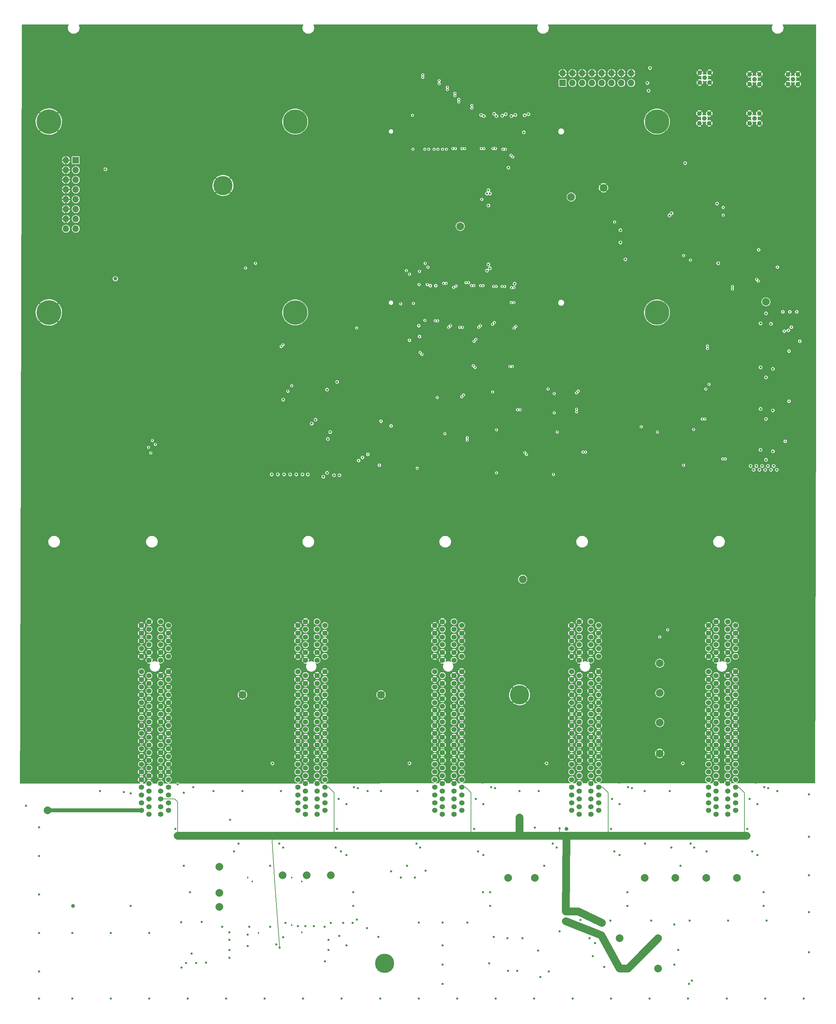
<source format=gbr>
G04 #@! TF.GenerationSoftware,KiCad,Pcbnew,(5.1.5)-3*
G04 #@! TF.CreationDate,2020-07-24T15:10:59-04:00*
G04 #@! TF.ProjectId,main_board,6d61696e-5f62-46f6-9172-642e6b696361,rev?*
G04 #@! TF.SameCoordinates,Original*
G04 #@! TF.FileFunction,Copper,L2,Inr*
G04 #@! TF.FilePolarity,Positive*
%FSLAX46Y46*%
G04 Gerber Fmt 4.6, Leading zero omitted, Abs format (unit mm)*
G04 Created by KiCad (PCBNEW (5.1.5)-3) date 2020-07-24 15:10:59*
%MOMM*%
%LPD*%
G04 APERTURE LIST*
%ADD10C,6.400000*%
%ADD11C,2.000000*%
%ADD12C,6.350000*%
%ADD13O,1.700000X1.700000*%
%ADD14R,1.700000X1.700000*%
%ADD15C,5.000000*%
%ADD16C,1.240000*%
%ADD17C,1.362000*%
%ADD18C,0.500000*%
%ADD19C,0.457200*%
%ADD20C,0.600000*%
%ADD21C,1.000000*%
%ADD22C,1.000000*%
%ADD23C,0.150000*%
%ADD24C,2.000000*%
%ADD25C,0.200000*%
G04 APERTURE END LIST*
D10*
X36710000Y-104765000D03*
X36710000Y-55235000D03*
D11*
X195400000Y-219200000D03*
X180800000Y-72400000D03*
X123000000Y-204000000D03*
X87000000Y-204000000D03*
X215500000Y-251500000D03*
X199500000Y-251500000D03*
X207500000Y-251500000D03*
X191500000Y-251500000D03*
D12*
X100710000Y-104765000D03*
X194690000Y-55235000D03*
X100710000Y-55235000D03*
X194690000Y-104765000D03*
D13*
X187980000Y-42660000D03*
X187980000Y-45200000D03*
X185440000Y-42660000D03*
X185440000Y-45200000D03*
X182900000Y-42660000D03*
X182900000Y-45200000D03*
X180360000Y-42660000D03*
X180360000Y-45200000D03*
X177820000Y-42660000D03*
X177820000Y-45200000D03*
X175280000Y-42660000D03*
X175280000Y-45200000D03*
X172740000Y-42660000D03*
X172740000Y-45200000D03*
X170200000Y-42660000D03*
D14*
X170200000Y-45200000D03*
D11*
X143600000Y-82400000D03*
X110000000Y-250800000D03*
X103700000Y-250800000D03*
X97400000Y-250800000D03*
X223000000Y-102000000D03*
X81000000Y-248600000D03*
X159800000Y-174000000D03*
D15*
X81950000Y-71800000D03*
X123950000Y-273650000D03*
X159000000Y-204000000D03*
D11*
X81000000Y-259000000D03*
X36400000Y-234000000D03*
X81000000Y-255400000D03*
X195400000Y-211200000D03*
X195400000Y-203500000D03*
X195400000Y-195800000D03*
X172400000Y-74800000D03*
X163000000Y-251500000D03*
X156000000Y-251500000D03*
D16*
X205830000Y-45095000D03*
X208370000Y-42555000D03*
X208370000Y-45095000D03*
X205830000Y-42555000D03*
X207100000Y-43825000D03*
X221270000Y-45470000D03*
X218730000Y-42930000D03*
X221270000Y-42930000D03*
X218730000Y-45470000D03*
X220000000Y-44200000D03*
D17*
X108402000Y-234000000D03*
X108402000Y-232000000D03*
X108402000Y-192000000D03*
X108402000Y-218000000D03*
X108402000Y-230000000D03*
X108402000Y-228000000D03*
X108402000Y-224000000D03*
X108402000Y-194000000D03*
X108402000Y-210000000D03*
X108402000Y-226000000D03*
X108402000Y-222000000D03*
X108402000Y-220000000D03*
X108402000Y-216000000D03*
X108402000Y-190000000D03*
X108402000Y-188000000D03*
X108402000Y-186000000D03*
X108402000Y-214000000D03*
X108402000Y-212000000D03*
X108402000Y-208000000D03*
X108402000Y-206000000D03*
X108402000Y-204000000D03*
X108402000Y-200000000D03*
X108402000Y-202000000D03*
X106402000Y-233000000D03*
X106402000Y-231000000D03*
X106402000Y-229000000D03*
X106402000Y-227000000D03*
X106402000Y-225000000D03*
X106402000Y-223000000D03*
X106402000Y-221000000D03*
X106402000Y-219000000D03*
X106402000Y-217000000D03*
X106402000Y-215000000D03*
X106402000Y-213000000D03*
X106402000Y-211000000D03*
X106402000Y-209000000D03*
X106402000Y-207000000D03*
X106402000Y-205000000D03*
X106402000Y-203000000D03*
X106402000Y-201000000D03*
X106402000Y-199000000D03*
X106402000Y-195000000D03*
X106402000Y-193000000D03*
X106402000Y-191000000D03*
X106402000Y-189000000D03*
X106402000Y-187000000D03*
X106402000Y-185000000D03*
X103402000Y-187000000D03*
X103402000Y-227000000D03*
X103402000Y-195000000D03*
X103402000Y-221000000D03*
X103402000Y-193000000D03*
X103402000Y-201000000D03*
X103402000Y-199000000D03*
X103402000Y-203000000D03*
X103402000Y-189000000D03*
X103402000Y-191000000D03*
X103402000Y-223000000D03*
X103402000Y-225000000D03*
X103402000Y-229000000D03*
X103402000Y-231000000D03*
X103402000Y-233000000D03*
X103402000Y-209000000D03*
X103402000Y-205000000D03*
X103402000Y-207000000D03*
X103402000Y-211000000D03*
X103402000Y-213000000D03*
X103402000Y-215000000D03*
X103402000Y-185000000D03*
X103402000Y-217000000D03*
X103402000Y-219000000D03*
X101402000Y-206000000D03*
X101402000Y-208000000D03*
X101402000Y-218000000D03*
X101402000Y-202000000D03*
X101402000Y-220000000D03*
X101402000Y-204000000D03*
X101402000Y-216000000D03*
X101402000Y-200000000D03*
X101402000Y-212000000D03*
X101402000Y-224000000D03*
X101402000Y-226000000D03*
X101402000Y-210000000D03*
X101402000Y-228000000D03*
X101402000Y-232000000D03*
X101402000Y-234000000D03*
X101402000Y-230000000D03*
X101402000Y-186000000D03*
X101402000Y-192000000D03*
X101402000Y-214000000D03*
X101402000Y-194000000D03*
X101402000Y-222000000D03*
X101402000Y-190000000D03*
X101402000Y-188000000D03*
X108402000Y-198000000D03*
X101402000Y-198000000D03*
X103402000Y-235000000D03*
X106402000Y-235000000D03*
X143962000Y-234000000D03*
X143962000Y-232000000D03*
X143962000Y-192000000D03*
X143962000Y-218000000D03*
X143962000Y-230000000D03*
X143962000Y-228000000D03*
X143962000Y-224000000D03*
X143962000Y-194000000D03*
X143962000Y-210000000D03*
X143962000Y-226000000D03*
X143962000Y-222000000D03*
X143962000Y-220000000D03*
X143962000Y-216000000D03*
X143962000Y-190000000D03*
X143962000Y-188000000D03*
X143962000Y-186000000D03*
X143962000Y-214000000D03*
X143962000Y-212000000D03*
X143962000Y-208000000D03*
X143962000Y-206000000D03*
X143962000Y-204000000D03*
X143962000Y-200000000D03*
X143962000Y-202000000D03*
X141962000Y-233000000D03*
X141962000Y-231000000D03*
X141962000Y-229000000D03*
X141962000Y-227000000D03*
X141962000Y-225000000D03*
X141962000Y-223000000D03*
X141962000Y-221000000D03*
X141962000Y-219000000D03*
X141962000Y-217000000D03*
X141962000Y-215000000D03*
X141962000Y-213000000D03*
X141962000Y-211000000D03*
X141962000Y-209000000D03*
X141962000Y-207000000D03*
X141962000Y-205000000D03*
X141962000Y-203000000D03*
X141962000Y-201000000D03*
X141962000Y-199000000D03*
X141962000Y-195000000D03*
X141962000Y-193000000D03*
X141962000Y-191000000D03*
X141962000Y-189000000D03*
X141962000Y-187000000D03*
X141962000Y-185000000D03*
X138962000Y-187000000D03*
X138962000Y-227000000D03*
X138962000Y-195000000D03*
X138962000Y-221000000D03*
X138962000Y-193000000D03*
X138962000Y-201000000D03*
X138962000Y-199000000D03*
X138962000Y-203000000D03*
X138962000Y-189000000D03*
X138962000Y-191000000D03*
X138962000Y-223000000D03*
X138962000Y-225000000D03*
X138962000Y-229000000D03*
X138962000Y-231000000D03*
X138962000Y-233000000D03*
X138962000Y-209000000D03*
X138962000Y-205000000D03*
X138962000Y-207000000D03*
X138962000Y-211000000D03*
X138962000Y-213000000D03*
X138962000Y-215000000D03*
X138962000Y-185000000D03*
X138962000Y-217000000D03*
X138962000Y-219000000D03*
X136962000Y-206000000D03*
X136962000Y-208000000D03*
X136962000Y-218000000D03*
X136962000Y-202000000D03*
X136962000Y-220000000D03*
X136962000Y-204000000D03*
X136962000Y-216000000D03*
X136962000Y-200000000D03*
X136962000Y-212000000D03*
X136962000Y-224000000D03*
X136962000Y-226000000D03*
X136962000Y-210000000D03*
X136962000Y-228000000D03*
X136962000Y-232000000D03*
X136962000Y-234000000D03*
X136962000Y-230000000D03*
X136962000Y-186000000D03*
X136962000Y-192000000D03*
X136962000Y-214000000D03*
X136962000Y-194000000D03*
X136962000Y-222000000D03*
X136962000Y-190000000D03*
X136962000Y-188000000D03*
X143962000Y-198000000D03*
X136962000Y-198000000D03*
X138962000Y-235000000D03*
X141962000Y-235000000D03*
X179522000Y-234000000D03*
X179522000Y-232000000D03*
X179522000Y-192000000D03*
X179522000Y-218000000D03*
X179522000Y-230000000D03*
X179522000Y-228000000D03*
X179522000Y-224000000D03*
X179522000Y-194000000D03*
X179522000Y-210000000D03*
X179522000Y-226000000D03*
X179522000Y-222000000D03*
X179522000Y-220000000D03*
X179522000Y-216000000D03*
X179522000Y-190000000D03*
X179522000Y-188000000D03*
X179522000Y-186000000D03*
X179522000Y-214000000D03*
X179522000Y-212000000D03*
X179522000Y-208000000D03*
X179522000Y-206000000D03*
X179522000Y-204000000D03*
X179522000Y-200000000D03*
X179522000Y-202000000D03*
X177522000Y-233000000D03*
X177522000Y-231000000D03*
X177522000Y-229000000D03*
X177522000Y-227000000D03*
X177522000Y-225000000D03*
X177522000Y-223000000D03*
X177522000Y-221000000D03*
X177522000Y-219000000D03*
X177522000Y-217000000D03*
X177522000Y-215000000D03*
X177522000Y-213000000D03*
X177522000Y-211000000D03*
X177522000Y-209000000D03*
X177522000Y-207000000D03*
X177522000Y-205000000D03*
X177522000Y-203000000D03*
X177522000Y-201000000D03*
X177522000Y-199000000D03*
X177522000Y-195000000D03*
X177522000Y-193000000D03*
X177522000Y-191000000D03*
X177522000Y-189000000D03*
X177522000Y-187000000D03*
X177522000Y-185000000D03*
X174522000Y-187000000D03*
X174522000Y-227000000D03*
X174522000Y-195000000D03*
X174522000Y-221000000D03*
X174522000Y-193000000D03*
X174522000Y-201000000D03*
X174522000Y-199000000D03*
X174522000Y-203000000D03*
X174522000Y-189000000D03*
X174522000Y-191000000D03*
X174522000Y-223000000D03*
X174522000Y-225000000D03*
X174522000Y-229000000D03*
X174522000Y-231000000D03*
X174522000Y-233000000D03*
X174522000Y-209000000D03*
X174522000Y-205000000D03*
X174522000Y-207000000D03*
X174522000Y-211000000D03*
X174522000Y-213000000D03*
X174522000Y-215000000D03*
X174522000Y-185000000D03*
X174522000Y-217000000D03*
X174522000Y-219000000D03*
X172522000Y-206000000D03*
X172522000Y-208000000D03*
X172522000Y-218000000D03*
X172522000Y-202000000D03*
X172522000Y-220000000D03*
X172522000Y-204000000D03*
X172522000Y-216000000D03*
X172522000Y-200000000D03*
X172522000Y-212000000D03*
X172522000Y-224000000D03*
X172522000Y-226000000D03*
X172522000Y-210000000D03*
X172522000Y-228000000D03*
X172522000Y-232000000D03*
X172522000Y-234000000D03*
X172522000Y-230000000D03*
X172522000Y-186000000D03*
X172522000Y-192000000D03*
X172522000Y-214000000D03*
X172522000Y-194000000D03*
X172522000Y-222000000D03*
X172522000Y-190000000D03*
X172522000Y-188000000D03*
X179522000Y-198000000D03*
X172522000Y-198000000D03*
X174522000Y-235000000D03*
X177522000Y-235000000D03*
X215082000Y-234000000D03*
X215082000Y-232000000D03*
X215082000Y-192000000D03*
X215082000Y-218000000D03*
X215082000Y-230000000D03*
X215082000Y-228000000D03*
X215082000Y-224000000D03*
X215082000Y-194000000D03*
X215082000Y-210000000D03*
X215082000Y-226000000D03*
X215082000Y-222000000D03*
X215082000Y-220000000D03*
X215082000Y-216000000D03*
X215082000Y-190000000D03*
X215082000Y-188000000D03*
X215082000Y-186000000D03*
X215082000Y-214000000D03*
X215082000Y-212000000D03*
X215082000Y-208000000D03*
X215082000Y-206000000D03*
X215082000Y-204000000D03*
X215082000Y-200000000D03*
X215082000Y-202000000D03*
X213082000Y-233000000D03*
X213082000Y-231000000D03*
X213082000Y-229000000D03*
X213082000Y-227000000D03*
X213082000Y-225000000D03*
X213082000Y-223000000D03*
X213082000Y-221000000D03*
X213082000Y-219000000D03*
X213082000Y-217000000D03*
X213082000Y-215000000D03*
X213082000Y-213000000D03*
X213082000Y-211000000D03*
X213082000Y-209000000D03*
X213082000Y-207000000D03*
X213082000Y-205000000D03*
X213082000Y-203000000D03*
X213082000Y-201000000D03*
X213082000Y-199000000D03*
X213082000Y-195000000D03*
X213082000Y-193000000D03*
X213082000Y-191000000D03*
X213082000Y-189000000D03*
X213082000Y-187000000D03*
X213082000Y-185000000D03*
X210082000Y-187000000D03*
X210082000Y-227000000D03*
X210082000Y-195000000D03*
X210082000Y-221000000D03*
X210082000Y-193000000D03*
X210082000Y-201000000D03*
X210082000Y-199000000D03*
X210082000Y-203000000D03*
X210082000Y-189000000D03*
X210082000Y-191000000D03*
X210082000Y-223000000D03*
X210082000Y-225000000D03*
X210082000Y-229000000D03*
X210082000Y-231000000D03*
X210082000Y-233000000D03*
X210082000Y-209000000D03*
X210082000Y-205000000D03*
X210082000Y-207000000D03*
X210082000Y-211000000D03*
X210082000Y-213000000D03*
X210082000Y-215000000D03*
X210082000Y-185000000D03*
X210082000Y-217000000D03*
X210082000Y-219000000D03*
X208082000Y-206000000D03*
X208082000Y-208000000D03*
X208082000Y-218000000D03*
X208082000Y-202000000D03*
X208082000Y-220000000D03*
X208082000Y-204000000D03*
X208082000Y-216000000D03*
X208082000Y-200000000D03*
X208082000Y-212000000D03*
X208082000Y-224000000D03*
X208082000Y-226000000D03*
X208082000Y-210000000D03*
X208082000Y-228000000D03*
X208082000Y-232000000D03*
X208082000Y-234000000D03*
X208082000Y-230000000D03*
X208082000Y-186000000D03*
X208082000Y-192000000D03*
X208082000Y-214000000D03*
X208082000Y-194000000D03*
X208082000Y-222000000D03*
X208082000Y-190000000D03*
X208082000Y-188000000D03*
X215082000Y-198000000D03*
X208082000Y-198000000D03*
X210082000Y-235000000D03*
X213082000Y-235000000D03*
X67762000Y-234000000D03*
X67762000Y-232000000D03*
X67762000Y-192000000D03*
X67762000Y-218000000D03*
X67762000Y-230000000D03*
X67762000Y-228000000D03*
X67762000Y-224000000D03*
X67762000Y-194000000D03*
X67762000Y-210000000D03*
X67762000Y-226000000D03*
X67762000Y-222000000D03*
X67762000Y-220000000D03*
X67762000Y-216000000D03*
X67762000Y-190000000D03*
X67762000Y-188000000D03*
X67762000Y-186000000D03*
X67762000Y-214000000D03*
X67762000Y-212000000D03*
X67762000Y-208000000D03*
X67762000Y-206000000D03*
X67762000Y-204000000D03*
X67762000Y-200000000D03*
X67762000Y-202000000D03*
X65762000Y-233000000D03*
X65762000Y-231000000D03*
X65762000Y-229000000D03*
X65762000Y-227000000D03*
X65762000Y-225000000D03*
X65762000Y-223000000D03*
X65762000Y-221000000D03*
X65762000Y-219000000D03*
X65762000Y-217000000D03*
X65762000Y-215000000D03*
X65762000Y-213000000D03*
X65762000Y-211000000D03*
X65762000Y-209000000D03*
X65762000Y-207000000D03*
X65762000Y-205000000D03*
X65762000Y-203000000D03*
X65762000Y-201000000D03*
X65762000Y-199000000D03*
X65762000Y-195000000D03*
X65762000Y-193000000D03*
X65762000Y-191000000D03*
X65762000Y-189000000D03*
X65762000Y-187000000D03*
X65762000Y-185000000D03*
X62762000Y-187000000D03*
X62762000Y-227000000D03*
X62762000Y-195000000D03*
X62762000Y-221000000D03*
X62762000Y-193000000D03*
X62762000Y-201000000D03*
X62762000Y-199000000D03*
X62762000Y-203000000D03*
X62762000Y-189000000D03*
X62762000Y-191000000D03*
X62762000Y-223000000D03*
X62762000Y-225000000D03*
X62762000Y-229000000D03*
X62762000Y-231000000D03*
X62762000Y-233000000D03*
X62762000Y-209000000D03*
X62762000Y-205000000D03*
X62762000Y-207000000D03*
X62762000Y-211000000D03*
X62762000Y-213000000D03*
X62762000Y-215000000D03*
X62762000Y-185000000D03*
X62762000Y-217000000D03*
X62762000Y-219000000D03*
X60762000Y-206000000D03*
X60762000Y-208000000D03*
X60762000Y-218000000D03*
X60762000Y-202000000D03*
X60762000Y-220000000D03*
X60762000Y-204000000D03*
X60762000Y-216000000D03*
X60762000Y-200000000D03*
X60762000Y-212000000D03*
X60762000Y-224000000D03*
X60762000Y-226000000D03*
X60762000Y-210000000D03*
X60762000Y-228000000D03*
X60762000Y-232000000D03*
X60762000Y-234000000D03*
X60762000Y-230000000D03*
X60762000Y-186000000D03*
X60762000Y-192000000D03*
X60762000Y-214000000D03*
X60762000Y-194000000D03*
X60762000Y-222000000D03*
X60762000Y-190000000D03*
X60762000Y-188000000D03*
X67762000Y-198000000D03*
X60762000Y-198000000D03*
X62762000Y-235000000D03*
X65762000Y-235000000D03*
D18*
X161050000Y-67630000D03*
X162450000Y-67630000D03*
X161050000Y-68830000D03*
X162450000Y-68830000D03*
X161050000Y-70030000D03*
X162450000Y-70030000D03*
D16*
X207000000Y-54400000D03*
X205730000Y-53130000D03*
X208270000Y-55670000D03*
X208270000Y-53130000D03*
X205730000Y-55670000D03*
D14*
X43710000Y-65235000D03*
D13*
X41170000Y-65235000D03*
X43710000Y-67775000D03*
X41170000Y-67775000D03*
X43710000Y-70315000D03*
X41170000Y-70315000D03*
X43710000Y-72855000D03*
X41170000Y-72855000D03*
X43710000Y-75395000D03*
X41170000Y-75395000D03*
X43710000Y-77935000D03*
X41170000Y-77935000D03*
X43710000Y-80475000D03*
X41170000Y-80475000D03*
X43710000Y-83015000D03*
X41170000Y-83015000D03*
D11*
X185000000Y-267200000D03*
X195000000Y-267200000D03*
X195000000Y-275000000D03*
X185000000Y-275000000D03*
D16*
X228730000Y-45470000D03*
X231270000Y-42930000D03*
X231270000Y-45470000D03*
X228730000Y-42930000D03*
X230000000Y-44200000D03*
X218730000Y-55670000D03*
X221270000Y-53130000D03*
X221270000Y-55670000D03*
X218730000Y-53130000D03*
X220000000Y-54400000D03*
D19*
X221100000Y-88500000D03*
X231800000Y-112200000D03*
D20*
X223000000Y-121600000D03*
X221600000Y-107600000D03*
X223000000Y-105000000D03*
X224800000Y-119400000D03*
X221600000Y-119000000D03*
X223000000Y-121600000D03*
X224800000Y-130200000D03*
X221600000Y-129800000D03*
X223000000Y-132400000D03*
X222800000Y-145600000D03*
X224300000Y-145600000D03*
X221300000Y-145600000D03*
X219800000Y-145600000D03*
X225800000Y-145600000D03*
X97600000Y-127400000D03*
X106000000Y-132600000D03*
X105000000Y-133600000D03*
X111600000Y-122800000D03*
X109000000Y-124800000D03*
X109200000Y-137600000D03*
X109800000Y-135800000D03*
X109000000Y-146400000D03*
X108000000Y-147400000D03*
X94600000Y-146800000D03*
X96200000Y-146800000D03*
X97800000Y-146800000D03*
X99400000Y-146800000D03*
X101000000Y-146800000D03*
X102600000Y-146800000D03*
X104000000Y-146800000D03*
X110800000Y-147000000D03*
X112200000Y-147000000D03*
X219000000Y-144600000D03*
X220500000Y-144600000D03*
X222000000Y-144600000D03*
X223500000Y-144600000D03*
X225000000Y-144600000D03*
X224800000Y-140800000D03*
X221600000Y-140400000D03*
X223000000Y-143000000D03*
X224300000Y-107700000D03*
X186500000Y-91000000D03*
X185200000Y-83400000D03*
X185200000Y-86600000D03*
D21*
X159000000Y-235800000D03*
D20*
X163800000Y-270400000D03*
X178000000Y-271800000D03*
X180400000Y-263200000D03*
X169400000Y-238600000D03*
X96700000Y-269600000D03*
X188200000Y-228200000D03*
X223600000Y-228200000D03*
X152600000Y-228200000D03*
X222400000Y-258800000D03*
X187000000Y-258800000D03*
X151400000Y-258800000D03*
D21*
X54000000Y-96000000D03*
X43000000Y-258800000D03*
D20*
X58000000Y-229600000D03*
X58000000Y-258800000D03*
X117000000Y-228200000D03*
X115800000Y-258800000D03*
D19*
X140567644Y-108632356D03*
D20*
X187200000Y-228000000D03*
X222600000Y-228000000D03*
X151600000Y-228000000D03*
X222400000Y-255200000D03*
X187000000Y-255200000D03*
X151400000Y-255200000D03*
X71800000Y-229400000D03*
X73400000Y-255200000D03*
X116000000Y-228000000D03*
X115800000Y-255200000D03*
X151100000Y-273700000D03*
X149500000Y-255200000D03*
X201400000Y-221800000D03*
X200800000Y-248400000D03*
X166000000Y-221800000D03*
X165400000Y-248400000D03*
X130400000Y-221800000D03*
X129800000Y-248400000D03*
X70200000Y-227200000D03*
X71800000Y-248400000D03*
X94800000Y-221800000D03*
X94200000Y-248400000D03*
D19*
X145400000Y-137928600D03*
X143967644Y-126632356D03*
X141850000Y-98250000D03*
D20*
X218200000Y-238800000D03*
X182800000Y-238800000D03*
X147200000Y-238800000D03*
X111600000Y-238800000D03*
X69600000Y-238800000D03*
D21*
X171000000Y-262800000D03*
D20*
X190500000Y-271700000D03*
D21*
X171200000Y-238800000D03*
D20*
X163000000Y-238500000D03*
D19*
X145400000Y-137271400D03*
X144432356Y-126167644D03*
X142500000Y-97850000D03*
X141032356Y-108167644D03*
X208200000Y-123400000D03*
X203400000Y-91200000D03*
X207400000Y-124600000D03*
X201600000Y-90000000D03*
X195400000Y-189000000D03*
X137600000Y-126800000D03*
X139928600Y-97200000D03*
X137728600Y-106956235D03*
X183700000Y-81300000D03*
X204200000Y-135100000D03*
X211900000Y-79500000D03*
X211900000Y-77500000D03*
X197493999Y-187093999D03*
X133632356Y-115632356D03*
X133167644Y-115167644D03*
X137071400Y-106956235D03*
X139271400Y-97200000D03*
X145071400Y-97000000D03*
X143471400Y-108600000D03*
X146967644Y-118567644D03*
X147432356Y-119032356D03*
X144128600Y-108600000D03*
X145728600Y-97000000D03*
X152000000Y-125400000D03*
X147632356Y-111767644D03*
X147128600Y-97800000D03*
X159128600Y-130000000D03*
X160832356Y-141632356D03*
X146471400Y-97800000D03*
X158471400Y-130000000D03*
X160367644Y-141167644D03*
X147167644Y-112232356D03*
X151967644Y-107832356D03*
X175471400Y-141000000D03*
X173800000Y-130528600D03*
X152271400Y-98000000D03*
X176128600Y-141000000D03*
X173800000Y-129871400D03*
X152928600Y-98000000D03*
X152432356Y-107367644D03*
X166400000Y-124600000D03*
X149528600Y-97800000D03*
X148832356Y-108167644D03*
X157128600Y-118800000D03*
X156471400Y-118800000D03*
X148367644Y-108632356D03*
X148871400Y-97800000D03*
X154471400Y-98000000D03*
X157567644Y-108832356D03*
X173767644Y-125632356D03*
X174232356Y-125167644D03*
X158032356Y-108367644D03*
X155128600Y-98000000D03*
X168000000Y-125800000D03*
X168000000Y-130800000D03*
X190600000Y-134400000D03*
X157528600Y-102200000D03*
X157534996Y-98320050D03*
X207128600Y-132400000D03*
X212447605Y-142774364D03*
X156877796Y-98320050D03*
X206471400Y-132400000D03*
X211790405Y-142774364D03*
X156800000Y-102200000D03*
X226000000Y-93000000D03*
X228000000Y-138200000D03*
X145700000Y-136700000D03*
X213400000Y-99600000D03*
X209200000Y-99600000D03*
X219400000Y-99600000D03*
X224200000Y-99400000D03*
X204400000Y-99400000D03*
X203800000Y-75600000D03*
X203800000Y-87000000D03*
X203800000Y-79000000D03*
X205000000Y-91800000D03*
X203800000Y-70600000D03*
X203800000Y-83000000D03*
X204000000Y-64000000D03*
X209000000Y-64200000D03*
X214000000Y-64800000D03*
X219000000Y-64800000D03*
X223600000Y-65000000D03*
X224000000Y-84800000D03*
X224000000Y-79800000D03*
X224000000Y-74800000D03*
X224000000Y-69800000D03*
D20*
X33000000Y-34600000D03*
X43000000Y-34600000D03*
X53000000Y-34600000D03*
X63000000Y-34600000D03*
X73000000Y-34600000D03*
X83000000Y-34600000D03*
X93000000Y-34600000D03*
X103000000Y-34600000D03*
X113000000Y-34600000D03*
X123000000Y-34600000D03*
X133000000Y-34600000D03*
X143000000Y-34600000D03*
X153000000Y-34600000D03*
X163000000Y-34600000D03*
X173000000Y-34600000D03*
X183000000Y-34600000D03*
X193000000Y-34600000D03*
X203000000Y-34600000D03*
X213000000Y-34600000D03*
X223000000Y-34600000D03*
X221600000Y-108400000D03*
X223000000Y-111000000D03*
X226400000Y-119400000D03*
X226400000Y-117800000D03*
X221600000Y-118200000D03*
X223000000Y-115600000D03*
X226400000Y-130200000D03*
X226400000Y-128600000D03*
X221600000Y-129000000D03*
X223000000Y-126400000D03*
X169600000Y-219400000D03*
X185000000Y-225600000D03*
X185000000Y-224600000D03*
X185200000Y-223600000D03*
X168600000Y-220200000D03*
X185000000Y-226800000D03*
X205000000Y-219400000D03*
X220400000Y-225600000D03*
X220400000Y-224600000D03*
X220600000Y-223600000D03*
X204000000Y-220200000D03*
X220400000Y-226800000D03*
X134000000Y-219400000D03*
X149400000Y-225600000D03*
X149400000Y-224600000D03*
X149600000Y-223600000D03*
X133000000Y-220200000D03*
X149400000Y-226800000D03*
X213600000Y-179600000D03*
X178000000Y-179600000D03*
X142400000Y-179600000D03*
X107000000Y-179600000D03*
X66400000Y-179600000D03*
X125400000Y-181600000D03*
X120600000Y-181600000D03*
X169400000Y-265400000D03*
X178600000Y-268400000D03*
X200200000Y-270200000D03*
X164400000Y-277200000D03*
X166600000Y-275800000D03*
X158400000Y-275600000D03*
X156000000Y-275600000D03*
X155850000Y-267150000D03*
X159750000Y-267150000D03*
X83600000Y-265600000D03*
X83600000Y-267600000D03*
X83600000Y-270200000D03*
X83600000Y-272200000D03*
X98200000Y-263200000D03*
X95800000Y-268800000D03*
X97600000Y-266900000D03*
X109400000Y-267600000D03*
X109400000Y-270200000D03*
X125600000Y-249800000D03*
X128200000Y-251400000D03*
X131800000Y-251400000D03*
X134600000Y-249600000D03*
X56200000Y-229200000D03*
X72000000Y-225200000D03*
X72800000Y-226000000D03*
X73600000Y-226800000D03*
X74200000Y-228000000D03*
X83800000Y-236400000D03*
X113800000Y-226800000D03*
X113800000Y-225600000D03*
X113800000Y-224600000D03*
X114000000Y-223600000D03*
X97400000Y-220200000D03*
X98400000Y-219400000D03*
X119400000Y-264500000D03*
X116700000Y-262300000D03*
X71200000Y-274800000D03*
X72400000Y-273600000D03*
X73800000Y-271100000D03*
X76400000Y-262900000D03*
X71100000Y-263000000D03*
X75000000Y-273600000D03*
X77500000Y-273500000D03*
X99400000Y-133400000D03*
X91200000Y-136000000D03*
X108200000Y-122800000D03*
X109200000Y-121800000D03*
X103400000Y-131600000D03*
X103400000Y-133600000D03*
X105425000Y-130575000D03*
X100200000Y-128600000D03*
X99200000Y-129600000D03*
X105400000Y-124600000D03*
X109200000Y-125600000D03*
X113200000Y-135800000D03*
X112400000Y-136800000D03*
X103600000Y-136800000D03*
X105400000Y-143545000D03*
X102200000Y-143600000D03*
X105400000Y-146400000D03*
X106400000Y-147400000D03*
X109200000Y-138400000D03*
X226400000Y-140800000D03*
X226400000Y-139200000D03*
X221600000Y-139600000D03*
X223000000Y-137000000D03*
X227400000Y-108000000D03*
X133700000Y-98400000D03*
X133700000Y-106100000D03*
X138500000Y-98400000D03*
X138500000Y-106100000D03*
X140900000Y-98500000D03*
X140900000Y-106100000D03*
X143300000Y-98500000D03*
X143300000Y-106100000D03*
X144500000Y-102100000D03*
X144000000Y-102800000D03*
X148100000Y-106200000D03*
X148100000Y-98500000D03*
X153700000Y-101600000D03*
X153700000Y-102700000D03*
X156100000Y-106000000D03*
X156100000Y-97600000D03*
X158500000Y-101900000D03*
X161700000Y-98400000D03*
X161700000Y-103000000D03*
X164100000Y-103000000D03*
X136900000Y-102000000D03*
X133700000Y-53900000D03*
X133700000Y-61500000D03*
X136100000Y-54000000D03*
X136100000Y-61700000D03*
X138500000Y-54000000D03*
X138500000Y-61700000D03*
X140900000Y-54000000D03*
X140900000Y-61700000D03*
X143300000Y-54000000D03*
X143300000Y-61700000D03*
X145700000Y-54000000D03*
X145700000Y-61700000D03*
X148100000Y-61700000D03*
X148100000Y-54000000D03*
X153700000Y-54100000D03*
X153700000Y-61700000D03*
X156100000Y-58400000D03*
X156100000Y-54100000D03*
X158500000Y-54000000D03*
X161700000Y-54000000D03*
X161700000Y-61600000D03*
X165700000Y-61600000D03*
X165700000Y-54000000D03*
X203800000Y-278200000D03*
X203000000Y-279000000D03*
X161800000Y-42200000D03*
X161800000Y-45800000D03*
X164600000Y-44200000D03*
X153600000Y-52000000D03*
X153200000Y-51000000D03*
X152700000Y-95400000D03*
X153700000Y-96400000D03*
X157565000Y-70735000D03*
X166100000Y-68500000D03*
X167100000Y-69300000D03*
X161700000Y-65000000D03*
X160900000Y-64100000D03*
X158200000Y-94700000D03*
X159300000Y-94700000D03*
X164100000Y-98500000D03*
X224093959Y-108421145D03*
X195800000Y-83200000D03*
X195600000Y-86600000D03*
X195600000Y-89800000D03*
X210400000Y-73800000D03*
X205000000Y-69000000D03*
X206600000Y-68600000D03*
X212600000Y-96400000D03*
X207800000Y-93200000D03*
X208800000Y-92200000D03*
X214200000Y-93600000D03*
X217800000Y-85800000D03*
X218800000Y-84800000D03*
X218400000Y-83400000D03*
X219400000Y-82400000D03*
X217100000Y-89500000D03*
X205700000Y-87400000D03*
X206800000Y-88300000D03*
X162000000Y-52000000D03*
X40300000Y-88400000D03*
X42800000Y-86400000D03*
X57900000Y-80700000D03*
X59700000Y-78600000D03*
X47200000Y-79900000D03*
X46000000Y-80800000D03*
X51000000Y-80800000D03*
X48500000Y-80900000D03*
X48100000Y-77800000D03*
X46200000Y-77800000D03*
X48600000Y-74900000D03*
X50700000Y-75000000D03*
X46300000Y-72100000D03*
X48100000Y-72300000D03*
X48700000Y-69300000D03*
X50600000Y-69300000D03*
X46200000Y-66500000D03*
X48200000Y-66400000D03*
X52000000Y-63800000D03*
X53800000Y-61900000D03*
X52000000Y-60100000D03*
X96250000Y-127350000D03*
D19*
X204400000Y-94000000D03*
X204400000Y-96800000D03*
X224200000Y-95800000D03*
X224000000Y-86800000D03*
X225800000Y-90400000D03*
X216400000Y-98400000D03*
D20*
X34200000Y-282800000D03*
X122800000Y-282800000D03*
X232800000Y-282800000D03*
X222800000Y-282800000D03*
X162800000Y-282800000D03*
X42800000Y-282800000D03*
X172800000Y-282800000D03*
X132800000Y-282800000D03*
X92800000Y-282800000D03*
X82800000Y-282800000D03*
X202800000Y-282800000D03*
X112800000Y-282800000D03*
X192800000Y-282800000D03*
X212800000Y-282800000D03*
X142800000Y-282800000D03*
X72800000Y-282800000D03*
X62800000Y-282800000D03*
X102800000Y-282800000D03*
X182800000Y-282800000D03*
X152800000Y-282800000D03*
X52800000Y-282800000D03*
X139000000Y-279000000D03*
X139000000Y-274000000D03*
X139000000Y-269000000D03*
X139000000Y-263100000D03*
X34200000Y-225800000D03*
X34200000Y-245800000D03*
X34200000Y-265800000D03*
X34200000Y-175800000D03*
X34200000Y-85800000D03*
X34200000Y-275800000D03*
X34200000Y-215800000D03*
X34200000Y-165800000D03*
X34200000Y-195800000D03*
X34200000Y-125800000D03*
X34200000Y-185800000D03*
X34200000Y-115800000D03*
X34200000Y-145800000D03*
X34200000Y-95800000D03*
X34200000Y-155800000D03*
X34200000Y-205800000D03*
X34200000Y-135800000D03*
X34200000Y-255800000D03*
X34200000Y-44800000D03*
X34200000Y-74800000D03*
X34200000Y-64800000D03*
X30800000Y-232800000D03*
X31400000Y-55200000D03*
X32200000Y-107600000D03*
X34200000Y-238400000D03*
X62800000Y-265800000D03*
X42800000Y-265800000D03*
X52800000Y-265800000D03*
X122300000Y-266800000D03*
X145400000Y-263100000D03*
X132800000Y-263100000D03*
X152300000Y-266800000D03*
X193200000Y-262600000D03*
X213200000Y-262600000D03*
X223200000Y-262600000D03*
X203200000Y-262600000D03*
X182600000Y-262600000D03*
X110000000Y-263200000D03*
X81800000Y-264200000D03*
X88800000Y-264200000D03*
X94200000Y-264200000D03*
X105600000Y-264000000D03*
X103400000Y-264000000D03*
X101400000Y-264000000D03*
X113200000Y-263200000D03*
X115600000Y-263200000D03*
D19*
X234700000Y-77200000D03*
D20*
X234200000Y-260400000D03*
X234200000Y-209800000D03*
D19*
X234700000Y-83200000D03*
D20*
X234200000Y-139800000D03*
X234200000Y-149800000D03*
X234200000Y-199800000D03*
X234200000Y-119800000D03*
X234800000Y-109800000D03*
X234200000Y-39800000D03*
X234200000Y-179800000D03*
X234200000Y-219800000D03*
D19*
X234700000Y-99800000D03*
X234700000Y-69800000D03*
D20*
X234200000Y-189800000D03*
X234200000Y-229800000D03*
D19*
X234700000Y-89800000D03*
X234700000Y-59800000D03*
D20*
X234200000Y-159800000D03*
X234200000Y-169800000D03*
X234200000Y-129800000D03*
X234200000Y-49800000D03*
X234200000Y-34600000D03*
X234200000Y-270800000D03*
X234200000Y-240800000D03*
X234200000Y-250800000D03*
D19*
X232900000Y-58200000D03*
X232900000Y-60700000D03*
X231100000Y-62100000D03*
X232900000Y-63200000D03*
X231100000Y-64600000D03*
X229300000Y-61000000D03*
X232900000Y-65700000D03*
X231100000Y-67100000D03*
X229300000Y-63500000D03*
X227500000Y-65200000D03*
X232900000Y-68200000D03*
X231100000Y-69600000D03*
X229300000Y-66000000D03*
X227500000Y-67700000D03*
X232900000Y-70700000D03*
X231100000Y-72100000D03*
X229300000Y-68500000D03*
X227500000Y-70200000D03*
X232900000Y-73200000D03*
X231100000Y-74600000D03*
X229300000Y-71000000D03*
X227500000Y-72700000D03*
X232900000Y-75700000D03*
X231100000Y-77100000D03*
X229300000Y-73500000D03*
X227500000Y-75200000D03*
X232900000Y-78200000D03*
X231100000Y-79600000D03*
X229300000Y-76000000D03*
X227500000Y-77700000D03*
X232900000Y-80700000D03*
X231100000Y-82100000D03*
X229300000Y-78500000D03*
X227500000Y-80200000D03*
X232900000Y-83200000D03*
X231100000Y-84600000D03*
X229300000Y-81000000D03*
X227500000Y-82700000D03*
X232900000Y-85700000D03*
X231100000Y-87100000D03*
X229300000Y-83500000D03*
X227500000Y-85200000D03*
X232900000Y-88200000D03*
X231100000Y-89600000D03*
X229300000Y-86000000D03*
X232900000Y-90700000D03*
X231100000Y-92100000D03*
X227500000Y-90200000D03*
X232900000Y-93200000D03*
X231100000Y-94600000D03*
X229300000Y-91000000D03*
X232900000Y-95700000D03*
X231100000Y-97100000D03*
X229300000Y-93500000D03*
X232900000Y-98200000D03*
X204500000Y-62200000D03*
X207000000Y-62200000D03*
X224100000Y-56900000D03*
X209500000Y-62200000D03*
X226600000Y-56900000D03*
X212000000Y-62200000D03*
X229100000Y-56900000D03*
X214500000Y-62200000D03*
X215100000Y-59800000D03*
X217000000Y-62200000D03*
X217600000Y-59800000D03*
X219500000Y-62200000D03*
X220100000Y-59800000D03*
X222000000Y-62200000D03*
X222600000Y-59800000D03*
X224500000Y-62200000D03*
X225100000Y-59800000D03*
X227600000Y-59800000D03*
X231100000Y-59600000D03*
X227500000Y-87100000D03*
D20*
X224700000Y-40300000D03*
X224700000Y-50300000D03*
X213700000Y-40300000D03*
X213700000Y-50300000D03*
X203700000Y-50300000D03*
X203700000Y-40300000D03*
X203700000Y-59500000D03*
X203700000Y-55000000D03*
D19*
X227400000Y-97000000D03*
D20*
X232800000Y-102400000D03*
X232800000Y-109600000D03*
D19*
X227400000Y-92000000D03*
D20*
X159000000Y-209000000D03*
X159000000Y-194000000D03*
X159000000Y-199000000D03*
X159000000Y-229000000D03*
X159000000Y-179000000D03*
X159000000Y-219000000D03*
X159000000Y-185000000D03*
X123000000Y-194000000D03*
X123000000Y-199000000D03*
X123000000Y-229000000D03*
X123000000Y-209000000D03*
X123000000Y-179000000D03*
X123000000Y-185000000D03*
X123000000Y-219000000D03*
X87000000Y-209000000D03*
X87000000Y-194000000D03*
X87000000Y-199000000D03*
X87000000Y-229000000D03*
X87000000Y-179000000D03*
X87000000Y-219000000D03*
X87000000Y-185000000D03*
X79500000Y-229000000D03*
X50000000Y-229000000D03*
X97000000Y-229000000D03*
X119500000Y-229000000D03*
X132500000Y-229000000D03*
X164000000Y-229000000D03*
X191500000Y-229000000D03*
X198000000Y-229000000D03*
X226000000Y-229000000D03*
X195000000Y-207500000D03*
X195000000Y-199500000D03*
X195000000Y-179000000D03*
X195000000Y-185000000D03*
D19*
X145100000Y-138500000D03*
X139100000Y-136750000D03*
X153550000Y-135500000D03*
X125600000Y-134900000D03*
X123300000Y-132400000D03*
X138200000Y-127100000D03*
X134200000Y-115400000D03*
X132500000Y-115200000D03*
X146400000Y-118300000D03*
X147950000Y-119450000D03*
X143700000Y-127200000D03*
X145100000Y-126150000D03*
X152600000Y-125850000D03*
X156100000Y-119350000D03*
X157700000Y-118500000D03*
X166300000Y-125250000D03*
X168500000Y-126200000D03*
X173150000Y-125550000D03*
X174850000Y-125150000D03*
X173650000Y-131150000D03*
X173200000Y-129600000D03*
X168550000Y-130300000D03*
X159700000Y-130350000D03*
X158100000Y-129500000D03*
X168700000Y-135200000D03*
X160350000Y-140550000D03*
X161150000Y-142150000D03*
X176500000Y-140450000D03*
X175000000Y-140600000D03*
X191250000Y-134350000D03*
X194450000Y-135250000D03*
X204700000Y-134600000D03*
X206150000Y-131850000D03*
X207650000Y-132800000D03*
X213000000Y-143150000D03*
X211450000Y-142250000D03*
X208000000Y-124900000D03*
X208800000Y-122900000D03*
X99200000Y-124100000D03*
X98350000Y-125700000D03*
X90600000Y-91400000D03*
X87800000Y-92550000D03*
X117000000Y-109350000D03*
X208250000Y-114600000D03*
X208250000Y-113050000D03*
X228700000Y-138100000D03*
X229200000Y-128450000D03*
X229650000Y-114700000D03*
X228300000Y-104700000D03*
X230200000Y-104700000D03*
X221100000Y-97250000D03*
X219950000Y-96250000D03*
X214900000Y-98900000D03*
X213800000Y-97700000D03*
X63700000Y-141600000D03*
X63250000Y-139500000D03*
X63700000Y-138700000D03*
X135300000Y-92200000D03*
X129600000Y-94550000D03*
X132550000Y-93500000D03*
X139600000Y-96650000D03*
X145400000Y-96450000D03*
X149200000Y-97250000D03*
X141850000Y-97600000D03*
X146800000Y-97250000D03*
X152600000Y-97450000D03*
X154800000Y-97450000D03*
X157200000Y-97800000D03*
X138100000Y-107500000D03*
X141150000Y-107550000D03*
X143100000Y-109150000D03*
X144500000Y-109150000D03*
X147500000Y-111100000D03*
X146550000Y-112100000D03*
X148450000Y-109250000D03*
X149450000Y-108300000D03*
X152050000Y-108450000D03*
X153100000Y-107500000D03*
X157650000Y-109450000D03*
X158650000Y-108450000D03*
X133650000Y-111200000D03*
X130700000Y-111400000D03*
X148700000Y-62700000D03*
X153150000Y-62750000D03*
X154300000Y-62950000D03*
X155700000Y-62950000D03*
X156600000Y-63300000D03*
X157150000Y-65050000D03*
X147100000Y-50600000D03*
X146000000Y-52100000D03*
X143550000Y-50650000D03*
X143650000Y-49050000D03*
X142850000Y-48500000D03*
X142500000Y-47300000D03*
X140650000Y-47450000D03*
X140250000Y-45650000D03*
X138500000Y-45900000D03*
X138550000Y-44050000D03*
X134250000Y-44200000D03*
X134450000Y-42850000D03*
X141300000Y-62700000D03*
X142700000Y-62700000D03*
X143700000Y-62700000D03*
X145100000Y-62700000D03*
X139500000Y-63000000D03*
X138400000Y-63000000D03*
X137300000Y-63000000D03*
X136100000Y-63000000D03*
X134900000Y-63000000D03*
X133900000Y-63000000D03*
X140000000Y-62400000D03*
X141671400Y-62200000D03*
X156767644Y-63967644D03*
X154671400Y-62400000D03*
X152071400Y-62200000D03*
X149071400Y-62200000D03*
X144071400Y-62200000D03*
X157232356Y-64432356D03*
X155328600Y-62400000D03*
X152728600Y-62200000D03*
X149728600Y-62200000D03*
X144728600Y-62200000D03*
X142328600Y-62200000D03*
X139000000Y-62400000D03*
X137800000Y-62400000D03*
X136800000Y-62400000D03*
X146600000Y-51071400D03*
X143200000Y-50128600D03*
X133850000Y-43728600D03*
X142200000Y-48528600D03*
X140250000Y-46928600D03*
X138100000Y-45400000D03*
X142200000Y-47871400D03*
X138100000Y-44600000D03*
X143200000Y-49471400D03*
X140250000Y-46271400D03*
X134400000Y-62400000D03*
X133850000Y-43071400D03*
X146600000Y-51728600D03*
D20*
X150500000Y-93900000D03*
X151300000Y-93300000D03*
X150900000Y-92300000D03*
X150900000Y-73000000D03*
X150500000Y-73900000D03*
X151300000Y-73900000D03*
X150900000Y-77000000D03*
X51400000Y-67600000D03*
X202000000Y-66000000D03*
X210600000Y-92000000D03*
X210300001Y-76500001D03*
D19*
X97545384Y-113153863D03*
X207800000Y-113471400D03*
X220567644Y-96167644D03*
X97080672Y-113618575D03*
X207800000Y-114128600D03*
X221032356Y-96632356D03*
D20*
X197917157Y-79582843D03*
D19*
X214300000Y-98728600D03*
D20*
X198482843Y-79017157D03*
D19*
X214300000Y-98071400D03*
X135400000Y-62400000D03*
D20*
X108400000Y-273200000D03*
X108387500Y-264187500D03*
X203400000Y-242600000D03*
X167600000Y-242600000D03*
X132200000Y-242600000D03*
X96600000Y-242600000D03*
X88400000Y-266200000D03*
X86000000Y-242600000D03*
X191600000Y-242600000D03*
X219400000Y-244600000D03*
X218800000Y-231000000D03*
X183600000Y-244600000D03*
X183000000Y-231000000D03*
X148200000Y-244600000D03*
X147600000Y-231000000D03*
X112000000Y-231000000D03*
X112600000Y-244600000D03*
X88400000Y-269200000D03*
X84800000Y-244600000D03*
X207600000Y-244600000D03*
X204400000Y-243600000D03*
X168600000Y-243600000D03*
X133200000Y-243600000D03*
X97600000Y-243600000D03*
X112200000Y-266600000D03*
X111200000Y-243600000D03*
X198400000Y-243600000D03*
X220800000Y-232400000D03*
X220800000Y-245600000D03*
X185000000Y-232400000D03*
X185000000Y-245600000D03*
X149600000Y-232400000D03*
X149600000Y-245600000D03*
X114000000Y-232400000D03*
X114000000Y-245600000D03*
X114000000Y-269000000D03*
D19*
X117200000Y-143200000D03*
X88400000Y-251400000D03*
X99800000Y-251400000D03*
X99800000Y-263800000D03*
X119600000Y-141600000D03*
X91200000Y-265800000D03*
X118200000Y-142400000D03*
X89600000Y-252400000D03*
X102400000Y-252400000D03*
X102400000Y-265600000D03*
D20*
X157700000Y-97300000D03*
X156100000Y-67200000D03*
D19*
X149200000Y-75400000D03*
X131400000Y-102400000D03*
X99800000Y-123800000D03*
X129600000Y-93900000D03*
X132900000Y-97500000D03*
X133000000Y-94100000D03*
X139600000Y-136200000D03*
X153000000Y-135200000D03*
X168800000Y-135800000D03*
X194800000Y-135800000D03*
X229000000Y-127800000D03*
X229000000Y-114800000D03*
X98800000Y-125200000D03*
X116700000Y-108800000D03*
D20*
X177200000Y-267200000D03*
X174800000Y-262400000D03*
X181000000Y-274600000D03*
D19*
X128100000Y-102500000D03*
X130400000Y-94800000D03*
X231000000Y-104600000D03*
X229600000Y-108600000D03*
X229200000Y-104600000D03*
X228800000Y-109400000D03*
X123000000Y-133000000D03*
X132800000Y-108200000D03*
X122600000Y-144400000D03*
X135800000Y-97800000D03*
X125600000Y-134200000D03*
X130400000Y-112000000D03*
X133000000Y-111000000D03*
X137200000Y-97800000D03*
X227400000Y-104600000D03*
X227776223Y-109623777D03*
X131300000Y-62400000D03*
X64400000Y-139000000D03*
X131200000Y-53600000D03*
X63600000Y-138000000D03*
X62600000Y-139800000D03*
X134400000Y-106800000D03*
X90400000Y-92000000D03*
X134500000Y-92000000D03*
X63200000Y-141200000D03*
X87800000Y-93200000D03*
X135000000Y-97500000D03*
X135200000Y-93000000D03*
X132400000Y-145200000D03*
X153000000Y-146400000D03*
X167800000Y-146800000D03*
X201600000Y-144400000D03*
D20*
X199200000Y-274000000D03*
X199200000Y-263600000D03*
X160300000Y-53600000D03*
X192900000Y-41300000D03*
X161300000Y-53300000D03*
X192200000Y-45200000D03*
X160100000Y-58000000D03*
X192500000Y-47200000D03*
X157900000Y-53500000D03*
X156900000Y-53800000D03*
X155400000Y-53300000D03*
X154500000Y-53700000D03*
X153000000Y-53800000D03*
X152400000Y-53200000D03*
X149700000Y-53800000D03*
X149000000Y-53500000D03*
D22*
X60762000Y-234000000D02*
X37000000Y-234000000D01*
D23*
X215002000Y-228000000D02*
X215965079Y-228000000D01*
X215965079Y-228000000D02*
X217400000Y-229434921D01*
X217400000Y-229434921D02*
X217400000Y-240600000D01*
X179602000Y-228000000D02*
X180565079Y-228000000D01*
X180565079Y-228000000D02*
X182000000Y-229434921D01*
X182000000Y-229434921D02*
X182000000Y-240600000D01*
X144002000Y-228000000D02*
X144965079Y-228000000D01*
X144965079Y-228000000D02*
X146400000Y-229434921D01*
X146400000Y-229434921D02*
X146400000Y-240600000D01*
D24*
X159000000Y-240400000D02*
X158800000Y-240400000D01*
X158800000Y-240400000D02*
X158600000Y-240600000D01*
X159000000Y-235800000D02*
X159000000Y-240400000D01*
D23*
X65762000Y-231000000D02*
X69400000Y-231000000D01*
X69400000Y-231000000D02*
X70200000Y-231800000D01*
X70200000Y-231800000D02*
X70200000Y-240600000D01*
X110800000Y-229434921D02*
X110800000Y-240600000D01*
X109365079Y-228000000D02*
X110800000Y-229434921D01*
X108402000Y-228000000D02*
X109365079Y-228000000D01*
D24*
X110800000Y-240600000D02*
X163000000Y-240600000D01*
X174200000Y-260200000D02*
X173200000Y-260200000D01*
X180400000Y-263200000D02*
X174200000Y-260200000D01*
X110800000Y-240600000D02*
X94600000Y-240600000D01*
X94600000Y-240600000D02*
X70200000Y-240600000D01*
X171000000Y-260200000D02*
X173200000Y-260200000D01*
X173600000Y-240600000D02*
X218000000Y-240600000D01*
X168600000Y-240600000D02*
X173600000Y-240600000D01*
D23*
X169400000Y-238600000D02*
X169400000Y-240400000D01*
D24*
X171200000Y-240800000D02*
X171000000Y-260200000D01*
X163000000Y-240600000D02*
X168800000Y-240600000D01*
D23*
X95400000Y-252800000D02*
X94600000Y-240600000D01*
X96700000Y-269600000D02*
X95400000Y-252800000D01*
D24*
X185000000Y-275000000D02*
X187200000Y-275000000D01*
X180200000Y-266400000D02*
X185000000Y-275000000D01*
X171000000Y-262800000D02*
X180200000Y-266400000D01*
X187200000Y-275000000D02*
X190500000Y-271700000D01*
X190500000Y-271700000D02*
X195000000Y-267200000D01*
D25*
G36*
X235945001Y-130432875D02*
G01*
X235700253Y-226863507D01*
X215412811Y-226870681D01*
X215522994Y-226825042D01*
X215675478Y-226723155D01*
X215805155Y-226593478D01*
X215907042Y-226440994D01*
X215977222Y-226271563D01*
X216013000Y-226091696D01*
X216013000Y-225908304D01*
X215977222Y-225728437D01*
X215907042Y-225559006D01*
X215805155Y-225406522D01*
X215675478Y-225276845D01*
X215522994Y-225174958D01*
X215353563Y-225104778D01*
X215173696Y-225069000D01*
X214990304Y-225069000D01*
X214810437Y-225104778D01*
X214641006Y-225174958D01*
X214488522Y-225276845D01*
X214358845Y-225406522D01*
X214256958Y-225559006D01*
X214186778Y-225728437D01*
X214151000Y-225908304D01*
X214151000Y-226091696D01*
X214186778Y-226271563D01*
X214256958Y-226440994D01*
X214358845Y-226593478D01*
X214488522Y-226723155D01*
X214641006Y-226825042D01*
X214751753Y-226870915D01*
X214054744Y-226871161D01*
X214046536Y-226796609D01*
X213988323Y-226612346D01*
X213907849Y-226461789D01*
X213760379Y-226392332D01*
X213281276Y-226871435D01*
X213139804Y-226871485D01*
X213689668Y-226321621D01*
X213620211Y-226174151D01*
X213448754Y-226085019D01*
X213263203Y-226031050D01*
X213070689Y-226014317D01*
X212878609Y-226035464D01*
X212694346Y-226093677D01*
X212543789Y-226174151D01*
X212474332Y-226321621D01*
X213024237Y-226871526D01*
X212882865Y-226871576D01*
X212403621Y-226392332D01*
X212256151Y-226461789D01*
X212167019Y-226633246D01*
X212113050Y-226818797D01*
X212108439Y-226871849D01*
X211054861Y-226872222D01*
X211046536Y-226796609D01*
X210988323Y-226612346D01*
X210907849Y-226461789D01*
X210760379Y-226392332D01*
X210280215Y-226872496D01*
X210138743Y-226872546D01*
X210689668Y-226321621D01*
X210620211Y-226174151D01*
X210448754Y-226085019D01*
X210263203Y-226031050D01*
X210070689Y-226014317D01*
X209878609Y-226035464D01*
X209694346Y-226093677D01*
X209543789Y-226174151D01*
X209474332Y-226321621D01*
X210025297Y-226872586D01*
X209883925Y-226872636D01*
X209403621Y-226392332D01*
X209256151Y-226461789D01*
X209167019Y-226633246D01*
X209113050Y-226818797D01*
X209108347Y-226872910D01*
X208406830Y-226873158D01*
X208522994Y-226825042D01*
X208675478Y-226723155D01*
X208805155Y-226593478D01*
X208907042Y-226440994D01*
X208977222Y-226271563D01*
X209013000Y-226091696D01*
X209013000Y-225908304D01*
X208977222Y-225728437D01*
X208907042Y-225559006D01*
X208805155Y-225406522D01*
X208675478Y-225276845D01*
X208522994Y-225174958D01*
X208353563Y-225104778D01*
X208173696Y-225069000D01*
X207990304Y-225069000D01*
X207810437Y-225104778D01*
X207641006Y-225174958D01*
X207488522Y-225276845D01*
X207358845Y-225406522D01*
X207256958Y-225559006D01*
X207186778Y-225728437D01*
X207151000Y-225908304D01*
X207151000Y-226091696D01*
X207186778Y-226271563D01*
X207256958Y-226440994D01*
X207358845Y-226593478D01*
X207488522Y-226723155D01*
X207641006Y-226825042D01*
X207757724Y-226873388D01*
X179822427Y-226883266D01*
X179962994Y-226825042D01*
X180115478Y-226723155D01*
X180245155Y-226593478D01*
X180347042Y-226440994D01*
X180417222Y-226271563D01*
X180453000Y-226091696D01*
X180453000Y-225908304D01*
X180417222Y-225728437D01*
X180347042Y-225559006D01*
X180245155Y-225406522D01*
X180115478Y-225276845D01*
X179962994Y-225174958D01*
X179793563Y-225104778D01*
X179613696Y-225069000D01*
X179430304Y-225069000D01*
X179250437Y-225104778D01*
X179081006Y-225174958D01*
X178928522Y-225276845D01*
X178798845Y-225406522D01*
X178696958Y-225559006D01*
X178626778Y-225728437D01*
X178591000Y-225908304D01*
X178591000Y-226091696D01*
X178626778Y-226271563D01*
X178696958Y-226440994D01*
X178798845Y-226593478D01*
X178928522Y-226723155D01*
X179081006Y-226825042D01*
X179222085Y-226883478D01*
X178496128Y-226883735D01*
X178486536Y-226796609D01*
X178428323Y-226612346D01*
X178347849Y-226461789D01*
X178200379Y-226392332D01*
X177708697Y-226884014D01*
X177567225Y-226884064D01*
X178129668Y-226321621D01*
X178060211Y-226174151D01*
X177888754Y-226085019D01*
X177703203Y-226031050D01*
X177510689Y-226014317D01*
X177318609Y-226035464D01*
X177134346Y-226093677D01*
X176983789Y-226174151D01*
X176914332Y-226321621D01*
X177476807Y-226884096D01*
X177335435Y-226884146D01*
X176843621Y-226392332D01*
X176696151Y-226461789D01*
X176607019Y-226633246D01*
X176553050Y-226818797D01*
X176547346Y-226884424D01*
X175496245Y-226884796D01*
X175486536Y-226796609D01*
X175428323Y-226612346D01*
X175347849Y-226461789D01*
X175200379Y-226392332D01*
X174707636Y-226885075D01*
X174566164Y-226885125D01*
X175129668Y-226321621D01*
X175060211Y-226174151D01*
X174888754Y-226085019D01*
X174703203Y-226031050D01*
X174510689Y-226014317D01*
X174318609Y-226035464D01*
X174134346Y-226093677D01*
X173983789Y-226174151D01*
X173914332Y-226321621D01*
X174477867Y-226885156D01*
X174336495Y-226885206D01*
X173843621Y-226392332D01*
X173696151Y-226461789D01*
X173607019Y-226633246D01*
X173553050Y-226818797D01*
X173547254Y-226885485D01*
X172816446Y-226885744D01*
X172962994Y-226825042D01*
X173115478Y-226723155D01*
X173245155Y-226593478D01*
X173347042Y-226440994D01*
X173417222Y-226271563D01*
X173453000Y-226091696D01*
X173453000Y-225908304D01*
X173417222Y-225728437D01*
X173347042Y-225559006D01*
X173245155Y-225406522D01*
X173115478Y-225276845D01*
X172962994Y-225174958D01*
X172793563Y-225104778D01*
X172613696Y-225069000D01*
X172430304Y-225069000D01*
X172250437Y-225104778D01*
X172081006Y-225174958D01*
X171928522Y-225276845D01*
X171798845Y-225406522D01*
X171696958Y-225559006D01*
X171626778Y-225728437D01*
X171591000Y-225908304D01*
X171591000Y-226091696D01*
X171626778Y-226271563D01*
X171696958Y-226440994D01*
X171798845Y-226593478D01*
X171928522Y-226723155D01*
X172081006Y-226825042D01*
X172228056Y-226885952D01*
X144230396Y-226895852D01*
X144233563Y-226895222D01*
X144402994Y-226825042D01*
X144555478Y-226723155D01*
X144685155Y-226593478D01*
X144787042Y-226440994D01*
X144857222Y-226271563D01*
X144893000Y-226091696D01*
X144893000Y-225908304D01*
X144857222Y-225728437D01*
X144787042Y-225559006D01*
X144685155Y-225406522D01*
X144555478Y-225276845D01*
X144402994Y-225174958D01*
X144233563Y-225104778D01*
X144053696Y-225069000D01*
X143870304Y-225069000D01*
X143690437Y-225104778D01*
X143521006Y-225174958D01*
X143368522Y-225276845D01*
X143238845Y-225406522D01*
X143136958Y-225559006D01*
X143066778Y-225728437D01*
X143031000Y-225908304D01*
X143031000Y-226091696D01*
X143066778Y-226271563D01*
X143136958Y-226440994D01*
X143238845Y-226593478D01*
X143368522Y-226723155D01*
X143521006Y-226825042D01*
X143690437Y-226895222D01*
X143694557Y-226896042D01*
X142937512Y-226896309D01*
X142926536Y-226796609D01*
X142868323Y-226612346D01*
X142787849Y-226461789D01*
X142640379Y-226392332D01*
X142136118Y-226896593D01*
X141994646Y-226896643D01*
X142569668Y-226321621D01*
X142500211Y-226174151D01*
X142328754Y-226085019D01*
X142143203Y-226031050D01*
X141950689Y-226014317D01*
X141758609Y-226035464D01*
X141574346Y-226093677D01*
X141423789Y-226174151D01*
X141354332Y-226321621D01*
X141929377Y-226896666D01*
X141788005Y-226896716D01*
X141283621Y-226392332D01*
X141136151Y-226461789D01*
X141047019Y-226633246D01*
X140993050Y-226818797D01*
X140986253Y-226896999D01*
X139937629Y-226897370D01*
X139926536Y-226796609D01*
X139868323Y-226612346D01*
X139787849Y-226461789D01*
X139640379Y-226392332D01*
X139135057Y-226897654D01*
X138993585Y-226897704D01*
X139569668Y-226321621D01*
X139500211Y-226174151D01*
X139328754Y-226085019D01*
X139143203Y-226031050D01*
X138950689Y-226014317D01*
X138758609Y-226035464D01*
X138574346Y-226093677D01*
X138423789Y-226174151D01*
X138354332Y-226321621D01*
X138930437Y-226897726D01*
X138789065Y-226897776D01*
X138283621Y-226392332D01*
X138136151Y-226461789D01*
X138047019Y-226633246D01*
X137993050Y-226818797D01*
X137986161Y-226898060D01*
X137217929Y-226898332D01*
X137233563Y-226895222D01*
X137402994Y-226825042D01*
X137555478Y-226723155D01*
X137685155Y-226593478D01*
X137787042Y-226440994D01*
X137857222Y-226271563D01*
X137893000Y-226091696D01*
X137893000Y-225908304D01*
X137857222Y-225728437D01*
X137787042Y-225559006D01*
X137685155Y-225406522D01*
X137555478Y-225276845D01*
X137402994Y-225174958D01*
X137233563Y-225104778D01*
X137053696Y-225069000D01*
X136870304Y-225069000D01*
X136690437Y-225104778D01*
X136521006Y-225174958D01*
X136368522Y-225276845D01*
X136238845Y-225406522D01*
X136136958Y-225559006D01*
X136066778Y-225728437D01*
X136031000Y-225908304D01*
X136031000Y-226091696D01*
X136066778Y-226271563D01*
X136136958Y-226440994D01*
X136238845Y-226593478D01*
X136368522Y-226723155D01*
X136521006Y-226825042D01*
X136690437Y-226895222D01*
X136706979Y-226898512D01*
X108607067Y-226908449D01*
X108673563Y-226895222D01*
X108842994Y-226825042D01*
X108995478Y-226723155D01*
X109125155Y-226593478D01*
X109227042Y-226440994D01*
X109297222Y-226271563D01*
X109333000Y-226091696D01*
X109333000Y-225908304D01*
X109297222Y-225728437D01*
X109227042Y-225559006D01*
X109125155Y-225406522D01*
X108995478Y-225276845D01*
X108842994Y-225174958D01*
X108673563Y-225104778D01*
X108493696Y-225069000D01*
X108310304Y-225069000D01*
X108130437Y-225104778D01*
X107961006Y-225174958D01*
X107808522Y-225276845D01*
X107678845Y-225406522D01*
X107576958Y-225559006D01*
X107506778Y-225728437D01*
X107471000Y-225908304D01*
X107471000Y-226091696D01*
X107506778Y-226271563D01*
X107576958Y-226440994D01*
X107678845Y-226593478D01*
X107808522Y-226723155D01*
X107961006Y-226825042D01*
X108130437Y-226895222D01*
X108197661Y-226908594D01*
X107378897Y-226908883D01*
X107366536Y-226796609D01*
X107308323Y-226612346D01*
X107227849Y-226461789D01*
X107080379Y-226392332D01*
X106563539Y-226909172D01*
X106422067Y-226909222D01*
X107009668Y-226321621D01*
X106940211Y-226174151D01*
X106768754Y-226085019D01*
X106583203Y-226031050D01*
X106390689Y-226014317D01*
X106198609Y-226035464D01*
X106014346Y-226093677D01*
X105863789Y-226174151D01*
X105794332Y-226321621D01*
X106381947Y-226909236D01*
X106240575Y-226909286D01*
X105723621Y-226392332D01*
X105576151Y-226461789D01*
X105487019Y-226633246D01*
X105433050Y-226818797D01*
X105425160Y-226909574D01*
X104379014Y-226909944D01*
X104366536Y-226796609D01*
X104308323Y-226612346D01*
X104227849Y-226461789D01*
X104080379Y-226392332D01*
X103562478Y-226910233D01*
X103421006Y-226910283D01*
X104009668Y-226321621D01*
X103940211Y-226174151D01*
X103768754Y-226085019D01*
X103583203Y-226031050D01*
X103390689Y-226014317D01*
X103198609Y-226035464D01*
X103014346Y-226093677D01*
X102863789Y-226174151D01*
X102794332Y-226321621D01*
X103383007Y-226910296D01*
X103241635Y-226910346D01*
X102723621Y-226392332D01*
X102576151Y-226461789D01*
X102487019Y-226633246D01*
X102433050Y-226818797D01*
X102425068Y-226910635D01*
X101594601Y-226910929D01*
X101673563Y-226895222D01*
X101842994Y-226825042D01*
X101995478Y-226723155D01*
X102125155Y-226593478D01*
X102227042Y-226440994D01*
X102297222Y-226271563D01*
X102333000Y-226091696D01*
X102333000Y-225908304D01*
X102297222Y-225728437D01*
X102227042Y-225559006D01*
X102125155Y-225406522D01*
X101995478Y-225276845D01*
X101842994Y-225174958D01*
X101673563Y-225104778D01*
X101493696Y-225069000D01*
X101310304Y-225069000D01*
X101130437Y-225104778D01*
X100961006Y-225174958D01*
X100808522Y-225276845D01*
X100678845Y-225406522D01*
X100576958Y-225559006D01*
X100506778Y-225728437D01*
X100471000Y-225908304D01*
X100471000Y-226091696D01*
X100506778Y-226271563D01*
X100576958Y-226440994D01*
X100678845Y-226593478D01*
X100808522Y-226723155D01*
X100961006Y-226825042D01*
X101130437Y-226895222D01*
X101210083Y-226911065D01*
X70675633Y-226921862D01*
X70627213Y-226849396D01*
X70550604Y-226772787D01*
X70460523Y-226712597D01*
X70360429Y-226671136D01*
X70254170Y-226650000D01*
X70145830Y-226650000D01*
X70039571Y-226671136D01*
X69939477Y-226712597D01*
X69849396Y-226772787D01*
X69772787Y-226849396D01*
X69724142Y-226922199D01*
X67894691Y-226922845D01*
X68033563Y-226895222D01*
X68202994Y-226825042D01*
X68355478Y-226723155D01*
X68485155Y-226593478D01*
X68587042Y-226440994D01*
X68657222Y-226271563D01*
X68693000Y-226091696D01*
X68693000Y-225908304D01*
X68657222Y-225728437D01*
X68587042Y-225559006D01*
X68485155Y-225406522D01*
X68355478Y-225276845D01*
X68202994Y-225174958D01*
X68033563Y-225104778D01*
X67853696Y-225069000D01*
X67670304Y-225069000D01*
X67490437Y-225104778D01*
X67321006Y-225174958D01*
X67168522Y-225276845D01*
X67038845Y-225406522D01*
X66936958Y-225559006D01*
X66866778Y-225728437D01*
X66831000Y-225908304D01*
X66831000Y-226091696D01*
X66866778Y-226271563D01*
X66936958Y-226440994D01*
X67038845Y-226593478D01*
X67168522Y-226723155D01*
X67321006Y-226825042D01*
X67490437Y-226895222D01*
X67629780Y-226922939D01*
X66693000Y-226923270D01*
X66693000Y-226908304D01*
X66657222Y-226728437D01*
X66587042Y-226559006D01*
X66485155Y-226406522D01*
X66355478Y-226276845D01*
X66202994Y-226174958D01*
X66033563Y-226104778D01*
X65853696Y-226069000D01*
X65670304Y-226069000D01*
X65490437Y-226104778D01*
X65321006Y-226174958D01*
X65168522Y-226276845D01*
X65038845Y-226406522D01*
X64936958Y-226559006D01*
X64866778Y-226728437D01*
X64831000Y-226908304D01*
X64831000Y-226923929D01*
X63740596Y-226924314D01*
X63726536Y-226796609D01*
X63668323Y-226612346D01*
X63587849Y-226461789D01*
X63440379Y-226392332D01*
X62908102Y-226924609D01*
X62766630Y-226924659D01*
X63369668Y-226321621D01*
X63300211Y-226174151D01*
X63128754Y-226085019D01*
X62943203Y-226031050D01*
X62750689Y-226014317D01*
X62558609Y-226035464D01*
X62374346Y-226093677D01*
X62223789Y-226174151D01*
X62154332Y-226321621D01*
X62757373Y-226924662D01*
X62616001Y-226924712D01*
X62083621Y-226392332D01*
X61936151Y-226461789D01*
X61847019Y-226633246D01*
X61793050Y-226818797D01*
X61783818Y-226925006D01*
X61089738Y-226925252D01*
X61149654Y-226906323D01*
X61300211Y-226825849D01*
X61369668Y-226678379D01*
X60762000Y-226070711D01*
X60154332Y-226678379D01*
X60223789Y-226825849D01*
X60395246Y-226914981D01*
X60431358Y-226925485D01*
X29300255Y-226936493D01*
X29302603Y-226011311D01*
X59776317Y-226011311D01*
X59797464Y-226203391D01*
X59855677Y-226387654D01*
X59936151Y-226538211D01*
X60083621Y-226607668D01*
X60691289Y-226000000D01*
X60832711Y-226000000D01*
X61440379Y-226607668D01*
X61587849Y-226538211D01*
X61676981Y-226366754D01*
X61730950Y-226181203D01*
X61747683Y-225988689D01*
X61726536Y-225796609D01*
X61689185Y-225678379D01*
X62154332Y-225678379D01*
X62223789Y-225825849D01*
X62395246Y-225914981D01*
X62580797Y-225968950D01*
X62773311Y-225985683D01*
X62965391Y-225964536D01*
X63149654Y-225906323D01*
X63300211Y-225825849D01*
X63369668Y-225678379D01*
X65154332Y-225678379D01*
X65223789Y-225825849D01*
X65395246Y-225914981D01*
X65580797Y-225968950D01*
X65773311Y-225985683D01*
X65965391Y-225964536D01*
X66149654Y-225906323D01*
X66300211Y-225825849D01*
X66369668Y-225678379D01*
X65762000Y-225070711D01*
X65154332Y-225678379D01*
X63369668Y-225678379D01*
X62762000Y-225070711D01*
X62154332Y-225678379D01*
X61689185Y-225678379D01*
X61668323Y-225612346D01*
X61587849Y-225461789D01*
X61440379Y-225392332D01*
X60832711Y-226000000D01*
X60691289Y-226000000D01*
X60083621Y-225392332D01*
X59936151Y-225461789D01*
X59847019Y-225633246D01*
X59793050Y-225818797D01*
X59776317Y-226011311D01*
X29302603Y-226011311D01*
X29304353Y-225321621D01*
X60154332Y-225321621D01*
X60762000Y-225929289D01*
X61369668Y-225321621D01*
X61300211Y-225174151D01*
X61128754Y-225085019D01*
X60943203Y-225031050D01*
X60750689Y-225014317D01*
X60558609Y-225035464D01*
X60374346Y-225093677D01*
X60223789Y-225174151D01*
X60154332Y-225321621D01*
X29304353Y-225321621D01*
X29305140Y-225011311D01*
X61776317Y-225011311D01*
X61797464Y-225203391D01*
X61855677Y-225387654D01*
X61936151Y-225538211D01*
X62083621Y-225607668D01*
X62691289Y-225000000D01*
X62832711Y-225000000D01*
X63440379Y-225607668D01*
X63587849Y-225538211D01*
X63676981Y-225366754D01*
X63730950Y-225181203D01*
X63745716Y-225011311D01*
X64776317Y-225011311D01*
X64797464Y-225203391D01*
X64855677Y-225387654D01*
X64936151Y-225538211D01*
X65083621Y-225607668D01*
X65691289Y-225000000D01*
X65832711Y-225000000D01*
X66440379Y-225607668D01*
X66587849Y-225538211D01*
X66676981Y-225366754D01*
X66730950Y-225181203D01*
X66747683Y-224988689D01*
X66726536Y-224796609D01*
X66689185Y-224678379D01*
X67154332Y-224678379D01*
X67223789Y-224825849D01*
X67395246Y-224914981D01*
X67580797Y-224968950D01*
X67773311Y-224985683D01*
X67965391Y-224964536D01*
X68149654Y-224906323D01*
X68300211Y-224825849D01*
X68369668Y-224678379D01*
X67762000Y-224070711D01*
X67154332Y-224678379D01*
X66689185Y-224678379D01*
X66668323Y-224612346D01*
X66587849Y-224461789D01*
X66440379Y-224392332D01*
X65832711Y-225000000D01*
X65691289Y-225000000D01*
X65083621Y-224392332D01*
X64936151Y-224461789D01*
X64847019Y-224633246D01*
X64793050Y-224818797D01*
X64776317Y-225011311D01*
X63745716Y-225011311D01*
X63747683Y-224988689D01*
X63726536Y-224796609D01*
X63668323Y-224612346D01*
X63587849Y-224461789D01*
X63440379Y-224392332D01*
X62832711Y-225000000D01*
X62691289Y-225000000D01*
X62083621Y-224392332D01*
X61936151Y-224461789D01*
X61847019Y-224633246D01*
X61793050Y-224818797D01*
X61776317Y-225011311D01*
X29305140Y-225011311D01*
X29305985Y-224678379D01*
X60154332Y-224678379D01*
X60223789Y-224825849D01*
X60395246Y-224914981D01*
X60580797Y-224968950D01*
X60773311Y-224985683D01*
X60965391Y-224964536D01*
X61149654Y-224906323D01*
X61300211Y-224825849D01*
X61369668Y-224678379D01*
X60762000Y-224070711D01*
X60154332Y-224678379D01*
X29305985Y-224678379D01*
X29307679Y-224011311D01*
X59776317Y-224011311D01*
X59797464Y-224203391D01*
X59855677Y-224387654D01*
X59936151Y-224538211D01*
X60083621Y-224607668D01*
X60691289Y-224000000D01*
X60832711Y-224000000D01*
X61440379Y-224607668D01*
X61587849Y-224538211D01*
X61676981Y-224366754D01*
X61690108Y-224321621D01*
X62154332Y-224321621D01*
X62762000Y-224929289D01*
X63369668Y-224321621D01*
X65154332Y-224321621D01*
X65762000Y-224929289D01*
X66369668Y-224321621D01*
X66300211Y-224174151D01*
X66128754Y-224085019D01*
X65943203Y-224031050D01*
X65750689Y-224014317D01*
X65558609Y-224035464D01*
X65374346Y-224093677D01*
X65223789Y-224174151D01*
X65154332Y-224321621D01*
X63369668Y-224321621D01*
X63300211Y-224174151D01*
X63128754Y-224085019D01*
X62943203Y-224031050D01*
X62750689Y-224014317D01*
X62558609Y-224035464D01*
X62374346Y-224093677D01*
X62223789Y-224174151D01*
X62154332Y-224321621D01*
X61690108Y-224321621D01*
X61730950Y-224181203D01*
X61745716Y-224011311D01*
X66776317Y-224011311D01*
X66797464Y-224203391D01*
X66855677Y-224387654D01*
X66936151Y-224538211D01*
X67083621Y-224607668D01*
X67691289Y-224000000D01*
X67832711Y-224000000D01*
X68440379Y-224607668D01*
X68587849Y-224538211D01*
X68676981Y-224366754D01*
X68730950Y-224181203D01*
X68747683Y-223988689D01*
X68738834Y-223908304D01*
X100471000Y-223908304D01*
X100471000Y-224091696D01*
X100506778Y-224271563D01*
X100576958Y-224440994D01*
X100678845Y-224593478D01*
X100808522Y-224723155D01*
X100961006Y-224825042D01*
X101130437Y-224895222D01*
X101310304Y-224931000D01*
X101493696Y-224931000D01*
X101607795Y-224908304D01*
X102471000Y-224908304D01*
X102471000Y-225091696D01*
X102506778Y-225271563D01*
X102576958Y-225440994D01*
X102678845Y-225593478D01*
X102808522Y-225723155D01*
X102961006Y-225825042D01*
X103130437Y-225895222D01*
X103310304Y-225931000D01*
X103493696Y-225931000D01*
X103673563Y-225895222D01*
X103842994Y-225825042D01*
X103995478Y-225723155D01*
X104125155Y-225593478D01*
X104227042Y-225440994D01*
X104297222Y-225271563D01*
X104333000Y-225091696D01*
X104333000Y-224908304D01*
X105471000Y-224908304D01*
X105471000Y-225091696D01*
X105506778Y-225271563D01*
X105576958Y-225440994D01*
X105678845Y-225593478D01*
X105808522Y-225723155D01*
X105961006Y-225825042D01*
X106130437Y-225895222D01*
X106310304Y-225931000D01*
X106493696Y-225931000D01*
X106673563Y-225895222D01*
X106842994Y-225825042D01*
X106995478Y-225723155D01*
X107125155Y-225593478D01*
X107227042Y-225440994D01*
X107297222Y-225271563D01*
X107333000Y-225091696D01*
X107333000Y-224908304D01*
X107297222Y-224728437D01*
X107227042Y-224559006D01*
X107125155Y-224406522D01*
X106995478Y-224276845D01*
X106842994Y-224174958D01*
X106673563Y-224104778D01*
X106493696Y-224069000D01*
X106310304Y-224069000D01*
X106130437Y-224104778D01*
X105961006Y-224174958D01*
X105808522Y-224276845D01*
X105678845Y-224406522D01*
X105576958Y-224559006D01*
X105506778Y-224728437D01*
X105471000Y-224908304D01*
X104333000Y-224908304D01*
X104297222Y-224728437D01*
X104227042Y-224559006D01*
X104125155Y-224406522D01*
X103995478Y-224276845D01*
X103842994Y-224174958D01*
X103673563Y-224104778D01*
X103493696Y-224069000D01*
X103310304Y-224069000D01*
X103130437Y-224104778D01*
X102961006Y-224174958D01*
X102808522Y-224276845D01*
X102678845Y-224406522D01*
X102576958Y-224559006D01*
X102506778Y-224728437D01*
X102471000Y-224908304D01*
X101607795Y-224908304D01*
X101673563Y-224895222D01*
X101842994Y-224825042D01*
X101995478Y-224723155D01*
X102125155Y-224593478D01*
X102227042Y-224440994D01*
X102297222Y-224271563D01*
X102333000Y-224091696D01*
X102333000Y-223908304D01*
X102297222Y-223728437D01*
X102227042Y-223559006D01*
X102125155Y-223406522D01*
X101995478Y-223276845D01*
X101842994Y-223174958D01*
X101673563Y-223104778D01*
X101493696Y-223069000D01*
X101310304Y-223069000D01*
X101130437Y-223104778D01*
X100961006Y-223174958D01*
X100808522Y-223276845D01*
X100678845Y-223406522D01*
X100576958Y-223559006D01*
X100506778Y-223728437D01*
X100471000Y-223908304D01*
X68738834Y-223908304D01*
X68726536Y-223796609D01*
X68668323Y-223612346D01*
X68587849Y-223461789D01*
X68440379Y-223392332D01*
X67832711Y-224000000D01*
X67691289Y-224000000D01*
X67083621Y-223392332D01*
X66936151Y-223461789D01*
X66847019Y-223633246D01*
X66793050Y-223818797D01*
X66776317Y-224011311D01*
X61745716Y-224011311D01*
X61747683Y-223988689D01*
X61726536Y-223796609D01*
X61668323Y-223612346D01*
X61587849Y-223461789D01*
X61440379Y-223392332D01*
X60832711Y-224000000D01*
X60691289Y-224000000D01*
X60083621Y-223392332D01*
X59936151Y-223461789D01*
X59847019Y-223633246D01*
X59793050Y-223818797D01*
X59776317Y-224011311D01*
X29307679Y-224011311D01*
X29309429Y-223321621D01*
X60154332Y-223321621D01*
X60762000Y-223929289D01*
X61369668Y-223321621D01*
X61300211Y-223174151D01*
X61128754Y-223085019D01*
X60943203Y-223031050D01*
X60750689Y-223014317D01*
X60558609Y-223035464D01*
X60374346Y-223093677D01*
X60223789Y-223174151D01*
X60154332Y-223321621D01*
X29309429Y-223321621D01*
X29313016Y-221908304D01*
X59831000Y-221908304D01*
X59831000Y-222091696D01*
X59866778Y-222271563D01*
X59936958Y-222440994D01*
X60038845Y-222593478D01*
X60168522Y-222723155D01*
X60321006Y-222825042D01*
X60490437Y-222895222D01*
X60670304Y-222931000D01*
X60853696Y-222931000D01*
X60967795Y-222908304D01*
X61831000Y-222908304D01*
X61831000Y-223091696D01*
X61866778Y-223271563D01*
X61936958Y-223440994D01*
X62038845Y-223593478D01*
X62168522Y-223723155D01*
X62321006Y-223825042D01*
X62490437Y-223895222D01*
X62670304Y-223931000D01*
X62853696Y-223931000D01*
X63033563Y-223895222D01*
X63202994Y-223825042D01*
X63355478Y-223723155D01*
X63400254Y-223678379D01*
X65154332Y-223678379D01*
X65223789Y-223825849D01*
X65395246Y-223914981D01*
X65580797Y-223968950D01*
X65773311Y-223985683D01*
X65965391Y-223964536D01*
X66149654Y-223906323D01*
X66300211Y-223825849D01*
X66369668Y-223678379D01*
X65762000Y-223070711D01*
X65154332Y-223678379D01*
X63400254Y-223678379D01*
X63485155Y-223593478D01*
X63587042Y-223440994D01*
X63657222Y-223271563D01*
X63693000Y-223091696D01*
X63693000Y-223011311D01*
X64776317Y-223011311D01*
X64797464Y-223203391D01*
X64855677Y-223387654D01*
X64936151Y-223538211D01*
X65083621Y-223607668D01*
X65691289Y-223000000D01*
X65832711Y-223000000D01*
X66440379Y-223607668D01*
X66587849Y-223538211D01*
X66676981Y-223366754D01*
X66690108Y-223321621D01*
X67154332Y-223321621D01*
X67762000Y-223929289D01*
X68369668Y-223321621D01*
X68300211Y-223174151D01*
X68128754Y-223085019D01*
X67943203Y-223031050D01*
X67750689Y-223014317D01*
X67558609Y-223035464D01*
X67374346Y-223093677D01*
X67223789Y-223174151D01*
X67154332Y-223321621D01*
X66690108Y-223321621D01*
X66730950Y-223181203D01*
X66747683Y-222988689D01*
X66726536Y-222796609D01*
X66689185Y-222678379D01*
X67154332Y-222678379D01*
X67223789Y-222825849D01*
X67395246Y-222914981D01*
X67580797Y-222968950D01*
X67773311Y-222985683D01*
X67965391Y-222964536D01*
X68149654Y-222906323D01*
X68300211Y-222825849D01*
X68369668Y-222678379D01*
X67762000Y-222070711D01*
X67154332Y-222678379D01*
X66689185Y-222678379D01*
X66668323Y-222612346D01*
X66587849Y-222461789D01*
X66440379Y-222392332D01*
X65832711Y-223000000D01*
X65691289Y-223000000D01*
X65083621Y-222392332D01*
X64936151Y-222461789D01*
X64847019Y-222633246D01*
X64793050Y-222818797D01*
X64776317Y-223011311D01*
X63693000Y-223011311D01*
X63693000Y-222908304D01*
X63657222Y-222728437D01*
X63587042Y-222559006D01*
X63485155Y-222406522D01*
X63400254Y-222321621D01*
X65154332Y-222321621D01*
X65762000Y-222929289D01*
X66369668Y-222321621D01*
X66300211Y-222174151D01*
X66128754Y-222085019D01*
X65943203Y-222031050D01*
X65750689Y-222014317D01*
X65558609Y-222035464D01*
X65374346Y-222093677D01*
X65223789Y-222174151D01*
X65154332Y-222321621D01*
X63400254Y-222321621D01*
X63355478Y-222276845D01*
X63202994Y-222174958D01*
X63033563Y-222104778D01*
X62853696Y-222069000D01*
X62670304Y-222069000D01*
X62490437Y-222104778D01*
X62321006Y-222174958D01*
X62168522Y-222276845D01*
X62038845Y-222406522D01*
X61936958Y-222559006D01*
X61866778Y-222728437D01*
X61831000Y-222908304D01*
X60967795Y-222908304D01*
X61033563Y-222895222D01*
X61202994Y-222825042D01*
X61355478Y-222723155D01*
X61485155Y-222593478D01*
X61587042Y-222440994D01*
X61657222Y-222271563D01*
X61693000Y-222091696D01*
X61693000Y-222011311D01*
X66776317Y-222011311D01*
X66797464Y-222203391D01*
X66855677Y-222387654D01*
X66936151Y-222538211D01*
X67083621Y-222607668D01*
X67691289Y-222000000D01*
X67832711Y-222000000D01*
X68440379Y-222607668D01*
X68587849Y-222538211D01*
X68676981Y-222366754D01*
X68730950Y-222181203D01*
X68747683Y-221988689D01*
X68726536Y-221796609D01*
X68710494Y-221745830D01*
X94250000Y-221745830D01*
X94250000Y-221854170D01*
X94271136Y-221960429D01*
X94312597Y-222060523D01*
X94372787Y-222150604D01*
X94449396Y-222227213D01*
X94539477Y-222287403D01*
X94639571Y-222328864D01*
X94745830Y-222350000D01*
X94854170Y-222350000D01*
X94960429Y-222328864D01*
X95060523Y-222287403D01*
X95150604Y-222227213D01*
X95227213Y-222150604D01*
X95287403Y-222060523D01*
X95328864Y-221960429D01*
X95339232Y-221908304D01*
X100471000Y-221908304D01*
X100471000Y-222091696D01*
X100506778Y-222271563D01*
X100576958Y-222440994D01*
X100678845Y-222593478D01*
X100808522Y-222723155D01*
X100961006Y-222825042D01*
X101130437Y-222895222D01*
X101310304Y-222931000D01*
X101493696Y-222931000D01*
X101607795Y-222908304D01*
X102471000Y-222908304D01*
X102471000Y-223091696D01*
X102506778Y-223271563D01*
X102576958Y-223440994D01*
X102678845Y-223593478D01*
X102808522Y-223723155D01*
X102961006Y-223825042D01*
X103130437Y-223895222D01*
X103310304Y-223931000D01*
X103493696Y-223931000D01*
X103673563Y-223895222D01*
X103842994Y-223825042D01*
X103995478Y-223723155D01*
X104125155Y-223593478D01*
X104227042Y-223440994D01*
X104297222Y-223271563D01*
X104333000Y-223091696D01*
X104333000Y-222908304D01*
X105471000Y-222908304D01*
X105471000Y-223091696D01*
X105506778Y-223271563D01*
X105576958Y-223440994D01*
X105678845Y-223593478D01*
X105808522Y-223723155D01*
X105961006Y-223825042D01*
X106130437Y-223895222D01*
X106310304Y-223931000D01*
X106493696Y-223931000D01*
X106607795Y-223908304D01*
X107471000Y-223908304D01*
X107471000Y-224091696D01*
X107506778Y-224271563D01*
X107576958Y-224440994D01*
X107678845Y-224593478D01*
X107808522Y-224723155D01*
X107961006Y-224825042D01*
X108130437Y-224895222D01*
X108310304Y-224931000D01*
X108493696Y-224931000D01*
X108673563Y-224895222D01*
X108842994Y-224825042D01*
X108995478Y-224723155D01*
X109125155Y-224593478D01*
X109227042Y-224440994D01*
X109297222Y-224271563D01*
X109333000Y-224091696D01*
X109333000Y-223908304D01*
X136031000Y-223908304D01*
X136031000Y-224091696D01*
X136066778Y-224271563D01*
X136136958Y-224440994D01*
X136238845Y-224593478D01*
X136368522Y-224723155D01*
X136521006Y-224825042D01*
X136690437Y-224895222D01*
X136870304Y-224931000D01*
X137053696Y-224931000D01*
X137167795Y-224908304D01*
X138031000Y-224908304D01*
X138031000Y-225091696D01*
X138066778Y-225271563D01*
X138136958Y-225440994D01*
X138238845Y-225593478D01*
X138368522Y-225723155D01*
X138521006Y-225825042D01*
X138690437Y-225895222D01*
X138870304Y-225931000D01*
X139053696Y-225931000D01*
X139233563Y-225895222D01*
X139402994Y-225825042D01*
X139555478Y-225723155D01*
X139685155Y-225593478D01*
X139787042Y-225440994D01*
X139857222Y-225271563D01*
X139893000Y-225091696D01*
X139893000Y-224908304D01*
X141031000Y-224908304D01*
X141031000Y-225091696D01*
X141066778Y-225271563D01*
X141136958Y-225440994D01*
X141238845Y-225593478D01*
X141368522Y-225723155D01*
X141521006Y-225825042D01*
X141690437Y-225895222D01*
X141870304Y-225931000D01*
X142053696Y-225931000D01*
X142233563Y-225895222D01*
X142402994Y-225825042D01*
X142555478Y-225723155D01*
X142685155Y-225593478D01*
X142787042Y-225440994D01*
X142857222Y-225271563D01*
X142893000Y-225091696D01*
X142893000Y-224908304D01*
X142857222Y-224728437D01*
X142787042Y-224559006D01*
X142685155Y-224406522D01*
X142555478Y-224276845D01*
X142402994Y-224174958D01*
X142233563Y-224104778D01*
X142053696Y-224069000D01*
X141870304Y-224069000D01*
X141690437Y-224104778D01*
X141521006Y-224174958D01*
X141368522Y-224276845D01*
X141238845Y-224406522D01*
X141136958Y-224559006D01*
X141066778Y-224728437D01*
X141031000Y-224908304D01*
X139893000Y-224908304D01*
X139857222Y-224728437D01*
X139787042Y-224559006D01*
X139685155Y-224406522D01*
X139555478Y-224276845D01*
X139402994Y-224174958D01*
X139233563Y-224104778D01*
X139053696Y-224069000D01*
X138870304Y-224069000D01*
X138690437Y-224104778D01*
X138521006Y-224174958D01*
X138368522Y-224276845D01*
X138238845Y-224406522D01*
X138136958Y-224559006D01*
X138066778Y-224728437D01*
X138031000Y-224908304D01*
X137167795Y-224908304D01*
X137233563Y-224895222D01*
X137402994Y-224825042D01*
X137555478Y-224723155D01*
X137685155Y-224593478D01*
X137787042Y-224440994D01*
X137857222Y-224271563D01*
X137893000Y-224091696D01*
X137893000Y-223908304D01*
X137857222Y-223728437D01*
X137787042Y-223559006D01*
X137685155Y-223406522D01*
X137555478Y-223276845D01*
X137402994Y-223174958D01*
X137233563Y-223104778D01*
X137053696Y-223069000D01*
X136870304Y-223069000D01*
X136690437Y-223104778D01*
X136521006Y-223174958D01*
X136368522Y-223276845D01*
X136238845Y-223406522D01*
X136136958Y-223559006D01*
X136066778Y-223728437D01*
X136031000Y-223908304D01*
X109333000Y-223908304D01*
X109297222Y-223728437D01*
X109227042Y-223559006D01*
X109125155Y-223406522D01*
X108995478Y-223276845D01*
X108842994Y-223174958D01*
X108673563Y-223104778D01*
X108493696Y-223069000D01*
X108310304Y-223069000D01*
X108130437Y-223104778D01*
X107961006Y-223174958D01*
X107808522Y-223276845D01*
X107678845Y-223406522D01*
X107576958Y-223559006D01*
X107506778Y-223728437D01*
X107471000Y-223908304D01*
X106607795Y-223908304D01*
X106673563Y-223895222D01*
X106842994Y-223825042D01*
X106995478Y-223723155D01*
X107125155Y-223593478D01*
X107227042Y-223440994D01*
X107297222Y-223271563D01*
X107333000Y-223091696D01*
X107333000Y-222908304D01*
X107297222Y-222728437D01*
X107227042Y-222559006D01*
X107125155Y-222406522D01*
X106995478Y-222276845D01*
X106842994Y-222174958D01*
X106673563Y-222104778D01*
X106493696Y-222069000D01*
X106310304Y-222069000D01*
X106130437Y-222104778D01*
X105961006Y-222174958D01*
X105808522Y-222276845D01*
X105678845Y-222406522D01*
X105576958Y-222559006D01*
X105506778Y-222728437D01*
X105471000Y-222908304D01*
X104333000Y-222908304D01*
X104297222Y-222728437D01*
X104227042Y-222559006D01*
X104125155Y-222406522D01*
X103995478Y-222276845D01*
X103842994Y-222174958D01*
X103673563Y-222104778D01*
X103493696Y-222069000D01*
X103310304Y-222069000D01*
X103130437Y-222104778D01*
X102961006Y-222174958D01*
X102808522Y-222276845D01*
X102678845Y-222406522D01*
X102576958Y-222559006D01*
X102506778Y-222728437D01*
X102471000Y-222908304D01*
X101607795Y-222908304D01*
X101673563Y-222895222D01*
X101842994Y-222825042D01*
X101995478Y-222723155D01*
X102125155Y-222593478D01*
X102227042Y-222440994D01*
X102297222Y-222271563D01*
X102333000Y-222091696D01*
X102333000Y-221908304D01*
X102297222Y-221728437D01*
X102276488Y-221678379D01*
X102794332Y-221678379D01*
X102863789Y-221825849D01*
X103035246Y-221914981D01*
X103220797Y-221968950D01*
X103413311Y-221985683D01*
X103605391Y-221964536D01*
X103789654Y-221906323D01*
X103940211Y-221825849D01*
X104009668Y-221678379D01*
X105794332Y-221678379D01*
X105863789Y-221825849D01*
X106035246Y-221914981D01*
X106220797Y-221968950D01*
X106413311Y-221985683D01*
X106605391Y-221964536D01*
X106783383Y-221908304D01*
X107471000Y-221908304D01*
X107471000Y-222091696D01*
X107506778Y-222271563D01*
X107576958Y-222440994D01*
X107678845Y-222593478D01*
X107808522Y-222723155D01*
X107961006Y-222825042D01*
X108130437Y-222895222D01*
X108310304Y-222931000D01*
X108493696Y-222931000D01*
X108673563Y-222895222D01*
X108842994Y-222825042D01*
X108995478Y-222723155D01*
X109125155Y-222593478D01*
X109227042Y-222440994D01*
X109297222Y-222271563D01*
X109333000Y-222091696D01*
X109333000Y-221908304D01*
X109300682Y-221745830D01*
X129850000Y-221745830D01*
X129850000Y-221854170D01*
X129871136Y-221960429D01*
X129912597Y-222060523D01*
X129972787Y-222150604D01*
X130049396Y-222227213D01*
X130139477Y-222287403D01*
X130239571Y-222328864D01*
X130345830Y-222350000D01*
X130454170Y-222350000D01*
X130560429Y-222328864D01*
X130660523Y-222287403D01*
X130750604Y-222227213D01*
X130827213Y-222150604D01*
X130887403Y-222060523D01*
X130928864Y-221960429D01*
X130939232Y-221908304D01*
X136031000Y-221908304D01*
X136031000Y-222091696D01*
X136066778Y-222271563D01*
X136136958Y-222440994D01*
X136238845Y-222593478D01*
X136368522Y-222723155D01*
X136521006Y-222825042D01*
X136690437Y-222895222D01*
X136870304Y-222931000D01*
X137053696Y-222931000D01*
X137167795Y-222908304D01*
X138031000Y-222908304D01*
X138031000Y-223091696D01*
X138066778Y-223271563D01*
X138136958Y-223440994D01*
X138238845Y-223593478D01*
X138368522Y-223723155D01*
X138521006Y-223825042D01*
X138690437Y-223895222D01*
X138870304Y-223931000D01*
X139053696Y-223931000D01*
X139233563Y-223895222D01*
X139402994Y-223825042D01*
X139555478Y-223723155D01*
X139685155Y-223593478D01*
X139787042Y-223440994D01*
X139857222Y-223271563D01*
X139893000Y-223091696D01*
X139893000Y-222908304D01*
X141031000Y-222908304D01*
X141031000Y-223091696D01*
X141066778Y-223271563D01*
X141136958Y-223440994D01*
X141238845Y-223593478D01*
X141368522Y-223723155D01*
X141521006Y-223825042D01*
X141690437Y-223895222D01*
X141870304Y-223931000D01*
X142053696Y-223931000D01*
X142167795Y-223908304D01*
X143031000Y-223908304D01*
X143031000Y-224091696D01*
X143066778Y-224271563D01*
X143136958Y-224440994D01*
X143238845Y-224593478D01*
X143368522Y-224723155D01*
X143521006Y-224825042D01*
X143690437Y-224895222D01*
X143870304Y-224931000D01*
X144053696Y-224931000D01*
X144233563Y-224895222D01*
X144402994Y-224825042D01*
X144555478Y-224723155D01*
X144685155Y-224593478D01*
X144787042Y-224440994D01*
X144857222Y-224271563D01*
X144893000Y-224091696D01*
X144893000Y-223908304D01*
X171591000Y-223908304D01*
X171591000Y-224091696D01*
X171626778Y-224271563D01*
X171696958Y-224440994D01*
X171798845Y-224593478D01*
X171928522Y-224723155D01*
X172081006Y-224825042D01*
X172250437Y-224895222D01*
X172430304Y-224931000D01*
X172613696Y-224931000D01*
X172727795Y-224908304D01*
X173591000Y-224908304D01*
X173591000Y-225091696D01*
X173626778Y-225271563D01*
X173696958Y-225440994D01*
X173798845Y-225593478D01*
X173928522Y-225723155D01*
X174081006Y-225825042D01*
X174250437Y-225895222D01*
X174430304Y-225931000D01*
X174613696Y-225931000D01*
X174793563Y-225895222D01*
X174962994Y-225825042D01*
X175115478Y-225723155D01*
X175245155Y-225593478D01*
X175347042Y-225440994D01*
X175417222Y-225271563D01*
X175453000Y-225091696D01*
X175453000Y-224908304D01*
X176591000Y-224908304D01*
X176591000Y-225091696D01*
X176626778Y-225271563D01*
X176696958Y-225440994D01*
X176798845Y-225593478D01*
X176928522Y-225723155D01*
X177081006Y-225825042D01*
X177250437Y-225895222D01*
X177430304Y-225931000D01*
X177613696Y-225931000D01*
X177793563Y-225895222D01*
X177962994Y-225825042D01*
X178115478Y-225723155D01*
X178245155Y-225593478D01*
X178347042Y-225440994D01*
X178417222Y-225271563D01*
X178453000Y-225091696D01*
X178453000Y-224908304D01*
X178417222Y-224728437D01*
X178347042Y-224559006D01*
X178245155Y-224406522D01*
X178115478Y-224276845D01*
X177962994Y-224174958D01*
X177793563Y-224104778D01*
X177613696Y-224069000D01*
X177430304Y-224069000D01*
X177250437Y-224104778D01*
X177081006Y-224174958D01*
X176928522Y-224276845D01*
X176798845Y-224406522D01*
X176696958Y-224559006D01*
X176626778Y-224728437D01*
X176591000Y-224908304D01*
X175453000Y-224908304D01*
X175417222Y-224728437D01*
X175347042Y-224559006D01*
X175245155Y-224406522D01*
X175115478Y-224276845D01*
X174962994Y-224174958D01*
X174793563Y-224104778D01*
X174613696Y-224069000D01*
X174430304Y-224069000D01*
X174250437Y-224104778D01*
X174081006Y-224174958D01*
X173928522Y-224276845D01*
X173798845Y-224406522D01*
X173696958Y-224559006D01*
X173626778Y-224728437D01*
X173591000Y-224908304D01*
X172727795Y-224908304D01*
X172793563Y-224895222D01*
X172962994Y-224825042D01*
X173115478Y-224723155D01*
X173245155Y-224593478D01*
X173347042Y-224440994D01*
X173417222Y-224271563D01*
X173453000Y-224091696D01*
X173453000Y-223908304D01*
X173417222Y-223728437D01*
X173347042Y-223559006D01*
X173245155Y-223406522D01*
X173115478Y-223276845D01*
X172962994Y-223174958D01*
X172793563Y-223104778D01*
X172613696Y-223069000D01*
X172430304Y-223069000D01*
X172250437Y-223104778D01*
X172081006Y-223174958D01*
X171928522Y-223276845D01*
X171798845Y-223406522D01*
X171696958Y-223559006D01*
X171626778Y-223728437D01*
X171591000Y-223908304D01*
X144893000Y-223908304D01*
X144857222Y-223728437D01*
X144787042Y-223559006D01*
X144685155Y-223406522D01*
X144555478Y-223276845D01*
X144402994Y-223174958D01*
X144233563Y-223104778D01*
X144053696Y-223069000D01*
X143870304Y-223069000D01*
X143690437Y-223104778D01*
X143521006Y-223174958D01*
X143368522Y-223276845D01*
X143238845Y-223406522D01*
X143136958Y-223559006D01*
X143066778Y-223728437D01*
X143031000Y-223908304D01*
X142167795Y-223908304D01*
X142233563Y-223895222D01*
X142402994Y-223825042D01*
X142555478Y-223723155D01*
X142685155Y-223593478D01*
X142787042Y-223440994D01*
X142857222Y-223271563D01*
X142893000Y-223091696D01*
X142893000Y-222908304D01*
X142857222Y-222728437D01*
X142787042Y-222559006D01*
X142685155Y-222406522D01*
X142555478Y-222276845D01*
X142402994Y-222174958D01*
X142233563Y-222104778D01*
X142053696Y-222069000D01*
X141870304Y-222069000D01*
X141690437Y-222104778D01*
X141521006Y-222174958D01*
X141368522Y-222276845D01*
X141238845Y-222406522D01*
X141136958Y-222559006D01*
X141066778Y-222728437D01*
X141031000Y-222908304D01*
X139893000Y-222908304D01*
X139857222Y-222728437D01*
X139787042Y-222559006D01*
X139685155Y-222406522D01*
X139555478Y-222276845D01*
X139402994Y-222174958D01*
X139233563Y-222104778D01*
X139053696Y-222069000D01*
X138870304Y-222069000D01*
X138690437Y-222104778D01*
X138521006Y-222174958D01*
X138368522Y-222276845D01*
X138238845Y-222406522D01*
X138136958Y-222559006D01*
X138066778Y-222728437D01*
X138031000Y-222908304D01*
X137167795Y-222908304D01*
X137233563Y-222895222D01*
X137402994Y-222825042D01*
X137555478Y-222723155D01*
X137685155Y-222593478D01*
X137787042Y-222440994D01*
X137857222Y-222271563D01*
X137893000Y-222091696D01*
X137893000Y-221908304D01*
X137857222Y-221728437D01*
X137836488Y-221678379D01*
X138354332Y-221678379D01*
X138423789Y-221825849D01*
X138595246Y-221914981D01*
X138780797Y-221968950D01*
X138973311Y-221985683D01*
X139165391Y-221964536D01*
X139349654Y-221906323D01*
X139500211Y-221825849D01*
X139569668Y-221678379D01*
X141354332Y-221678379D01*
X141423789Y-221825849D01*
X141595246Y-221914981D01*
X141780797Y-221968950D01*
X141973311Y-221985683D01*
X142165391Y-221964536D01*
X142343383Y-221908304D01*
X143031000Y-221908304D01*
X143031000Y-222091696D01*
X143066778Y-222271563D01*
X143136958Y-222440994D01*
X143238845Y-222593478D01*
X143368522Y-222723155D01*
X143521006Y-222825042D01*
X143690437Y-222895222D01*
X143870304Y-222931000D01*
X144053696Y-222931000D01*
X144233563Y-222895222D01*
X144402994Y-222825042D01*
X144555478Y-222723155D01*
X144685155Y-222593478D01*
X144787042Y-222440994D01*
X144857222Y-222271563D01*
X144893000Y-222091696D01*
X144893000Y-221908304D01*
X144860682Y-221745830D01*
X165450000Y-221745830D01*
X165450000Y-221854170D01*
X165471136Y-221960429D01*
X165512597Y-222060523D01*
X165572787Y-222150604D01*
X165649396Y-222227213D01*
X165739477Y-222287403D01*
X165839571Y-222328864D01*
X165945830Y-222350000D01*
X166054170Y-222350000D01*
X166160429Y-222328864D01*
X166260523Y-222287403D01*
X166350604Y-222227213D01*
X166427213Y-222150604D01*
X166487403Y-222060523D01*
X166528864Y-221960429D01*
X166539232Y-221908304D01*
X171591000Y-221908304D01*
X171591000Y-222091696D01*
X171626778Y-222271563D01*
X171696958Y-222440994D01*
X171798845Y-222593478D01*
X171928522Y-222723155D01*
X172081006Y-222825042D01*
X172250437Y-222895222D01*
X172430304Y-222931000D01*
X172613696Y-222931000D01*
X172727795Y-222908304D01*
X173591000Y-222908304D01*
X173591000Y-223091696D01*
X173626778Y-223271563D01*
X173696958Y-223440994D01*
X173798845Y-223593478D01*
X173928522Y-223723155D01*
X174081006Y-223825042D01*
X174250437Y-223895222D01*
X174430304Y-223931000D01*
X174613696Y-223931000D01*
X174793563Y-223895222D01*
X174962994Y-223825042D01*
X175115478Y-223723155D01*
X175245155Y-223593478D01*
X175347042Y-223440994D01*
X175417222Y-223271563D01*
X175453000Y-223091696D01*
X175453000Y-222908304D01*
X176591000Y-222908304D01*
X176591000Y-223091696D01*
X176626778Y-223271563D01*
X176696958Y-223440994D01*
X176798845Y-223593478D01*
X176928522Y-223723155D01*
X177081006Y-223825042D01*
X177250437Y-223895222D01*
X177430304Y-223931000D01*
X177613696Y-223931000D01*
X177727795Y-223908304D01*
X178591000Y-223908304D01*
X178591000Y-224091696D01*
X178626778Y-224271563D01*
X178696958Y-224440994D01*
X178798845Y-224593478D01*
X178928522Y-224723155D01*
X179081006Y-224825042D01*
X179250437Y-224895222D01*
X179430304Y-224931000D01*
X179613696Y-224931000D01*
X179793563Y-224895222D01*
X179962994Y-224825042D01*
X180115478Y-224723155D01*
X180245155Y-224593478D01*
X180347042Y-224440994D01*
X180417222Y-224271563D01*
X180453000Y-224091696D01*
X180453000Y-223908304D01*
X207151000Y-223908304D01*
X207151000Y-224091696D01*
X207186778Y-224271563D01*
X207256958Y-224440994D01*
X207358845Y-224593478D01*
X207488522Y-224723155D01*
X207641006Y-224825042D01*
X207810437Y-224895222D01*
X207990304Y-224931000D01*
X208173696Y-224931000D01*
X208287795Y-224908304D01*
X209151000Y-224908304D01*
X209151000Y-225091696D01*
X209186778Y-225271563D01*
X209256958Y-225440994D01*
X209358845Y-225593478D01*
X209488522Y-225723155D01*
X209641006Y-225825042D01*
X209810437Y-225895222D01*
X209990304Y-225931000D01*
X210173696Y-225931000D01*
X210353563Y-225895222D01*
X210522994Y-225825042D01*
X210675478Y-225723155D01*
X210805155Y-225593478D01*
X210907042Y-225440994D01*
X210977222Y-225271563D01*
X211013000Y-225091696D01*
X211013000Y-224908304D01*
X212151000Y-224908304D01*
X212151000Y-225091696D01*
X212186778Y-225271563D01*
X212256958Y-225440994D01*
X212358845Y-225593478D01*
X212488522Y-225723155D01*
X212641006Y-225825042D01*
X212810437Y-225895222D01*
X212990304Y-225931000D01*
X213173696Y-225931000D01*
X213353563Y-225895222D01*
X213522994Y-225825042D01*
X213675478Y-225723155D01*
X213805155Y-225593478D01*
X213907042Y-225440994D01*
X213977222Y-225271563D01*
X214013000Y-225091696D01*
X214013000Y-224908304D01*
X213977222Y-224728437D01*
X213907042Y-224559006D01*
X213805155Y-224406522D01*
X213675478Y-224276845D01*
X213522994Y-224174958D01*
X213353563Y-224104778D01*
X213173696Y-224069000D01*
X212990304Y-224069000D01*
X212810437Y-224104778D01*
X212641006Y-224174958D01*
X212488522Y-224276845D01*
X212358845Y-224406522D01*
X212256958Y-224559006D01*
X212186778Y-224728437D01*
X212151000Y-224908304D01*
X211013000Y-224908304D01*
X210977222Y-224728437D01*
X210907042Y-224559006D01*
X210805155Y-224406522D01*
X210675478Y-224276845D01*
X210522994Y-224174958D01*
X210353563Y-224104778D01*
X210173696Y-224069000D01*
X209990304Y-224069000D01*
X209810437Y-224104778D01*
X209641006Y-224174958D01*
X209488522Y-224276845D01*
X209358845Y-224406522D01*
X209256958Y-224559006D01*
X209186778Y-224728437D01*
X209151000Y-224908304D01*
X208287795Y-224908304D01*
X208353563Y-224895222D01*
X208522994Y-224825042D01*
X208675478Y-224723155D01*
X208805155Y-224593478D01*
X208907042Y-224440994D01*
X208977222Y-224271563D01*
X209013000Y-224091696D01*
X209013000Y-223908304D01*
X208977222Y-223728437D01*
X208907042Y-223559006D01*
X208805155Y-223406522D01*
X208675478Y-223276845D01*
X208522994Y-223174958D01*
X208353563Y-223104778D01*
X208173696Y-223069000D01*
X207990304Y-223069000D01*
X207810437Y-223104778D01*
X207641006Y-223174958D01*
X207488522Y-223276845D01*
X207358845Y-223406522D01*
X207256958Y-223559006D01*
X207186778Y-223728437D01*
X207151000Y-223908304D01*
X180453000Y-223908304D01*
X180417222Y-223728437D01*
X180347042Y-223559006D01*
X180245155Y-223406522D01*
X180115478Y-223276845D01*
X179962994Y-223174958D01*
X179793563Y-223104778D01*
X179613696Y-223069000D01*
X179430304Y-223069000D01*
X179250437Y-223104778D01*
X179081006Y-223174958D01*
X178928522Y-223276845D01*
X178798845Y-223406522D01*
X178696958Y-223559006D01*
X178626778Y-223728437D01*
X178591000Y-223908304D01*
X177727795Y-223908304D01*
X177793563Y-223895222D01*
X177962994Y-223825042D01*
X178115478Y-223723155D01*
X178245155Y-223593478D01*
X178347042Y-223440994D01*
X178417222Y-223271563D01*
X178453000Y-223091696D01*
X178453000Y-222908304D01*
X178417222Y-222728437D01*
X178347042Y-222559006D01*
X178245155Y-222406522D01*
X178115478Y-222276845D01*
X177962994Y-222174958D01*
X177793563Y-222104778D01*
X177613696Y-222069000D01*
X177430304Y-222069000D01*
X177250437Y-222104778D01*
X177081006Y-222174958D01*
X176928522Y-222276845D01*
X176798845Y-222406522D01*
X176696958Y-222559006D01*
X176626778Y-222728437D01*
X176591000Y-222908304D01*
X175453000Y-222908304D01*
X175417222Y-222728437D01*
X175347042Y-222559006D01*
X175245155Y-222406522D01*
X175115478Y-222276845D01*
X174962994Y-222174958D01*
X174793563Y-222104778D01*
X174613696Y-222069000D01*
X174430304Y-222069000D01*
X174250437Y-222104778D01*
X174081006Y-222174958D01*
X173928522Y-222276845D01*
X173798845Y-222406522D01*
X173696958Y-222559006D01*
X173626778Y-222728437D01*
X173591000Y-222908304D01*
X172727795Y-222908304D01*
X172793563Y-222895222D01*
X172962994Y-222825042D01*
X173115478Y-222723155D01*
X173245155Y-222593478D01*
X173347042Y-222440994D01*
X173417222Y-222271563D01*
X173453000Y-222091696D01*
X173453000Y-221908304D01*
X173417222Y-221728437D01*
X173396488Y-221678379D01*
X173914332Y-221678379D01*
X173983789Y-221825849D01*
X174155246Y-221914981D01*
X174340797Y-221968950D01*
X174533311Y-221985683D01*
X174725391Y-221964536D01*
X174909654Y-221906323D01*
X175060211Y-221825849D01*
X175129668Y-221678379D01*
X176914332Y-221678379D01*
X176983789Y-221825849D01*
X177155246Y-221914981D01*
X177340797Y-221968950D01*
X177533311Y-221985683D01*
X177725391Y-221964536D01*
X177903383Y-221908304D01*
X178591000Y-221908304D01*
X178591000Y-222091696D01*
X178626778Y-222271563D01*
X178696958Y-222440994D01*
X178798845Y-222593478D01*
X178928522Y-222723155D01*
X179081006Y-222825042D01*
X179250437Y-222895222D01*
X179430304Y-222931000D01*
X179613696Y-222931000D01*
X179793563Y-222895222D01*
X179962994Y-222825042D01*
X180115478Y-222723155D01*
X180245155Y-222593478D01*
X180347042Y-222440994D01*
X180417222Y-222271563D01*
X180453000Y-222091696D01*
X180453000Y-221908304D01*
X180420682Y-221745830D01*
X200850000Y-221745830D01*
X200850000Y-221854170D01*
X200871136Y-221960429D01*
X200912597Y-222060523D01*
X200972787Y-222150604D01*
X201049396Y-222227213D01*
X201139477Y-222287403D01*
X201239571Y-222328864D01*
X201345830Y-222350000D01*
X201454170Y-222350000D01*
X201560429Y-222328864D01*
X201660523Y-222287403D01*
X201750604Y-222227213D01*
X201827213Y-222150604D01*
X201887403Y-222060523D01*
X201928864Y-221960429D01*
X201939232Y-221908304D01*
X207151000Y-221908304D01*
X207151000Y-222091696D01*
X207186778Y-222271563D01*
X207256958Y-222440994D01*
X207358845Y-222593478D01*
X207488522Y-222723155D01*
X207641006Y-222825042D01*
X207810437Y-222895222D01*
X207990304Y-222931000D01*
X208173696Y-222931000D01*
X208287795Y-222908304D01*
X209151000Y-222908304D01*
X209151000Y-223091696D01*
X209186778Y-223271563D01*
X209256958Y-223440994D01*
X209358845Y-223593478D01*
X209488522Y-223723155D01*
X209641006Y-223825042D01*
X209810437Y-223895222D01*
X209990304Y-223931000D01*
X210173696Y-223931000D01*
X210353563Y-223895222D01*
X210522994Y-223825042D01*
X210675478Y-223723155D01*
X210805155Y-223593478D01*
X210907042Y-223440994D01*
X210977222Y-223271563D01*
X211013000Y-223091696D01*
X211013000Y-222908304D01*
X212151000Y-222908304D01*
X212151000Y-223091696D01*
X212186778Y-223271563D01*
X212256958Y-223440994D01*
X212358845Y-223593478D01*
X212488522Y-223723155D01*
X212641006Y-223825042D01*
X212810437Y-223895222D01*
X212990304Y-223931000D01*
X213173696Y-223931000D01*
X213287795Y-223908304D01*
X214151000Y-223908304D01*
X214151000Y-224091696D01*
X214186778Y-224271563D01*
X214256958Y-224440994D01*
X214358845Y-224593478D01*
X214488522Y-224723155D01*
X214641006Y-224825042D01*
X214810437Y-224895222D01*
X214990304Y-224931000D01*
X215173696Y-224931000D01*
X215353563Y-224895222D01*
X215522994Y-224825042D01*
X215675478Y-224723155D01*
X215805155Y-224593478D01*
X215907042Y-224440994D01*
X215977222Y-224271563D01*
X216013000Y-224091696D01*
X216013000Y-223908304D01*
X215977222Y-223728437D01*
X215907042Y-223559006D01*
X215805155Y-223406522D01*
X215675478Y-223276845D01*
X215522994Y-223174958D01*
X215353563Y-223104778D01*
X215173696Y-223069000D01*
X214990304Y-223069000D01*
X214810437Y-223104778D01*
X214641006Y-223174958D01*
X214488522Y-223276845D01*
X214358845Y-223406522D01*
X214256958Y-223559006D01*
X214186778Y-223728437D01*
X214151000Y-223908304D01*
X213287795Y-223908304D01*
X213353563Y-223895222D01*
X213522994Y-223825042D01*
X213675478Y-223723155D01*
X213805155Y-223593478D01*
X213907042Y-223440994D01*
X213977222Y-223271563D01*
X214013000Y-223091696D01*
X214013000Y-222908304D01*
X213977222Y-222728437D01*
X213907042Y-222559006D01*
X213805155Y-222406522D01*
X213675478Y-222276845D01*
X213522994Y-222174958D01*
X213353563Y-222104778D01*
X213173696Y-222069000D01*
X212990304Y-222069000D01*
X212810437Y-222104778D01*
X212641006Y-222174958D01*
X212488522Y-222276845D01*
X212358845Y-222406522D01*
X212256958Y-222559006D01*
X212186778Y-222728437D01*
X212151000Y-222908304D01*
X211013000Y-222908304D01*
X210977222Y-222728437D01*
X210907042Y-222559006D01*
X210805155Y-222406522D01*
X210675478Y-222276845D01*
X210522994Y-222174958D01*
X210353563Y-222104778D01*
X210173696Y-222069000D01*
X209990304Y-222069000D01*
X209810437Y-222104778D01*
X209641006Y-222174958D01*
X209488522Y-222276845D01*
X209358845Y-222406522D01*
X209256958Y-222559006D01*
X209186778Y-222728437D01*
X209151000Y-222908304D01*
X208287795Y-222908304D01*
X208353563Y-222895222D01*
X208522994Y-222825042D01*
X208675478Y-222723155D01*
X208805155Y-222593478D01*
X208907042Y-222440994D01*
X208977222Y-222271563D01*
X209013000Y-222091696D01*
X209013000Y-221908304D01*
X208977222Y-221728437D01*
X208956488Y-221678379D01*
X209474332Y-221678379D01*
X209543789Y-221825849D01*
X209715246Y-221914981D01*
X209900797Y-221968950D01*
X210093311Y-221985683D01*
X210285391Y-221964536D01*
X210469654Y-221906323D01*
X210620211Y-221825849D01*
X210689668Y-221678379D01*
X212474332Y-221678379D01*
X212543789Y-221825849D01*
X212715246Y-221914981D01*
X212900797Y-221968950D01*
X213093311Y-221985683D01*
X213285391Y-221964536D01*
X213463383Y-221908304D01*
X214151000Y-221908304D01*
X214151000Y-222091696D01*
X214186778Y-222271563D01*
X214256958Y-222440994D01*
X214358845Y-222593478D01*
X214488522Y-222723155D01*
X214641006Y-222825042D01*
X214810437Y-222895222D01*
X214990304Y-222931000D01*
X215173696Y-222931000D01*
X215353563Y-222895222D01*
X215522994Y-222825042D01*
X215675478Y-222723155D01*
X215805155Y-222593478D01*
X215907042Y-222440994D01*
X215977222Y-222271563D01*
X216013000Y-222091696D01*
X216013000Y-221908304D01*
X215977222Y-221728437D01*
X215907042Y-221559006D01*
X215805155Y-221406522D01*
X215675478Y-221276845D01*
X215522994Y-221174958D01*
X215353563Y-221104778D01*
X215173696Y-221069000D01*
X214990304Y-221069000D01*
X214810437Y-221104778D01*
X214641006Y-221174958D01*
X214488522Y-221276845D01*
X214358845Y-221406522D01*
X214256958Y-221559006D01*
X214186778Y-221728437D01*
X214151000Y-221908304D01*
X213463383Y-221908304D01*
X213469654Y-221906323D01*
X213620211Y-221825849D01*
X213689668Y-221678379D01*
X213082000Y-221070711D01*
X212474332Y-221678379D01*
X210689668Y-221678379D01*
X210082000Y-221070711D01*
X209474332Y-221678379D01*
X208956488Y-221678379D01*
X208907042Y-221559006D01*
X208805155Y-221406522D01*
X208675478Y-221276845D01*
X208522994Y-221174958D01*
X208353563Y-221104778D01*
X208173696Y-221069000D01*
X207990304Y-221069000D01*
X207810437Y-221104778D01*
X207641006Y-221174958D01*
X207488522Y-221276845D01*
X207358845Y-221406522D01*
X207256958Y-221559006D01*
X207186778Y-221728437D01*
X207151000Y-221908304D01*
X201939232Y-221908304D01*
X201950000Y-221854170D01*
X201950000Y-221745830D01*
X201928864Y-221639571D01*
X201887403Y-221539477D01*
X201827213Y-221449396D01*
X201750604Y-221372787D01*
X201660523Y-221312597D01*
X201560429Y-221271136D01*
X201454170Y-221250000D01*
X201345830Y-221250000D01*
X201239571Y-221271136D01*
X201139477Y-221312597D01*
X201049396Y-221372787D01*
X200972787Y-221449396D01*
X200912597Y-221539477D01*
X200871136Y-221639571D01*
X200850000Y-221745830D01*
X180420682Y-221745830D01*
X180417222Y-221728437D01*
X180347042Y-221559006D01*
X180245155Y-221406522D01*
X180115478Y-221276845D01*
X179962994Y-221174958D01*
X179793563Y-221104778D01*
X179613696Y-221069000D01*
X179430304Y-221069000D01*
X179250437Y-221104778D01*
X179081006Y-221174958D01*
X178928522Y-221276845D01*
X178798845Y-221406522D01*
X178696958Y-221559006D01*
X178626778Y-221728437D01*
X178591000Y-221908304D01*
X177903383Y-221908304D01*
X177909654Y-221906323D01*
X178060211Y-221825849D01*
X178129668Y-221678379D01*
X177522000Y-221070711D01*
X176914332Y-221678379D01*
X175129668Y-221678379D01*
X174522000Y-221070711D01*
X173914332Y-221678379D01*
X173396488Y-221678379D01*
X173347042Y-221559006D01*
X173245155Y-221406522D01*
X173115478Y-221276845D01*
X172962994Y-221174958D01*
X172793563Y-221104778D01*
X172613696Y-221069000D01*
X172430304Y-221069000D01*
X172250437Y-221104778D01*
X172081006Y-221174958D01*
X171928522Y-221276845D01*
X171798845Y-221406522D01*
X171696958Y-221559006D01*
X171626778Y-221728437D01*
X171591000Y-221908304D01*
X166539232Y-221908304D01*
X166550000Y-221854170D01*
X166550000Y-221745830D01*
X166528864Y-221639571D01*
X166487403Y-221539477D01*
X166427213Y-221449396D01*
X166350604Y-221372787D01*
X166260523Y-221312597D01*
X166160429Y-221271136D01*
X166054170Y-221250000D01*
X165945830Y-221250000D01*
X165839571Y-221271136D01*
X165739477Y-221312597D01*
X165649396Y-221372787D01*
X165572787Y-221449396D01*
X165512597Y-221539477D01*
X165471136Y-221639571D01*
X165450000Y-221745830D01*
X144860682Y-221745830D01*
X144857222Y-221728437D01*
X144787042Y-221559006D01*
X144685155Y-221406522D01*
X144555478Y-221276845D01*
X144402994Y-221174958D01*
X144233563Y-221104778D01*
X144053696Y-221069000D01*
X143870304Y-221069000D01*
X143690437Y-221104778D01*
X143521006Y-221174958D01*
X143368522Y-221276845D01*
X143238845Y-221406522D01*
X143136958Y-221559006D01*
X143066778Y-221728437D01*
X143031000Y-221908304D01*
X142343383Y-221908304D01*
X142349654Y-221906323D01*
X142500211Y-221825849D01*
X142569668Y-221678379D01*
X141962000Y-221070711D01*
X141354332Y-221678379D01*
X139569668Y-221678379D01*
X138962000Y-221070711D01*
X138354332Y-221678379D01*
X137836488Y-221678379D01*
X137787042Y-221559006D01*
X137685155Y-221406522D01*
X137555478Y-221276845D01*
X137402994Y-221174958D01*
X137233563Y-221104778D01*
X137053696Y-221069000D01*
X136870304Y-221069000D01*
X136690437Y-221104778D01*
X136521006Y-221174958D01*
X136368522Y-221276845D01*
X136238845Y-221406522D01*
X136136958Y-221559006D01*
X136066778Y-221728437D01*
X136031000Y-221908304D01*
X130939232Y-221908304D01*
X130950000Y-221854170D01*
X130950000Y-221745830D01*
X130928864Y-221639571D01*
X130887403Y-221539477D01*
X130827213Y-221449396D01*
X130750604Y-221372787D01*
X130660523Y-221312597D01*
X130560429Y-221271136D01*
X130454170Y-221250000D01*
X130345830Y-221250000D01*
X130239571Y-221271136D01*
X130139477Y-221312597D01*
X130049396Y-221372787D01*
X129972787Y-221449396D01*
X129912597Y-221539477D01*
X129871136Y-221639571D01*
X129850000Y-221745830D01*
X109300682Y-221745830D01*
X109297222Y-221728437D01*
X109227042Y-221559006D01*
X109125155Y-221406522D01*
X108995478Y-221276845D01*
X108842994Y-221174958D01*
X108673563Y-221104778D01*
X108493696Y-221069000D01*
X108310304Y-221069000D01*
X108130437Y-221104778D01*
X107961006Y-221174958D01*
X107808522Y-221276845D01*
X107678845Y-221406522D01*
X107576958Y-221559006D01*
X107506778Y-221728437D01*
X107471000Y-221908304D01*
X106783383Y-221908304D01*
X106789654Y-221906323D01*
X106940211Y-221825849D01*
X107009668Y-221678379D01*
X106402000Y-221070711D01*
X105794332Y-221678379D01*
X104009668Y-221678379D01*
X103402000Y-221070711D01*
X102794332Y-221678379D01*
X102276488Y-221678379D01*
X102227042Y-221559006D01*
X102125155Y-221406522D01*
X101995478Y-221276845D01*
X101842994Y-221174958D01*
X101673563Y-221104778D01*
X101493696Y-221069000D01*
X101310304Y-221069000D01*
X101130437Y-221104778D01*
X100961006Y-221174958D01*
X100808522Y-221276845D01*
X100678845Y-221406522D01*
X100576958Y-221559006D01*
X100506778Y-221728437D01*
X100471000Y-221908304D01*
X95339232Y-221908304D01*
X95350000Y-221854170D01*
X95350000Y-221745830D01*
X95328864Y-221639571D01*
X95287403Y-221539477D01*
X95227213Y-221449396D01*
X95150604Y-221372787D01*
X95060523Y-221312597D01*
X94960429Y-221271136D01*
X94854170Y-221250000D01*
X94745830Y-221250000D01*
X94639571Y-221271136D01*
X94539477Y-221312597D01*
X94449396Y-221372787D01*
X94372787Y-221449396D01*
X94312597Y-221539477D01*
X94271136Y-221639571D01*
X94250000Y-221745830D01*
X68710494Y-221745830D01*
X68668323Y-221612346D01*
X68587849Y-221461789D01*
X68440379Y-221392332D01*
X67832711Y-222000000D01*
X67691289Y-222000000D01*
X67083621Y-221392332D01*
X66936151Y-221461789D01*
X66847019Y-221633246D01*
X66793050Y-221818797D01*
X66776317Y-222011311D01*
X61693000Y-222011311D01*
X61693000Y-221908304D01*
X61657222Y-221728437D01*
X61636488Y-221678379D01*
X62154332Y-221678379D01*
X62223789Y-221825849D01*
X62395246Y-221914981D01*
X62580797Y-221968950D01*
X62773311Y-221985683D01*
X62965391Y-221964536D01*
X63149654Y-221906323D01*
X63300211Y-221825849D01*
X63369668Y-221678379D01*
X62762000Y-221070711D01*
X62154332Y-221678379D01*
X61636488Y-221678379D01*
X61587042Y-221559006D01*
X61485155Y-221406522D01*
X61355478Y-221276845D01*
X61202994Y-221174958D01*
X61033563Y-221104778D01*
X60853696Y-221069000D01*
X60670304Y-221069000D01*
X60490437Y-221104778D01*
X60321006Y-221174958D01*
X60168522Y-221276845D01*
X60038845Y-221406522D01*
X59936958Y-221559006D01*
X59866778Y-221728437D01*
X59831000Y-221908304D01*
X29313016Y-221908304D01*
X29315292Y-221011311D01*
X61776317Y-221011311D01*
X61797464Y-221203391D01*
X61855677Y-221387654D01*
X61936151Y-221538211D01*
X62083621Y-221607668D01*
X62691289Y-221000000D01*
X62832711Y-221000000D01*
X63440379Y-221607668D01*
X63587849Y-221538211D01*
X63676981Y-221366754D01*
X63730950Y-221181203D01*
X63747683Y-220988689D01*
X63738834Y-220908304D01*
X64831000Y-220908304D01*
X64831000Y-221091696D01*
X64866778Y-221271563D01*
X64936958Y-221440994D01*
X65038845Y-221593478D01*
X65168522Y-221723155D01*
X65321006Y-221825042D01*
X65490437Y-221895222D01*
X65670304Y-221931000D01*
X65853696Y-221931000D01*
X66033563Y-221895222D01*
X66202994Y-221825042D01*
X66355478Y-221723155D01*
X66485155Y-221593478D01*
X66587042Y-221440994D01*
X66636487Y-221321621D01*
X67154332Y-221321621D01*
X67762000Y-221929289D01*
X68369668Y-221321621D01*
X68300211Y-221174151D01*
X68128754Y-221085019D01*
X67943203Y-221031050D01*
X67750689Y-221014317D01*
X67558609Y-221035464D01*
X67374346Y-221093677D01*
X67223789Y-221174151D01*
X67154332Y-221321621D01*
X66636487Y-221321621D01*
X66657222Y-221271563D01*
X66693000Y-221091696D01*
X66693000Y-221011311D01*
X102416317Y-221011311D01*
X102437464Y-221203391D01*
X102495677Y-221387654D01*
X102576151Y-221538211D01*
X102723621Y-221607668D01*
X103331289Y-221000000D01*
X103472711Y-221000000D01*
X104080379Y-221607668D01*
X104227849Y-221538211D01*
X104316981Y-221366754D01*
X104370950Y-221181203D01*
X104385716Y-221011311D01*
X105416317Y-221011311D01*
X105437464Y-221203391D01*
X105495677Y-221387654D01*
X105576151Y-221538211D01*
X105723621Y-221607668D01*
X106331289Y-221000000D01*
X106472711Y-221000000D01*
X107080379Y-221607668D01*
X107227849Y-221538211D01*
X107316981Y-221366754D01*
X107370950Y-221181203D01*
X107385716Y-221011311D01*
X137976317Y-221011311D01*
X137997464Y-221203391D01*
X138055677Y-221387654D01*
X138136151Y-221538211D01*
X138283621Y-221607668D01*
X138891289Y-221000000D01*
X139032711Y-221000000D01*
X139640379Y-221607668D01*
X139787849Y-221538211D01*
X139876981Y-221366754D01*
X139930950Y-221181203D01*
X139945716Y-221011311D01*
X140976317Y-221011311D01*
X140997464Y-221203391D01*
X141055677Y-221387654D01*
X141136151Y-221538211D01*
X141283621Y-221607668D01*
X141891289Y-221000000D01*
X142032711Y-221000000D01*
X142640379Y-221607668D01*
X142787849Y-221538211D01*
X142876981Y-221366754D01*
X142930950Y-221181203D01*
X142945716Y-221011311D01*
X173536317Y-221011311D01*
X173557464Y-221203391D01*
X173615677Y-221387654D01*
X173696151Y-221538211D01*
X173843621Y-221607668D01*
X174451289Y-221000000D01*
X174592711Y-221000000D01*
X175200379Y-221607668D01*
X175347849Y-221538211D01*
X175436981Y-221366754D01*
X175490950Y-221181203D01*
X175505716Y-221011311D01*
X176536317Y-221011311D01*
X176557464Y-221203391D01*
X176615677Y-221387654D01*
X176696151Y-221538211D01*
X176843621Y-221607668D01*
X177451289Y-221000000D01*
X177592711Y-221000000D01*
X178200379Y-221607668D01*
X178347849Y-221538211D01*
X178436981Y-221366754D01*
X178490950Y-221181203D01*
X178505716Y-221011311D01*
X209096317Y-221011311D01*
X209117464Y-221203391D01*
X209175677Y-221387654D01*
X209256151Y-221538211D01*
X209403621Y-221607668D01*
X210011289Y-221000000D01*
X210152711Y-221000000D01*
X210760379Y-221607668D01*
X210907849Y-221538211D01*
X210996981Y-221366754D01*
X211050950Y-221181203D01*
X211065716Y-221011311D01*
X212096317Y-221011311D01*
X212117464Y-221203391D01*
X212175677Y-221387654D01*
X212256151Y-221538211D01*
X212403621Y-221607668D01*
X213011289Y-221000000D01*
X213152711Y-221000000D01*
X213760379Y-221607668D01*
X213907849Y-221538211D01*
X213996981Y-221366754D01*
X214050950Y-221181203D01*
X214067683Y-220988689D01*
X214046536Y-220796609D01*
X214009185Y-220678379D01*
X214474332Y-220678379D01*
X214543789Y-220825849D01*
X214715246Y-220914981D01*
X214900797Y-220968950D01*
X215093311Y-220985683D01*
X215285391Y-220964536D01*
X215469654Y-220906323D01*
X215620211Y-220825849D01*
X215689668Y-220678379D01*
X215082000Y-220070711D01*
X214474332Y-220678379D01*
X214009185Y-220678379D01*
X213988323Y-220612346D01*
X213907849Y-220461789D01*
X213760379Y-220392332D01*
X213152711Y-221000000D01*
X213011289Y-221000000D01*
X212403621Y-220392332D01*
X212256151Y-220461789D01*
X212167019Y-220633246D01*
X212113050Y-220818797D01*
X212096317Y-221011311D01*
X211065716Y-221011311D01*
X211067683Y-220988689D01*
X211046536Y-220796609D01*
X210988323Y-220612346D01*
X210907849Y-220461789D01*
X210760379Y-220392332D01*
X210152711Y-221000000D01*
X210011289Y-221000000D01*
X209403621Y-220392332D01*
X209256151Y-220461789D01*
X209167019Y-220633246D01*
X209113050Y-220818797D01*
X209096317Y-221011311D01*
X178505716Y-221011311D01*
X178507683Y-220988689D01*
X178486536Y-220796609D01*
X178449185Y-220678379D01*
X178914332Y-220678379D01*
X178983789Y-220825849D01*
X179155246Y-220914981D01*
X179340797Y-220968950D01*
X179533311Y-220985683D01*
X179725391Y-220964536D01*
X179909654Y-220906323D01*
X180060211Y-220825849D01*
X180129668Y-220678379D01*
X207474332Y-220678379D01*
X207543789Y-220825849D01*
X207715246Y-220914981D01*
X207900797Y-220968950D01*
X208093311Y-220985683D01*
X208285391Y-220964536D01*
X208469654Y-220906323D01*
X208620211Y-220825849D01*
X208689668Y-220678379D01*
X208082000Y-220070711D01*
X207474332Y-220678379D01*
X180129668Y-220678379D01*
X179522000Y-220070711D01*
X178914332Y-220678379D01*
X178449185Y-220678379D01*
X178428323Y-220612346D01*
X178347849Y-220461789D01*
X178200379Y-220392332D01*
X177592711Y-221000000D01*
X177451289Y-221000000D01*
X176843621Y-220392332D01*
X176696151Y-220461789D01*
X176607019Y-220633246D01*
X176553050Y-220818797D01*
X176536317Y-221011311D01*
X175505716Y-221011311D01*
X175507683Y-220988689D01*
X175486536Y-220796609D01*
X175428323Y-220612346D01*
X175347849Y-220461789D01*
X175200379Y-220392332D01*
X174592711Y-221000000D01*
X174451289Y-221000000D01*
X173843621Y-220392332D01*
X173696151Y-220461789D01*
X173607019Y-220633246D01*
X173553050Y-220818797D01*
X173536317Y-221011311D01*
X142945716Y-221011311D01*
X142947683Y-220988689D01*
X142926536Y-220796609D01*
X142889185Y-220678379D01*
X143354332Y-220678379D01*
X143423789Y-220825849D01*
X143595246Y-220914981D01*
X143780797Y-220968950D01*
X143973311Y-220985683D01*
X144165391Y-220964536D01*
X144349654Y-220906323D01*
X144500211Y-220825849D01*
X144569668Y-220678379D01*
X171914332Y-220678379D01*
X171983789Y-220825849D01*
X172155246Y-220914981D01*
X172340797Y-220968950D01*
X172533311Y-220985683D01*
X172725391Y-220964536D01*
X172909654Y-220906323D01*
X173060211Y-220825849D01*
X173129668Y-220678379D01*
X172522000Y-220070711D01*
X171914332Y-220678379D01*
X144569668Y-220678379D01*
X143962000Y-220070711D01*
X143354332Y-220678379D01*
X142889185Y-220678379D01*
X142868323Y-220612346D01*
X142787849Y-220461789D01*
X142640379Y-220392332D01*
X142032711Y-221000000D01*
X141891289Y-221000000D01*
X141283621Y-220392332D01*
X141136151Y-220461789D01*
X141047019Y-220633246D01*
X140993050Y-220818797D01*
X140976317Y-221011311D01*
X139945716Y-221011311D01*
X139947683Y-220988689D01*
X139926536Y-220796609D01*
X139868323Y-220612346D01*
X139787849Y-220461789D01*
X139640379Y-220392332D01*
X139032711Y-221000000D01*
X138891289Y-221000000D01*
X138283621Y-220392332D01*
X138136151Y-220461789D01*
X138047019Y-220633246D01*
X137993050Y-220818797D01*
X137976317Y-221011311D01*
X107385716Y-221011311D01*
X107387683Y-220988689D01*
X107366536Y-220796609D01*
X107329185Y-220678379D01*
X107794332Y-220678379D01*
X107863789Y-220825849D01*
X108035246Y-220914981D01*
X108220797Y-220968950D01*
X108413311Y-220985683D01*
X108605391Y-220964536D01*
X108789654Y-220906323D01*
X108940211Y-220825849D01*
X109009668Y-220678379D01*
X136354332Y-220678379D01*
X136423789Y-220825849D01*
X136595246Y-220914981D01*
X136780797Y-220968950D01*
X136973311Y-220985683D01*
X137165391Y-220964536D01*
X137349654Y-220906323D01*
X137500211Y-220825849D01*
X137569668Y-220678379D01*
X136962000Y-220070711D01*
X136354332Y-220678379D01*
X109009668Y-220678379D01*
X108402000Y-220070711D01*
X107794332Y-220678379D01*
X107329185Y-220678379D01*
X107308323Y-220612346D01*
X107227849Y-220461789D01*
X107080379Y-220392332D01*
X106472711Y-221000000D01*
X106331289Y-221000000D01*
X105723621Y-220392332D01*
X105576151Y-220461789D01*
X105487019Y-220633246D01*
X105433050Y-220818797D01*
X105416317Y-221011311D01*
X104385716Y-221011311D01*
X104387683Y-220988689D01*
X104366536Y-220796609D01*
X104308323Y-220612346D01*
X104227849Y-220461789D01*
X104080379Y-220392332D01*
X103472711Y-221000000D01*
X103331289Y-221000000D01*
X102723621Y-220392332D01*
X102576151Y-220461789D01*
X102487019Y-220633246D01*
X102433050Y-220818797D01*
X102416317Y-221011311D01*
X66693000Y-221011311D01*
X66693000Y-220908304D01*
X66657222Y-220728437D01*
X66587042Y-220559006D01*
X66485155Y-220406522D01*
X66355478Y-220276845D01*
X66202994Y-220174958D01*
X66033563Y-220104778D01*
X65853696Y-220069000D01*
X65670304Y-220069000D01*
X65490437Y-220104778D01*
X65321006Y-220174958D01*
X65168522Y-220276845D01*
X65038845Y-220406522D01*
X64936958Y-220559006D01*
X64866778Y-220728437D01*
X64831000Y-220908304D01*
X63738834Y-220908304D01*
X63726536Y-220796609D01*
X63668323Y-220612346D01*
X63587849Y-220461789D01*
X63440379Y-220392332D01*
X62832711Y-221000000D01*
X62691289Y-221000000D01*
X62083621Y-220392332D01*
X61936151Y-220461789D01*
X61847019Y-220633246D01*
X61793050Y-220818797D01*
X61776317Y-221011311D01*
X29315292Y-221011311D01*
X29316137Y-220678379D01*
X60154332Y-220678379D01*
X60223789Y-220825849D01*
X60395246Y-220914981D01*
X60580797Y-220968950D01*
X60773311Y-220985683D01*
X60965391Y-220964536D01*
X61149654Y-220906323D01*
X61300211Y-220825849D01*
X61369668Y-220678379D01*
X60762000Y-220070711D01*
X60154332Y-220678379D01*
X29316137Y-220678379D01*
X29317831Y-220011311D01*
X59776317Y-220011311D01*
X59797464Y-220203391D01*
X59855677Y-220387654D01*
X59936151Y-220538211D01*
X60083621Y-220607668D01*
X60691289Y-220000000D01*
X60832711Y-220000000D01*
X61440379Y-220607668D01*
X61587849Y-220538211D01*
X61676981Y-220366754D01*
X61690108Y-220321621D01*
X62154332Y-220321621D01*
X62762000Y-220929289D01*
X63369668Y-220321621D01*
X63300211Y-220174151D01*
X63128754Y-220085019D01*
X62943203Y-220031050D01*
X62750689Y-220014317D01*
X62558609Y-220035464D01*
X62374346Y-220093677D01*
X62223789Y-220174151D01*
X62154332Y-220321621D01*
X61690108Y-220321621D01*
X61730950Y-220181203D01*
X61747683Y-219988689D01*
X61726536Y-219796609D01*
X61668323Y-219612346D01*
X61587849Y-219461789D01*
X61440379Y-219392332D01*
X60832711Y-220000000D01*
X60691289Y-220000000D01*
X60083621Y-219392332D01*
X59936151Y-219461789D01*
X59847019Y-219633246D01*
X59793050Y-219818797D01*
X59776317Y-220011311D01*
X29317831Y-220011311D01*
X29319581Y-219321621D01*
X60154332Y-219321621D01*
X60762000Y-219929289D01*
X61369668Y-219321621D01*
X61300211Y-219174151D01*
X61128754Y-219085019D01*
X60943203Y-219031050D01*
X60750689Y-219014317D01*
X60558609Y-219035464D01*
X60374346Y-219093677D01*
X60223789Y-219174151D01*
X60154332Y-219321621D01*
X29319581Y-219321621D01*
X29323168Y-217908304D01*
X59831000Y-217908304D01*
X59831000Y-218091696D01*
X59866778Y-218271563D01*
X59936958Y-218440994D01*
X60038845Y-218593478D01*
X60168522Y-218723155D01*
X60321006Y-218825042D01*
X60490437Y-218895222D01*
X60670304Y-218931000D01*
X60853696Y-218931000D01*
X60967795Y-218908304D01*
X61831000Y-218908304D01*
X61831000Y-219091696D01*
X61866778Y-219271563D01*
X61936958Y-219440994D01*
X62038845Y-219593478D01*
X62168522Y-219723155D01*
X62321006Y-219825042D01*
X62490437Y-219895222D01*
X62670304Y-219931000D01*
X62853696Y-219931000D01*
X63033563Y-219895222D01*
X63202994Y-219825042D01*
X63355478Y-219723155D01*
X63400254Y-219678379D01*
X65154332Y-219678379D01*
X65223789Y-219825849D01*
X65395246Y-219914981D01*
X65580797Y-219968950D01*
X65773311Y-219985683D01*
X65965391Y-219964536D01*
X66143383Y-219908304D01*
X66831000Y-219908304D01*
X66831000Y-220091696D01*
X66866778Y-220271563D01*
X66936958Y-220440994D01*
X67038845Y-220593478D01*
X67168522Y-220723155D01*
X67321006Y-220825042D01*
X67490437Y-220895222D01*
X67670304Y-220931000D01*
X67853696Y-220931000D01*
X68033563Y-220895222D01*
X68202994Y-220825042D01*
X68355478Y-220723155D01*
X68400254Y-220678379D01*
X100794332Y-220678379D01*
X100863789Y-220825849D01*
X101035246Y-220914981D01*
X101220797Y-220968950D01*
X101413311Y-220985683D01*
X101605391Y-220964536D01*
X101789654Y-220906323D01*
X101940211Y-220825849D01*
X102009668Y-220678379D01*
X101402000Y-220070711D01*
X100794332Y-220678379D01*
X68400254Y-220678379D01*
X68485155Y-220593478D01*
X68587042Y-220440994D01*
X68657222Y-220271563D01*
X68693000Y-220091696D01*
X68693000Y-220011311D01*
X100416317Y-220011311D01*
X100437464Y-220203391D01*
X100495677Y-220387654D01*
X100576151Y-220538211D01*
X100723621Y-220607668D01*
X101331289Y-220000000D01*
X101472711Y-220000000D01*
X102080379Y-220607668D01*
X102227849Y-220538211D01*
X102316981Y-220366754D01*
X102330108Y-220321621D01*
X102794332Y-220321621D01*
X103402000Y-220929289D01*
X104009668Y-220321621D01*
X105794332Y-220321621D01*
X106402000Y-220929289D01*
X107009668Y-220321621D01*
X106940211Y-220174151D01*
X106768754Y-220085019D01*
X106583203Y-220031050D01*
X106390689Y-220014317D01*
X106198609Y-220035464D01*
X106014346Y-220093677D01*
X105863789Y-220174151D01*
X105794332Y-220321621D01*
X104009668Y-220321621D01*
X103940211Y-220174151D01*
X103768754Y-220085019D01*
X103583203Y-220031050D01*
X103390689Y-220014317D01*
X103198609Y-220035464D01*
X103014346Y-220093677D01*
X102863789Y-220174151D01*
X102794332Y-220321621D01*
X102330108Y-220321621D01*
X102370950Y-220181203D01*
X102385716Y-220011311D01*
X107416317Y-220011311D01*
X107437464Y-220203391D01*
X107495677Y-220387654D01*
X107576151Y-220538211D01*
X107723621Y-220607668D01*
X108331289Y-220000000D01*
X108472711Y-220000000D01*
X109080379Y-220607668D01*
X109227849Y-220538211D01*
X109316981Y-220366754D01*
X109370950Y-220181203D01*
X109385716Y-220011311D01*
X135976317Y-220011311D01*
X135997464Y-220203391D01*
X136055677Y-220387654D01*
X136136151Y-220538211D01*
X136283621Y-220607668D01*
X136891289Y-220000000D01*
X137032711Y-220000000D01*
X137640379Y-220607668D01*
X137787849Y-220538211D01*
X137876981Y-220366754D01*
X137890108Y-220321621D01*
X138354332Y-220321621D01*
X138962000Y-220929289D01*
X139569668Y-220321621D01*
X141354332Y-220321621D01*
X141962000Y-220929289D01*
X142569668Y-220321621D01*
X142500211Y-220174151D01*
X142328754Y-220085019D01*
X142143203Y-220031050D01*
X141950689Y-220014317D01*
X141758609Y-220035464D01*
X141574346Y-220093677D01*
X141423789Y-220174151D01*
X141354332Y-220321621D01*
X139569668Y-220321621D01*
X139500211Y-220174151D01*
X139328754Y-220085019D01*
X139143203Y-220031050D01*
X138950689Y-220014317D01*
X138758609Y-220035464D01*
X138574346Y-220093677D01*
X138423789Y-220174151D01*
X138354332Y-220321621D01*
X137890108Y-220321621D01*
X137930950Y-220181203D01*
X137945716Y-220011311D01*
X142976317Y-220011311D01*
X142997464Y-220203391D01*
X143055677Y-220387654D01*
X143136151Y-220538211D01*
X143283621Y-220607668D01*
X143891289Y-220000000D01*
X144032711Y-220000000D01*
X144640379Y-220607668D01*
X144787849Y-220538211D01*
X144876981Y-220366754D01*
X144930950Y-220181203D01*
X144945716Y-220011311D01*
X171536317Y-220011311D01*
X171557464Y-220203391D01*
X171615677Y-220387654D01*
X171696151Y-220538211D01*
X171843621Y-220607668D01*
X172451289Y-220000000D01*
X172592711Y-220000000D01*
X173200379Y-220607668D01*
X173347849Y-220538211D01*
X173436981Y-220366754D01*
X173450108Y-220321621D01*
X173914332Y-220321621D01*
X174522000Y-220929289D01*
X175129668Y-220321621D01*
X176914332Y-220321621D01*
X177522000Y-220929289D01*
X178129668Y-220321621D01*
X178060211Y-220174151D01*
X177888754Y-220085019D01*
X177703203Y-220031050D01*
X177510689Y-220014317D01*
X177318609Y-220035464D01*
X177134346Y-220093677D01*
X176983789Y-220174151D01*
X176914332Y-220321621D01*
X175129668Y-220321621D01*
X175060211Y-220174151D01*
X174888754Y-220085019D01*
X174703203Y-220031050D01*
X174510689Y-220014317D01*
X174318609Y-220035464D01*
X174134346Y-220093677D01*
X173983789Y-220174151D01*
X173914332Y-220321621D01*
X173450108Y-220321621D01*
X173490950Y-220181203D01*
X173505716Y-220011311D01*
X178536317Y-220011311D01*
X178557464Y-220203391D01*
X178615677Y-220387654D01*
X178696151Y-220538211D01*
X178843621Y-220607668D01*
X179451289Y-220000000D01*
X179592711Y-220000000D01*
X180200379Y-220607668D01*
X180347849Y-220538211D01*
X180436981Y-220366754D01*
X180490950Y-220181203D01*
X180497548Y-220105290D01*
X194565420Y-220105290D01*
X194673195Y-220285425D01*
X194898917Y-220406362D01*
X195143894Y-220480938D01*
X195398714Y-220506289D01*
X195653583Y-220481439D01*
X195898707Y-220407345D01*
X196124666Y-220286854D01*
X196126805Y-220285425D01*
X196234580Y-220105290D01*
X195400000Y-219270711D01*
X194565420Y-220105290D01*
X180497548Y-220105290D01*
X180507683Y-219988689D01*
X180486536Y-219796609D01*
X180428323Y-219612346D01*
X180347849Y-219461789D01*
X180200379Y-219392332D01*
X179592711Y-220000000D01*
X179451289Y-220000000D01*
X178843621Y-219392332D01*
X178696151Y-219461789D01*
X178607019Y-219633246D01*
X178553050Y-219818797D01*
X178536317Y-220011311D01*
X173505716Y-220011311D01*
X173507683Y-219988689D01*
X173486536Y-219796609D01*
X173449185Y-219678379D01*
X173914332Y-219678379D01*
X173983789Y-219825849D01*
X174155246Y-219914981D01*
X174340797Y-219968950D01*
X174533311Y-219985683D01*
X174725391Y-219964536D01*
X174909654Y-219906323D01*
X175060211Y-219825849D01*
X175129668Y-219678379D01*
X176914332Y-219678379D01*
X176983789Y-219825849D01*
X177155246Y-219914981D01*
X177340797Y-219968950D01*
X177533311Y-219985683D01*
X177725391Y-219964536D01*
X177909654Y-219906323D01*
X178060211Y-219825849D01*
X178129668Y-219678379D01*
X177522000Y-219070711D01*
X176914332Y-219678379D01*
X175129668Y-219678379D01*
X174522000Y-219070711D01*
X173914332Y-219678379D01*
X173449185Y-219678379D01*
X173428323Y-219612346D01*
X173347849Y-219461789D01*
X173200379Y-219392332D01*
X172592711Y-220000000D01*
X172451289Y-220000000D01*
X171843621Y-219392332D01*
X171696151Y-219461789D01*
X171607019Y-219633246D01*
X171553050Y-219818797D01*
X171536317Y-220011311D01*
X144945716Y-220011311D01*
X144947683Y-219988689D01*
X144926536Y-219796609D01*
X144868323Y-219612346D01*
X144787849Y-219461789D01*
X144640379Y-219392332D01*
X144032711Y-220000000D01*
X143891289Y-220000000D01*
X143283621Y-219392332D01*
X143136151Y-219461789D01*
X143047019Y-219633246D01*
X142993050Y-219818797D01*
X142976317Y-220011311D01*
X137945716Y-220011311D01*
X137947683Y-219988689D01*
X137926536Y-219796609D01*
X137889185Y-219678379D01*
X138354332Y-219678379D01*
X138423789Y-219825849D01*
X138595246Y-219914981D01*
X138780797Y-219968950D01*
X138973311Y-219985683D01*
X139165391Y-219964536D01*
X139349654Y-219906323D01*
X139500211Y-219825849D01*
X139569668Y-219678379D01*
X141354332Y-219678379D01*
X141423789Y-219825849D01*
X141595246Y-219914981D01*
X141780797Y-219968950D01*
X141973311Y-219985683D01*
X142165391Y-219964536D01*
X142349654Y-219906323D01*
X142500211Y-219825849D01*
X142569668Y-219678379D01*
X141962000Y-219070711D01*
X141354332Y-219678379D01*
X139569668Y-219678379D01*
X138962000Y-219070711D01*
X138354332Y-219678379D01*
X137889185Y-219678379D01*
X137868323Y-219612346D01*
X137787849Y-219461789D01*
X137640379Y-219392332D01*
X137032711Y-220000000D01*
X136891289Y-220000000D01*
X136283621Y-219392332D01*
X136136151Y-219461789D01*
X136047019Y-219633246D01*
X135993050Y-219818797D01*
X135976317Y-220011311D01*
X109385716Y-220011311D01*
X109387683Y-219988689D01*
X109366536Y-219796609D01*
X109308323Y-219612346D01*
X109227849Y-219461789D01*
X109080379Y-219392332D01*
X108472711Y-220000000D01*
X108331289Y-220000000D01*
X107723621Y-219392332D01*
X107576151Y-219461789D01*
X107487019Y-219633246D01*
X107433050Y-219818797D01*
X107416317Y-220011311D01*
X102385716Y-220011311D01*
X102387683Y-219988689D01*
X102366536Y-219796609D01*
X102329185Y-219678379D01*
X102794332Y-219678379D01*
X102863789Y-219825849D01*
X103035246Y-219914981D01*
X103220797Y-219968950D01*
X103413311Y-219985683D01*
X103605391Y-219964536D01*
X103789654Y-219906323D01*
X103940211Y-219825849D01*
X104009668Y-219678379D01*
X105794332Y-219678379D01*
X105863789Y-219825849D01*
X106035246Y-219914981D01*
X106220797Y-219968950D01*
X106413311Y-219985683D01*
X106605391Y-219964536D01*
X106789654Y-219906323D01*
X106940211Y-219825849D01*
X107009668Y-219678379D01*
X106402000Y-219070711D01*
X105794332Y-219678379D01*
X104009668Y-219678379D01*
X103402000Y-219070711D01*
X102794332Y-219678379D01*
X102329185Y-219678379D01*
X102308323Y-219612346D01*
X102227849Y-219461789D01*
X102080379Y-219392332D01*
X101472711Y-220000000D01*
X101331289Y-220000000D01*
X100723621Y-219392332D01*
X100576151Y-219461789D01*
X100487019Y-219633246D01*
X100433050Y-219818797D01*
X100416317Y-220011311D01*
X68693000Y-220011311D01*
X68693000Y-219908304D01*
X68657222Y-219728437D01*
X68587042Y-219559006D01*
X68485155Y-219406522D01*
X68400254Y-219321621D01*
X100794332Y-219321621D01*
X101402000Y-219929289D01*
X102009668Y-219321621D01*
X101940211Y-219174151D01*
X101768754Y-219085019D01*
X101583203Y-219031050D01*
X101390689Y-219014317D01*
X101198609Y-219035464D01*
X101014346Y-219093677D01*
X100863789Y-219174151D01*
X100794332Y-219321621D01*
X68400254Y-219321621D01*
X68355478Y-219276845D01*
X68202994Y-219174958D01*
X68033563Y-219104778D01*
X67853696Y-219069000D01*
X67670304Y-219069000D01*
X67490437Y-219104778D01*
X67321006Y-219174958D01*
X67168522Y-219276845D01*
X67038845Y-219406522D01*
X66936958Y-219559006D01*
X66866778Y-219728437D01*
X66831000Y-219908304D01*
X66143383Y-219908304D01*
X66149654Y-219906323D01*
X66300211Y-219825849D01*
X66369668Y-219678379D01*
X65762000Y-219070711D01*
X65154332Y-219678379D01*
X63400254Y-219678379D01*
X63485155Y-219593478D01*
X63587042Y-219440994D01*
X63657222Y-219271563D01*
X63693000Y-219091696D01*
X63693000Y-219011311D01*
X64776317Y-219011311D01*
X64797464Y-219203391D01*
X64855677Y-219387654D01*
X64936151Y-219538211D01*
X65083621Y-219607668D01*
X65691289Y-219000000D01*
X65832711Y-219000000D01*
X66440379Y-219607668D01*
X66587849Y-219538211D01*
X66676981Y-219366754D01*
X66730950Y-219181203D01*
X66745716Y-219011311D01*
X102416317Y-219011311D01*
X102437464Y-219203391D01*
X102495677Y-219387654D01*
X102576151Y-219538211D01*
X102723621Y-219607668D01*
X103331289Y-219000000D01*
X103472711Y-219000000D01*
X104080379Y-219607668D01*
X104227849Y-219538211D01*
X104316981Y-219366754D01*
X104370950Y-219181203D01*
X104385716Y-219011311D01*
X105416317Y-219011311D01*
X105437464Y-219203391D01*
X105495677Y-219387654D01*
X105576151Y-219538211D01*
X105723621Y-219607668D01*
X106331289Y-219000000D01*
X106472711Y-219000000D01*
X107080379Y-219607668D01*
X107227849Y-219538211D01*
X107316981Y-219366754D01*
X107330108Y-219321621D01*
X107794332Y-219321621D01*
X108402000Y-219929289D01*
X109009668Y-219321621D01*
X136354332Y-219321621D01*
X136962000Y-219929289D01*
X137569668Y-219321621D01*
X137500211Y-219174151D01*
X137328754Y-219085019D01*
X137143203Y-219031050D01*
X136950689Y-219014317D01*
X136758609Y-219035464D01*
X136574346Y-219093677D01*
X136423789Y-219174151D01*
X136354332Y-219321621D01*
X109009668Y-219321621D01*
X108940211Y-219174151D01*
X108768754Y-219085019D01*
X108583203Y-219031050D01*
X108390689Y-219014317D01*
X108198609Y-219035464D01*
X108014346Y-219093677D01*
X107863789Y-219174151D01*
X107794332Y-219321621D01*
X107330108Y-219321621D01*
X107370950Y-219181203D01*
X107385716Y-219011311D01*
X137976317Y-219011311D01*
X137997464Y-219203391D01*
X138055677Y-219387654D01*
X138136151Y-219538211D01*
X138283621Y-219607668D01*
X138891289Y-219000000D01*
X139032711Y-219000000D01*
X139640379Y-219607668D01*
X139787849Y-219538211D01*
X139876981Y-219366754D01*
X139930950Y-219181203D01*
X139945716Y-219011311D01*
X140976317Y-219011311D01*
X140997464Y-219203391D01*
X141055677Y-219387654D01*
X141136151Y-219538211D01*
X141283621Y-219607668D01*
X141891289Y-219000000D01*
X142032711Y-219000000D01*
X142640379Y-219607668D01*
X142787849Y-219538211D01*
X142876981Y-219366754D01*
X142890108Y-219321621D01*
X143354332Y-219321621D01*
X143962000Y-219929289D01*
X144569668Y-219321621D01*
X171914332Y-219321621D01*
X172522000Y-219929289D01*
X173129668Y-219321621D01*
X173060211Y-219174151D01*
X172888754Y-219085019D01*
X172703203Y-219031050D01*
X172510689Y-219014317D01*
X172318609Y-219035464D01*
X172134346Y-219093677D01*
X171983789Y-219174151D01*
X171914332Y-219321621D01*
X144569668Y-219321621D01*
X144500211Y-219174151D01*
X144328754Y-219085019D01*
X144143203Y-219031050D01*
X143950689Y-219014317D01*
X143758609Y-219035464D01*
X143574346Y-219093677D01*
X143423789Y-219174151D01*
X143354332Y-219321621D01*
X142890108Y-219321621D01*
X142930950Y-219181203D01*
X142945716Y-219011311D01*
X173536317Y-219011311D01*
X173557464Y-219203391D01*
X173615677Y-219387654D01*
X173696151Y-219538211D01*
X173843621Y-219607668D01*
X174451289Y-219000000D01*
X174592711Y-219000000D01*
X175200379Y-219607668D01*
X175347849Y-219538211D01*
X175436981Y-219366754D01*
X175490950Y-219181203D01*
X175505716Y-219011311D01*
X176536317Y-219011311D01*
X176557464Y-219203391D01*
X176615677Y-219387654D01*
X176696151Y-219538211D01*
X176843621Y-219607668D01*
X177451289Y-219000000D01*
X177592711Y-219000000D01*
X178200379Y-219607668D01*
X178347849Y-219538211D01*
X178436981Y-219366754D01*
X178450108Y-219321621D01*
X178914332Y-219321621D01*
X179522000Y-219929289D01*
X180129668Y-219321621D01*
X180071780Y-219198714D01*
X194093711Y-219198714D01*
X194118561Y-219453583D01*
X194192655Y-219698707D01*
X194313146Y-219924666D01*
X194314575Y-219926805D01*
X194494710Y-220034580D01*
X195329289Y-219200000D01*
X195470711Y-219200000D01*
X196305290Y-220034580D01*
X196344181Y-220011311D01*
X207096317Y-220011311D01*
X207117464Y-220203391D01*
X207175677Y-220387654D01*
X207256151Y-220538211D01*
X207403621Y-220607668D01*
X208011289Y-220000000D01*
X208152711Y-220000000D01*
X208760379Y-220607668D01*
X208907849Y-220538211D01*
X208996981Y-220366754D01*
X209010108Y-220321621D01*
X209474332Y-220321621D01*
X210082000Y-220929289D01*
X210689668Y-220321621D01*
X212474332Y-220321621D01*
X213082000Y-220929289D01*
X213689668Y-220321621D01*
X213620211Y-220174151D01*
X213448754Y-220085019D01*
X213263203Y-220031050D01*
X213070689Y-220014317D01*
X212878609Y-220035464D01*
X212694346Y-220093677D01*
X212543789Y-220174151D01*
X212474332Y-220321621D01*
X210689668Y-220321621D01*
X210620211Y-220174151D01*
X210448754Y-220085019D01*
X210263203Y-220031050D01*
X210070689Y-220014317D01*
X209878609Y-220035464D01*
X209694346Y-220093677D01*
X209543789Y-220174151D01*
X209474332Y-220321621D01*
X209010108Y-220321621D01*
X209050950Y-220181203D01*
X209065716Y-220011311D01*
X214096317Y-220011311D01*
X214117464Y-220203391D01*
X214175677Y-220387654D01*
X214256151Y-220538211D01*
X214403621Y-220607668D01*
X215011289Y-220000000D01*
X215152711Y-220000000D01*
X215760379Y-220607668D01*
X215907849Y-220538211D01*
X215996981Y-220366754D01*
X216050950Y-220181203D01*
X216067683Y-219988689D01*
X216046536Y-219796609D01*
X215988323Y-219612346D01*
X215907849Y-219461789D01*
X215760379Y-219392332D01*
X215152711Y-220000000D01*
X215011289Y-220000000D01*
X214403621Y-219392332D01*
X214256151Y-219461789D01*
X214167019Y-219633246D01*
X214113050Y-219818797D01*
X214096317Y-220011311D01*
X209065716Y-220011311D01*
X209067683Y-219988689D01*
X209046536Y-219796609D01*
X209009185Y-219678379D01*
X209474332Y-219678379D01*
X209543789Y-219825849D01*
X209715246Y-219914981D01*
X209900797Y-219968950D01*
X210093311Y-219985683D01*
X210285391Y-219964536D01*
X210469654Y-219906323D01*
X210620211Y-219825849D01*
X210689668Y-219678379D01*
X212474332Y-219678379D01*
X212543789Y-219825849D01*
X212715246Y-219914981D01*
X212900797Y-219968950D01*
X213093311Y-219985683D01*
X213285391Y-219964536D01*
X213469654Y-219906323D01*
X213620211Y-219825849D01*
X213689668Y-219678379D01*
X213082000Y-219070711D01*
X212474332Y-219678379D01*
X210689668Y-219678379D01*
X210082000Y-219070711D01*
X209474332Y-219678379D01*
X209009185Y-219678379D01*
X208988323Y-219612346D01*
X208907849Y-219461789D01*
X208760379Y-219392332D01*
X208152711Y-220000000D01*
X208011289Y-220000000D01*
X207403621Y-219392332D01*
X207256151Y-219461789D01*
X207167019Y-219633246D01*
X207113050Y-219818797D01*
X207096317Y-220011311D01*
X196344181Y-220011311D01*
X196485425Y-219926805D01*
X196606362Y-219701083D01*
X196680938Y-219456106D01*
X196694317Y-219321621D01*
X207474332Y-219321621D01*
X208082000Y-219929289D01*
X208689668Y-219321621D01*
X208620211Y-219174151D01*
X208448754Y-219085019D01*
X208263203Y-219031050D01*
X208070689Y-219014317D01*
X207878609Y-219035464D01*
X207694346Y-219093677D01*
X207543789Y-219174151D01*
X207474332Y-219321621D01*
X196694317Y-219321621D01*
X196706289Y-219201286D01*
X196687767Y-219011311D01*
X209096317Y-219011311D01*
X209117464Y-219203391D01*
X209175677Y-219387654D01*
X209256151Y-219538211D01*
X209403621Y-219607668D01*
X210011289Y-219000000D01*
X210152711Y-219000000D01*
X210760379Y-219607668D01*
X210907849Y-219538211D01*
X210996981Y-219366754D01*
X211050950Y-219181203D01*
X211065716Y-219011311D01*
X212096317Y-219011311D01*
X212117464Y-219203391D01*
X212175677Y-219387654D01*
X212256151Y-219538211D01*
X212403621Y-219607668D01*
X213011289Y-219000000D01*
X213152711Y-219000000D01*
X213760379Y-219607668D01*
X213907849Y-219538211D01*
X213996981Y-219366754D01*
X214010108Y-219321621D01*
X214474332Y-219321621D01*
X215082000Y-219929289D01*
X215689668Y-219321621D01*
X215620211Y-219174151D01*
X215448754Y-219085019D01*
X215263203Y-219031050D01*
X215070689Y-219014317D01*
X214878609Y-219035464D01*
X214694346Y-219093677D01*
X214543789Y-219174151D01*
X214474332Y-219321621D01*
X214010108Y-219321621D01*
X214050950Y-219181203D01*
X214067683Y-218988689D01*
X214046536Y-218796609D01*
X214009185Y-218678379D01*
X214474332Y-218678379D01*
X214543789Y-218825849D01*
X214715246Y-218914981D01*
X214900797Y-218968950D01*
X215093311Y-218985683D01*
X215285391Y-218964536D01*
X215469654Y-218906323D01*
X215620211Y-218825849D01*
X215689668Y-218678379D01*
X215082000Y-218070711D01*
X214474332Y-218678379D01*
X214009185Y-218678379D01*
X213988323Y-218612346D01*
X213907849Y-218461789D01*
X213760379Y-218392332D01*
X213152711Y-219000000D01*
X213011289Y-219000000D01*
X212403621Y-218392332D01*
X212256151Y-218461789D01*
X212167019Y-218633246D01*
X212113050Y-218818797D01*
X212096317Y-219011311D01*
X211065716Y-219011311D01*
X211067683Y-218988689D01*
X211046536Y-218796609D01*
X210988323Y-218612346D01*
X210907849Y-218461789D01*
X210760379Y-218392332D01*
X210152711Y-219000000D01*
X210011289Y-219000000D01*
X209403621Y-218392332D01*
X209256151Y-218461789D01*
X209167019Y-218633246D01*
X209113050Y-218818797D01*
X209096317Y-219011311D01*
X196687767Y-219011311D01*
X196681439Y-218946417D01*
X196607345Y-218701293D01*
X196595127Y-218678379D01*
X207474332Y-218678379D01*
X207543789Y-218825849D01*
X207715246Y-218914981D01*
X207900797Y-218968950D01*
X208093311Y-218985683D01*
X208285391Y-218964536D01*
X208469654Y-218906323D01*
X208620211Y-218825849D01*
X208689668Y-218678379D01*
X208082000Y-218070711D01*
X207474332Y-218678379D01*
X196595127Y-218678379D01*
X196486854Y-218475334D01*
X196485425Y-218473195D01*
X196305290Y-218365420D01*
X195470711Y-219200000D01*
X195329289Y-219200000D01*
X194494710Y-218365420D01*
X194314575Y-218473195D01*
X194193638Y-218698917D01*
X194119062Y-218943894D01*
X194093711Y-219198714D01*
X180071780Y-219198714D01*
X180060211Y-219174151D01*
X179888754Y-219085019D01*
X179703203Y-219031050D01*
X179510689Y-219014317D01*
X179318609Y-219035464D01*
X179134346Y-219093677D01*
X178983789Y-219174151D01*
X178914332Y-219321621D01*
X178450108Y-219321621D01*
X178490950Y-219181203D01*
X178507683Y-218988689D01*
X178486536Y-218796609D01*
X178449185Y-218678379D01*
X178914332Y-218678379D01*
X178983789Y-218825849D01*
X179155246Y-218914981D01*
X179340797Y-218968950D01*
X179533311Y-218985683D01*
X179725391Y-218964536D01*
X179909654Y-218906323D01*
X180060211Y-218825849D01*
X180129668Y-218678379D01*
X179522000Y-218070711D01*
X178914332Y-218678379D01*
X178449185Y-218678379D01*
X178428323Y-218612346D01*
X178347849Y-218461789D01*
X178200379Y-218392332D01*
X177592711Y-219000000D01*
X177451289Y-219000000D01*
X176843621Y-218392332D01*
X176696151Y-218461789D01*
X176607019Y-218633246D01*
X176553050Y-218818797D01*
X176536317Y-219011311D01*
X175505716Y-219011311D01*
X175507683Y-218988689D01*
X175486536Y-218796609D01*
X175428323Y-218612346D01*
X175347849Y-218461789D01*
X175200379Y-218392332D01*
X174592711Y-219000000D01*
X174451289Y-219000000D01*
X173843621Y-218392332D01*
X173696151Y-218461789D01*
X173607019Y-218633246D01*
X173553050Y-218818797D01*
X173536317Y-219011311D01*
X142945716Y-219011311D01*
X142947683Y-218988689D01*
X142926536Y-218796609D01*
X142889185Y-218678379D01*
X143354332Y-218678379D01*
X143423789Y-218825849D01*
X143595246Y-218914981D01*
X143780797Y-218968950D01*
X143973311Y-218985683D01*
X144165391Y-218964536D01*
X144349654Y-218906323D01*
X144500211Y-218825849D01*
X144569668Y-218678379D01*
X171914332Y-218678379D01*
X171983789Y-218825849D01*
X172155246Y-218914981D01*
X172340797Y-218968950D01*
X172533311Y-218985683D01*
X172725391Y-218964536D01*
X172909654Y-218906323D01*
X173060211Y-218825849D01*
X173129668Y-218678379D01*
X172522000Y-218070711D01*
X171914332Y-218678379D01*
X144569668Y-218678379D01*
X143962000Y-218070711D01*
X143354332Y-218678379D01*
X142889185Y-218678379D01*
X142868323Y-218612346D01*
X142787849Y-218461789D01*
X142640379Y-218392332D01*
X142032711Y-219000000D01*
X141891289Y-219000000D01*
X141283621Y-218392332D01*
X141136151Y-218461789D01*
X141047019Y-218633246D01*
X140993050Y-218818797D01*
X140976317Y-219011311D01*
X139945716Y-219011311D01*
X139947683Y-218988689D01*
X139926536Y-218796609D01*
X139868323Y-218612346D01*
X139787849Y-218461789D01*
X139640379Y-218392332D01*
X139032711Y-219000000D01*
X138891289Y-219000000D01*
X138283621Y-218392332D01*
X138136151Y-218461789D01*
X138047019Y-218633246D01*
X137993050Y-218818797D01*
X137976317Y-219011311D01*
X107385716Y-219011311D01*
X107387683Y-218988689D01*
X107366536Y-218796609D01*
X107329185Y-218678379D01*
X107794332Y-218678379D01*
X107863789Y-218825849D01*
X108035246Y-218914981D01*
X108220797Y-218968950D01*
X108413311Y-218985683D01*
X108605391Y-218964536D01*
X108789654Y-218906323D01*
X108940211Y-218825849D01*
X109009668Y-218678379D01*
X136354332Y-218678379D01*
X136423789Y-218825849D01*
X136595246Y-218914981D01*
X136780797Y-218968950D01*
X136973311Y-218985683D01*
X137165391Y-218964536D01*
X137349654Y-218906323D01*
X137500211Y-218825849D01*
X137569668Y-218678379D01*
X136962000Y-218070711D01*
X136354332Y-218678379D01*
X109009668Y-218678379D01*
X108402000Y-218070711D01*
X107794332Y-218678379D01*
X107329185Y-218678379D01*
X107308323Y-218612346D01*
X107227849Y-218461789D01*
X107080379Y-218392332D01*
X106472711Y-219000000D01*
X106331289Y-219000000D01*
X105723621Y-218392332D01*
X105576151Y-218461789D01*
X105487019Y-218633246D01*
X105433050Y-218818797D01*
X105416317Y-219011311D01*
X104385716Y-219011311D01*
X104387683Y-218988689D01*
X104366536Y-218796609D01*
X104308323Y-218612346D01*
X104227849Y-218461789D01*
X104080379Y-218392332D01*
X103472711Y-219000000D01*
X103331289Y-219000000D01*
X102723621Y-218392332D01*
X102576151Y-218461789D01*
X102487019Y-218633246D01*
X102433050Y-218818797D01*
X102416317Y-219011311D01*
X66745716Y-219011311D01*
X66747683Y-218988689D01*
X66726536Y-218796609D01*
X66689185Y-218678379D01*
X67154332Y-218678379D01*
X67223789Y-218825849D01*
X67395246Y-218914981D01*
X67580797Y-218968950D01*
X67773311Y-218985683D01*
X67965391Y-218964536D01*
X68149654Y-218906323D01*
X68300211Y-218825849D01*
X68369668Y-218678379D01*
X100794332Y-218678379D01*
X100863789Y-218825849D01*
X101035246Y-218914981D01*
X101220797Y-218968950D01*
X101413311Y-218985683D01*
X101605391Y-218964536D01*
X101789654Y-218906323D01*
X101940211Y-218825849D01*
X102009668Y-218678379D01*
X101402000Y-218070711D01*
X100794332Y-218678379D01*
X68369668Y-218678379D01*
X67762000Y-218070711D01*
X67154332Y-218678379D01*
X66689185Y-218678379D01*
X66668323Y-218612346D01*
X66587849Y-218461789D01*
X66440379Y-218392332D01*
X65832711Y-219000000D01*
X65691289Y-219000000D01*
X65083621Y-218392332D01*
X64936151Y-218461789D01*
X64847019Y-218633246D01*
X64793050Y-218818797D01*
X64776317Y-219011311D01*
X63693000Y-219011311D01*
X63693000Y-218908304D01*
X63657222Y-218728437D01*
X63587042Y-218559006D01*
X63485155Y-218406522D01*
X63400254Y-218321621D01*
X65154332Y-218321621D01*
X65762000Y-218929289D01*
X66369668Y-218321621D01*
X66300211Y-218174151D01*
X66128754Y-218085019D01*
X65943203Y-218031050D01*
X65750689Y-218014317D01*
X65558609Y-218035464D01*
X65374346Y-218093677D01*
X65223789Y-218174151D01*
X65154332Y-218321621D01*
X63400254Y-218321621D01*
X63355478Y-218276845D01*
X63202994Y-218174958D01*
X63033563Y-218104778D01*
X62853696Y-218069000D01*
X62670304Y-218069000D01*
X62490437Y-218104778D01*
X62321006Y-218174958D01*
X62168522Y-218276845D01*
X62038845Y-218406522D01*
X61936958Y-218559006D01*
X61866778Y-218728437D01*
X61831000Y-218908304D01*
X60967795Y-218908304D01*
X61033563Y-218895222D01*
X61202994Y-218825042D01*
X61355478Y-218723155D01*
X61485155Y-218593478D01*
X61587042Y-218440994D01*
X61657222Y-218271563D01*
X61693000Y-218091696D01*
X61693000Y-218011311D01*
X66776317Y-218011311D01*
X66797464Y-218203391D01*
X66855677Y-218387654D01*
X66936151Y-218538211D01*
X67083621Y-218607668D01*
X67691289Y-218000000D01*
X67832711Y-218000000D01*
X68440379Y-218607668D01*
X68587849Y-218538211D01*
X68676981Y-218366754D01*
X68730950Y-218181203D01*
X68745716Y-218011311D01*
X100416317Y-218011311D01*
X100437464Y-218203391D01*
X100495677Y-218387654D01*
X100576151Y-218538211D01*
X100723621Y-218607668D01*
X101331289Y-218000000D01*
X101472711Y-218000000D01*
X102080379Y-218607668D01*
X102227849Y-218538211D01*
X102316981Y-218366754D01*
X102330108Y-218321621D01*
X102794332Y-218321621D01*
X103402000Y-218929289D01*
X104009668Y-218321621D01*
X105794332Y-218321621D01*
X106402000Y-218929289D01*
X107009668Y-218321621D01*
X106940211Y-218174151D01*
X106768754Y-218085019D01*
X106583203Y-218031050D01*
X106390689Y-218014317D01*
X106198609Y-218035464D01*
X106014346Y-218093677D01*
X105863789Y-218174151D01*
X105794332Y-218321621D01*
X104009668Y-218321621D01*
X103940211Y-218174151D01*
X103768754Y-218085019D01*
X103583203Y-218031050D01*
X103390689Y-218014317D01*
X103198609Y-218035464D01*
X103014346Y-218093677D01*
X102863789Y-218174151D01*
X102794332Y-218321621D01*
X102330108Y-218321621D01*
X102370950Y-218181203D01*
X102385716Y-218011311D01*
X107416317Y-218011311D01*
X107437464Y-218203391D01*
X107495677Y-218387654D01*
X107576151Y-218538211D01*
X107723621Y-218607668D01*
X108331289Y-218000000D01*
X108472711Y-218000000D01*
X109080379Y-218607668D01*
X109227849Y-218538211D01*
X109316981Y-218366754D01*
X109370950Y-218181203D01*
X109385716Y-218011311D01*
X135976317Y-218011311D01*
X135997464Y-218203391D01*
X136055677Y-218387654D01*
X136136151Y-218538211D01*
X136283621Y-218607668D01*
X136891289Y-218000000D01*
X137032711Y-218000000D01*
X137640379Y-218607668D01*
X137787849Y-218538211D01*
X137876981Y-218366754D01*
X137890108Y-218321621D01*
X138354332Y-218321621D01*
X138962000Y-218929289D01*
X139569668Y-218321621D01*
X141354332Y-218321621D01*
X141962000Y-218929289D01*
X142569668Y-218321621D01*
X142500211Y-218174151D01*
X142328754Y-218085019D01*
X142143203Y-218031050D01*
X141950689Y-218014317D01*
X141758609Y-218035464D01*
X141574346Y-218093677D01*
X141423789Y-218174151D01*
X141354332Y-218321621D01*
X139569668Y-218321621D01*
X139500211Y-218174151D01*
X139328754Y-218085019D01*
X139143203Y-218031050D01*
X138950689Y-218014317D01*
X138758609Y-218035464D01*
X138574346Y-218093677D01*
X138423789Y-218174151D01*
X138354332Y-218321621D01*
X137890108Y-218321621D01*
X137930950Y-218181203D01*
X137945716Y-218011311D01*
X142976317Y-218011311D01*
X142997464Y-218203391D01*
X143055677Y-218387654D01*
X143136151Y-218538211D01*
X143283621Y-218607668D01*
X143891289Y-218000000D01*
X144032711Y-218000000D01*
X144640379Y-218607668D01*
X144787849Y-218538211D01*
X144876981Y-218366754D01*
X144930950Y-218181203D01*
X144945716Y-218011311D01*
X171536317Y-218011311D01*
X171557464Y-218203391D01*
X171615677Y-218387654D01*
X171696151Y-218538211D01*
X171843621Y-218607668D01*
X172451289Y-218000000D01*
X172592711Y-218000000D01*
X173200379Y-218607668D01*
X173347849Y-218538211D01*
X173436981Y-218366754D01*
X173450108Y-218321621D01*
X173914332Y-218321621D01*
X174522000Y-218929289D01*
X175129668Y-218321621D01*
X176914332Y-218321621D01*
X177522000Y-218929289D01*
X178129668Y-218321621D01*
X178060211Y-218174151D01*
X177888754Y-218085019D01*
X177703203Y-218031050D01*
X177510689Y-218014317D01*
X177318609Y-218035464D01*
X177134346Y-218093677D01*
X176983789Y-218174151D01*
X176914332Y-218321621D01*
X175129668Y-218321621D01*
X175060211Y-218174151D01*
X174888754Y-218085019D01*
X174703203Y-218031050D01*
X174510689Y-218014317D01*
X174318609Y-218035464D01*
X174134346Y-218093677D01*
X173983789Y-218174151D01*
X173914332Y-218321621D01*
X173450108Y-218321621D01*
X173490950Y-218181203D01*
X173505716Y-218011311D01*
X178536317Y-218011311D01*
X178557464Y-218203391D01*
X178615677Y-218387654D01*
X178696151Y-218538211D01*
X178843621Y-218607668D01*
X179451289Y-218000000D01*
X179592711Y-218000000D01*
X180200379Y-218607668D01*
X180347849Y-218538211D01*
X180436981Y-218366754D01*
X180457935Y-218294710D01*
X194565420Y-218294710D01*
X195400000Y-219129289D01*
X196234580Y-218294710D01*
X196126805Y-218114575D01*
X195934069Y-218011311D01*
X207096317Y-218011311D01*
X207117464Y-218203391D01*
X207175677Y-218387654D01*
X207256151Y-218538211D01*
X207403621Y-218607668D01*
X208011289Y-218000000D01*
X208152711Y-218000000D01*
X208760379Y-218607668D01*
X208907849Y-218538211D01*
X208996981Y-218366754D01*
X209010108Y-218321621D01*
X209474332Y-218321621D01*
X210082000Y-218929289D01*
X210689668Y-218321621D01*
X212474332Y-218321621D01*
X213082000Y-218929289D01*
X213689668Y-218321621D01*
X213620211Y-218174151D01*
X213448754Y-218085019D01*
X213263203Y-218031050D01*
X213070689Y-218014317D01*
X212878609Y-218035464D01*
X212694346Y-218093677D01*
X212543789Y-218174151D01*
X212474332Y-218321621D01*
X210689668Y-218321621D01*
X210620211Y-218174151D01*
X210448754Y-218085019D01*
X210263203Y-218031050D01*
X210070689Y-218014317D01*
X209878609Y-218035464D01*
X209694346Y-218093677D01*
X209543789Y-218174151D01*
X209474332Y-218321621D01*
X209010108Y-218321621D01*
X209050950Y-218181203D01*
X209065716Y-218011311D01*
X214096317Y-218011311D01*
X214117464Y-218203391D01*
X214175677Y-218387654D01*
X214256151Y-218538211D01*
X214403621Y-218607668D01*
X215011289Y-218000000D01*
X215152711Y-218000000D01*
X215760379Y-218607668D01*
X215907849Y-218538211D01*
X215996981Y-218366754D01*
X216050950Y-218181203D01*
X216067683Y-217988689D01*
X216046536Y-217796609D01*
X215988323Y-217612346D01*
X215907849Y-217461789D01*
X215760379Y-217392332D01*
X215152711Y-218000000D01*
X215011289Y-218000000D01*
X214403621Y-217392332D01*
X214256151Y-217461789D01*
X214167019Y-217633246D01*
X214113050Y-217818797D01*
X214096317Y-218011311D01*
X209065716Y-218011311D01*
X209067683Y-217988689D01*
X209046536Y-217796609D01*
X209009185Y-217678379D01*
X209474332Y-217678379D01*
X209543789Y-217825849D01*
X209715246Y-217914981D01*
X209900797Y-217968950D01*
X210093311Y-217985683D01*
X210285391Y-217964536D01*
X210469654Y-217906323D01*
X210620211Y-217825849D01*
X210689668Y-217678379D01*
X212474332Y-217678379D01*
X212543789Y-217825849D01*
X212715246Y-217914981D01*
X212900797Y-217968950D01*
X213093311Y-217985683D01*
X213285391Y-217964536D01*
X213469654Y-217906323D01*
X213620211Y-217825849D01*
X213689668Y-217678379D01*
X213082000Y-217070711D01*
X212474332Y-217678379D01*
X210689668Y-217678379D01*
X210082000Y-217070711D01*
X209474332Y-217678379D01*
X209009185Y-217678379D01*
X208988323Y-217612346D01*
X208907849Y-217461789D01*
X208760379Y-217392332D01*
X208152711Y-218000000D01*
X208011289Y-218000000D01*
X207403621Y-217392332D01*
X207256151Y-217461789D01*
X207167019Y-217633246D01*
X207113050Y-217818797D01*
X207096317Y-218011311D01*
X195934069Y-218011311D01*
X195901083Y-217993638D01*
X195656106Y-217919062D01*
X195401286Y-217893711D01*
X195146417Y-217918561D01*
X194901293Y-217992655D01*
X194675334Y-218113146D01*
X194673195Y-218114575D01*
X194565420Y-218294710D01*
X180457935Y-218294710D01*
X180490950Y-218181203D01*
X180507683Y-217988689D01*
X180486536Y-217796609D01*
X180428323Y-217612346D01*
X180347849Y-217461789D01*
X180200379Y-217392332D01*
X179592711Y-218000000D01*
X179451289Y-218000000D01*
X178843621Y-217392332D01*
X178696151Y-217461789D01*
X178607019Y-217633246D01*
X178553050Y-217818797D01*
X178536317Y-218011311D01*
X173505716Y-218011311D01*
X173507683Y-217988689D01*
X173486536Y-217796609D01*
X173449185Y-217678379D01*
X173914332Y-217678379D01*
X173983789Y-217825849D01*
X174155246Y-217914981D01*
X174340797Y-217968950D01*
X174533311Y-217985683D01*
X174725391Y-217964536D01*
X174909654Y-217906323D01*
X175060211Y-217825849D01*
X175129668Y-217678379D01*
X176914332Y-217678379D01*
X176983789Y-217825849D01*
X177155246Y-217914981D01*
X177340797Y-217968950D01*
X177533311Y-217985683D01*
X177725391Y-217964536D01*
X177909654Y-217906323D01*
X178060211Y-217825849D01*
X178129668Y-217678379D01*
X177522000Y-217070711D01*
X176914332Y-217678379D01*
X175129668Y-217678379D01*
X174522000Y-217070711D01*
X173914332Y-217678379D01*
X173449185Y-217678379D01*
X173428323Y-217612346D01*
X173347849Y-217461789D01*
X173200379Y-217392332D01*
X172592711Y-218000000D01*
X172451289Y-218000000D01*
X171843621Y-217392332D01*
X171696151Y-217461789D01*
X171607019Y-217633246D01*
X171553050Y-217818797D01*
X171536317Y-218011311D01*
X144945716Y-218011311D01*
X144947683Y-217988689D01*
X144926536Y-217796609D01*
X144868323Y-217612346D01*
X144787849Y-217461789D01*
X144640379Y-217392332D01*
X144032711Y-218000000D01*
X143891289Y-218000000D01*
X143283621Y-217392332D01*
X143136151Y-217461789D01*
X143047019Y-217633246D01*
X142993050Y-217818797D01*
X142976317Y-218011311D01*
X137945716Y-218011311D01*
X137947683Y-217988689D01*
X137926536Y-217796609D01*
X137889185Y-217678379D01*
X138354332Y-217678379D01*
X138423789Y-217825849D01*
X138595246Y-217914981D01*
X138780797Y-217968950D01*
X138973311Y-217985683D01*
X139165391Y-217964536D01*
X139349654Y-217906323D01*
X139500211Y-217825849D01*
X139569668Y-217678379D01*
X141354332Y-217678379D01*
X141423789Y-217825849D01*
X141595246Y-217914981D01*
X141780797Y-217968950D01*
X141973311Y-217985683D01*
X142165391Y-217964536D01*
X142349654Y-217906323D01*
X142500211Y-217825849D01*
X142569668Y-217678379D01*
X141962000Y-217070711D01*
X141354332Y-217678379D01*
X139569668Y-217678379D01*
X138962000Y-217070711D01*
X138354332Y-217678379D01*
X137889185Y-217678379D01*
X137868323Y-217612346D01*
X137787849Y-217461789D01*
X137640379Y-217392332D01*
X137032711Y-218000000D01*
X136891289Y-218000000D01*
X136283621Y-217392332D01*
X136136151Y-217461789D01*
X136047019Y-217633246D01*
X135993050Y-217818797D01*
X135976317Y-218011311D01*
X109385716Y-218011311D01*
X109387683Y-217988689D01*
X109366536Y-217796609D01*
X109308323Y-217612346D01*
X109227849Y-217461789D01*
X109080379Y-217392332D01*
X108472711Y-218000000D01*
X108331289Y-218000000D01*
X107723621Y-217392332D01*
X107576151Y-217461789D01*
X107487019Y-217633246D01*
X107433050Y-217818797D01*
X107416317Y-218011311D01*
X102385716Y-218011311D01*
X102387683Y-217988689D01*
X102366536Y-217796609D01*
X102329185Y-217678379D01*
X102794332Y-217678379D01*
X102863789Y-217825849D01*
X103035246Y-217914981D01*
X103220797Y-217968950D01*
X103413311Y-217985683D01*
X103605391Y-217964536D01*
X103789654Y-217906323D01*
X103940211Y-217825849D01*
X104009668Y-217678379D01*
X105794332Y-217678379D01*
X105863789Y-217825849D01*
X106035246Y-217914981D01*
X106220797Y-217968950D01*
X106413311Y-217985683D01*
X106605391Y-217964536D01*
X106789654Y-217906323D01*
X106940211Y-217825849D01*
X107009668Y-217678379D01*
X106402000Y-217070711D01*
X105794332Y-217678379D01*
X104009668Y-217678379D01*
X103402000Y-217070711D01*
X102794332Y-217678379D01*
X102329185Y-217678379D01*
X102308323Y-217612346D01*
X102227849Y-217461789D01*
X102080379Y-217392332D01*
X101472711Y-218000000D01*
X101331289Y-218000000D01*
X100723621Y-217392332D01*
X100576151Y-217461789D01*
X100487019Y-217633246D01*
X100433050Y-217818797D01*
X100416317Y-218011311D01*
X68745716Y-218011311D01*
X68747683Y-217988689D01*
X68726536Y-217796609D01*
X68668323Y-217612346D01*
X68587849Y-217461789D01*
X68440379Y-217392332D01*
X67832711Y-218000000D01*
X67691289Y-218000000D01*
X67083621Y-217392332D01*
X66936151Y-217461789D01*
X66847019Y-217633246D01*
X66793050Y-217818797D01*
X66776317Y-218011311D01*
X61693000Y-218011311D01*
X61693000Y-217908304D01*
X61657222Y-217728437D01*
X61636488Y-217678379D01*
X62154332Y-217678379D01*
X62223789Y-217825849D01*
X62395246Y-217914981D01*
X62580797Y-217968950D01*
X62773311Y-217985683D01*
X62965391Y-217964536D01*
X63149654Y-217906323D01*
X63300211Y-217825849D01*
X63369668Y-217678379D01*
X62762000Y-217070711D01*
X62154332Y-217678379D01*
X61636488Y-217678379D01*
X61587042Y-217559006D01*
X61485155Y-217406522D01*
X61355478Y-217276845D01*
X61202994Y-217174958D01*
X61033563Y-217104778D01*
X60853696Y-217069000D01*
X60670304Y-217069000D01*
X60490437Y-217104778D01*
X60321006Y-217174958D01*
X60168522Y-217276845D01*
X60038845Y-217406522D01*
X59936958Y-217559006D01*
X59866778Y-217728437D01*
X59831000Y-217908304D01*
X29323168Y-217908304D01*
X29325444Y-217011311D01*
X61776317Y-217011311D01*
X61797464Y-217203391D01*
X61855677Y-217387654D01*
X61936151Y-217538211D01*
X62083621Y-217607668D01*
X62691289Y-217000000D01*
X62832711Y-217000000D01*
X63440379Y-217607668D01*
X63587849Y-217538211D01*
X63676981Y-217366754D01*
X63730950Y-217181203D01*
X63747683Y-216988689D01*
X63738834Y-216908304D01*
X64831000Y-216908304D01*
X64831000Y-217091696D01*
X64866778Y-217271563D01*
X64936958Y-217440994D01*
X65038845Y-217593478D01*
X65168522Y-217723155D01*
X65321006Y-217825042D01*
X65490437Y-217895222D01*
X65670304Y-217931000D01*
X65853696Y-217931000D01*
X66033563Y-217895222D01*
X66202994Y-217825042D01*
X66355478Y-217723155D01*
X66485155Y-217593478D01*
X66587042Y-217440994D01*
X66636487Y-217321621D01*
X67154332Y-217321621D01*
X67762000Y-217929289D01*
X68369668Y-217321621D01*
X100794332Y-217321621D01*
X101402000Y-217929289D01*
X102009668Y-217321621D01*
X101940211Y-217174151D01*
X101768754Y-217085019D01*
X101583203Y-217031050D01*
X101390689Y-217014317D01*
X101198609Y-217035464D01*
X101014346Y-217093677D01*
X100863789Y-217174151D01*
X100794332Y-217321621D01*
X68369668Y-217321621D01*
X68300211Y-217174151D01*
X68128754Y-217085019D01*
X67943203Y-217031050D01*
X67750689Y-217014317D01*
X67558609Y-217035464D01*
X67374346Y-217093677D01*
X67223789Y-217174151D01*
X67154332Y-217321621D01*
X66636487Y-217321621D01*
X66657222Y-217271563D01*
X66693000Y-217091696D01*
X66693000Y-217011311D01*
X102416317Y-217011311D01*
X102437464Y-217203391D01*
X102495677Y-217387654D01*
X102576151Y-217538211D01*
X102723621Y-217607668D01*
X103331289Y-217000000D01*
X103472711Y-217000000D01*
X104080379Y-217607668D01*
X104227849Y-217538211D01*
X104316981Y-217366754D01*
X104370950Y-217181203D01*
X104385716Y-217011311D01*
X105416317Y-217011311D01*
X105437464Y-217203391D01*
X105495677Y-217387654D01*
X105576151Y-217538211D01*
X105723621Y-217607668D01*
X106331289Y-217000000D01*
X106472711Y-217000000D01*
X107080379Y-217607668D01*
X107227849Y-217538211D01*
X107316981Y-217366754D01*
X107330108Y-217321621D01*
X107794332Y-217321621D01*
X108402000Y-217929289D01*
X109009668Y-217321621D01*
X136354332Y-217321621D01*
X136962000Y-217929289D01*
X137569668Y-217321621D01*
X137500211Y-217174151D01*
X137328754Y-217085019D01*
X137143203Y-217031050D01*
X136950689Y-217014317D01*
X136758609Y-217035464D01*
X136574346Y-217093677D01*
X136423789Y-217174151D01*
X136354332Y-217321621D01*
X109009668Y-217321621D01*
X108940211Y-217174151D01*
X108768754Y-217085019D01*
X108583203Y-217031050D01*
X108390689Y-217014317D01*
X108198609Y-217035464D01*
X108014346Y-217093677D01*
X107863789Y-217174151D01*
X107794332Y-217321621D01*
X107330108Y-217321621D01*
X107370950Y-217181203D01*
X107385716Y-217011311D01*
X137976317Y-217011311D01*
X137997464Y-217203391D01*
X138055677Y-217387654D01*
X138136151Y-217538211D01*
X138283621Y-217607668D01*
X138891289Y-217000000D01*
X139032711Y-217000000D01*
X139640379Y-217607668D01*
X139787849Y-217538211D01*
X139876981Y-217366754D01*
X139930950Y-217181203D01*
X139945716Y-217011311D01*
X140976317Y-217011311D01*
X140997464Y-217203391D01*
X141055677Y-217387654D01*
X141136151Y-217538211D01*
X141283621Y-217607668D01*
X141891289Y-217000000D01*
X142032711Y-217000000D01*
X142640379Y-217607668D01*
X142787849Y-217538211D01*
X142876981Y-217366754D01*
X142890108Y-217321621D01*
X143354332Y-217321621D01*
X143962000Y-217929289D01*
X144569668Y-217321621D01*
X171914332Y-217321621D01*
X172522000Y-217929289D01*
X173129668Y-217321621D01*
X173060211Y-217174151D01*
X172888754Y-217085019D01*
X172703203Y-217031050D01*
X172510689Y-217014317D01*
X172318609Y-217035464D01*
X172134346Y-217093677D01*
X171983789Y-217174151D01*
X171914332Y-217321621D01*
X144569668Y-217321621D01*
X144500211Y-217174151D01*
X144328754Y-217085019D01*
X144143203Y-217031050D01*
X143950689Y-217014317D01*
X143758609Y-217035464D01*
X143574346Y-217093677D01*
X143423789Y-217174151D01*
X143354332Y-217321621D01*
X142890108Y-217321621D01*
X142930950Y-217181203D01*
X142945716Y-217011311D01*
X173536317Y-217011311D01*
X173557464Y-217203391D01*
X173615677Y-217387654D01*
X173696151Y-217538211D01*
X173843621Y-217607668D01*
X174451289Y-217000000D01*
X174592711Y-217000000D01*
X175200379Y-217607668D01*
X175347849Y-217538211D01*
X175436981Y-217366754D01*
X175490950Y-217181203D01*
X175505716Y-217011311D01*
X176536317Y-217011311D01*
X176557464Y-217203391D01*
X176615677Y-217387654D01*
X176696151Y-217538211D01*
X176843621Y-217607668D01*
X177451289Y-217000000D01*
X177592711Y-217000000D01*
X178200379Y-217607668D01*
X178347849Y-217538211D01*
X178436981Y-217366754D01*
X178450108Y-217321621D01*
X178914332Y-217321621D01*
X179522000Y-217929289D01*
X180129668Y-217321621D01*
X207474332Y-217321621D01*
X208082000Y-217929289D01*
X208689668Y-217321621D01*
X208620211Y-217174151D01*
X208448754Y-217085019D01*
X208263203Y-217031050D01*
X208070689Y-217014317D01*
X207878609Y-217035464D01*
X207694346Y-217093677D01*
X207543789Y-217174151D01*
X207474332Y-217321621D01*
X180129668Y-217321621D01*
X180060211Y-217174151D01*
X179888754Y-217085019D01*
X179703203Y-217031050D01*
X179510689Y-217014317D01*
X179318609Y-217035464D01*
X179134346Y-217093677D01*
X178983789Y-217174151D01*
X178914332Y-217321621D01*
X178450108Y-217321621D01*
X178490950Y-217181203D01*
X178505716Y-217011311D01*
X209096317Y-217011311D01*
X209117464Y-217203391D01*
X209175677Y-217387654D01*
X209256151Y-217538211D01*
X209403621Y-217607668D01*
X210011289Y-217000000D01*
X210152711Y-217000000D01*
X210760379Y-217607668D01*
X210907849Y-217538211D01*
X210996981Y-217366754D01*
X211050950Y-217181203D01*
X211065716Y-217011311D01*
X212096317Y-217011311D01*
X212117464Y-217203391D01*
X212175677Y-217387654D01*
X212256151Y-217538211D01*
X212403621Y-217607668D01*
X213011289Y-217000000D01*
X213152711Y-217000000D01*
X213760379Y-217607668D01*
X213907849Y-217538211D01*
X213996981Y-217366754D01*
X214010108Y-217321621D01*
X214474332Y-217321621D01*
X215082000Y-217929289D01*
X215689668Y-217321621D01*
X215620211Y-217174151D01*
X215448754Y-217085019D01*
X215263203Y-217031050D01*
X215070689Y-217014317D01*
X214878609Y-217035464D01*
X214694346Y-217093677D01*
X214543789Y-217174151D01*
X214474332Y-217321621D01*
X214010108Y-217321621D01*
X214050950Y-217181203D01*
X214067683Y-216988689D01*
X214046536Y-216796609D01*
X214009185Y-216678379D01*
X214474332Y-216678379D01*
X214543789Y-216825849D01*
X214715246Y-216914981D01*
X214900797Y-216968950D01*
X215093311Y-216985683D01*
X215285391Y-216964536D01*
X215469654Y-216906323D01*
X215620211Y-216825849D01*
X215689668Y-216678379D01*
X215082000Y-216070711D01*
X214474332Y-216678379D01*
X214009185Y-216678379D01*
X213988323Y-216612346D01*
X213907849Y-216461789D01*
X213760379Y-216392332D01*
X213152711Y-217000000D01*
X213011289Y-217000000D01*
X212403621Y-216392332D01*
X212256151Y-216461789D01*
X212167019Y-216633246D01*
X212113050Y-216818797D01*
X212096317Y-217011311D01*
X211065716Y-217011311D01*
X211067683Y-216988689D01*
X211046536Y-216796609D01*
X210988323Y-216612346D01*
X210907849Y-216461789D01*
X210760379Y-216392332D01*
X210152711Y-217000000D01*
X210011289Y-217000000D01*
X209403621Y-216392332D01*
X209256151Y-216461789D01*
X209167019Y-216633246D01*
X209113050Y-216818797D01*
X209096317Y-217011311D01*
X178505716Y-217011311D01*
X178507683Y-216988689D01*
X178486536Y-216796609D01*
X178449185Y-216678379D01*
X178914332Y-216678379D01*
X178983789Y-216825849D01*
X179155246Y-216914981D01*
X179340797Y-216968950D01*
X179533311Y-216985683D01*
X179725391Y-216964536D01*
X179909654Y-216906323D01*
X180060211Y-216825849D01*
X180129668Y-216678379D01*
X207474332Y-216678379D01*
X207543789Y-216825849D01*
X207715246Y-216914981D01*
X207900797Y-216968950D01*
X208093311Y-216985683D01*
X208285391Y-216964536D01*
X208469654Y-216906323D01*
X208620211Y-216825849D01*
X208689668Y-216678379D01*
X208082000Y-216070711D01*
X207474332Y-216678379D01*
X180129668Y-216678379D01*
X179522000Y-216070711D01*
X178914332Y-216678379D01*
X178449185Y-216678379D01*
X178428323Y-216612346D01*
X178347849Y-216461789D01*
X178200379Y-216392332D01*
X177592711Y-217000000D01*
X177451289Y-217000000D01*
X176843621Y-216392332D01*
X176696151Y-216461789D01*
X176607019Y-216633246D01*
X176553050Y-216818797D01*
X176536317Y-217011311D01*
X175505716Y-217011311D01*
X175507683Y-216988689D01*
X175486536Y-216796609D01*
X175428323Y-216612346D01*
X175347849Y-216461789D01*
X175200379Y-216392332D01*
X174592711Y-217000000D01*
X174451289Y-217000000D01*
X173843621Y-216392332D01*
X173696151Y-216461789D01*
X173607019Y-216633246D01*
X173553050Y-216818797D01*
X173536317Y-217011311D01*
X142945716Y-217011311D01*
X142947683Y-216988689D01*
X142926536Y-216796609D01*
X142889185Y-216678379D01*
X143354332Y-216678379D01*
X143423789Y-216825849D01*
X143595246Y-216914981D01*
X143780797Y-216968950D01*
X143973311Y-216985683D01*
X144165391Y-216964536D01*
X144349654Y-216906323D01*
X144500211Y-216825849D01*
X144569668Y-216678379D01*
X171914332Y-216678379D01*
X171983789Y-216825849D01*
X172155246Y-216914981D01*
X172340797Y-216968950D01*
X172533311Y-216985683D01*
X172725391Y-216964536D01*
X172909654Y-216906323D01*
X173060211Y-216825849D01*
X173129668Y-216678379D01*
X172522000Y-216070711D01*
X171914332Y-216678379D01*
X144569668Y-216678379D01*
X143962000Y-216070711D01*
X143354332Y-216678379D01*
X142889185Y-216678379D01*
X142868323Y-216612346D01*
X142787849Y-216461789D01*
X142640379Y-216392332D01*
X142032711Y-217000000D01*
X141891289Y-217000000D01*
X141283621Y-216392332D01*
X141136151Y-216461789D01*
X141047019Y-216633246D01*
X140993050Y-216818797D01*
X140976317Y-217011311D01*
X139945716Y-217011311D01*
X139947683Y-216988689D01*
X139926536Y-216796609D01*
X139868323Y-216612346D01*
X139787849Y-216461789D01*
X139640379Y-216392332D01*
X139032711Y-217000000D01*
X138891289Y-217000000D01*
X138283621Y-216392332D01*
X138136151Y-216461789D01*
X138047019Y-216633246D01*
X137993050Y-216818797D01*
X137976317Y-217011311D01*
X107385716Y-217011311D01*
X107387683Y-216988689D01*
X107366536Y-216796609D01*
X107329185Y-216678379D01*
X107794332Y-216678379D01*
X107863789Y-216825849D01*
X108035246Y-216914981D01*
X108220797Y-216968950D01*
X108413311Y-216985683D01*
X108605391Y-216964536D01*
X108789654Y-216906323D01*
X108940211Y-216825849D01*
X109009668Y-216678379D01*
X136354332Y-216678379D01*
X136423789Y-216825849D01*
X136595246Y-216914981D01*
X136780797Y-216968950D01*
X136973311Y-216985683D01*
X137165391Y-216964536D01*
X137349654Y-216906323D01*
X137500211Y-216825849D01*
X137569668Y-216678379D01*
X136962000Y-216070711D01*
X136354332Y-216678379D01*
X109009668Y-216678379D01*
X108402000Y-216070711D01*
X107794332Y-216678379D01*
X107329185Y-216678379D01*
X107308323Y-216612346D01*
X107227849Y-216461789D01*
X107080379Y-216392332D01*
X106472711Y-217000000D01*
X106331289Y-217000000D01*
X105723621Y-216392332D01*
X105576151Y-216461789D01*
X105487019Y-216633246D01*
X105433050Y-216818797D01*
X105416317Y-217011311D01*
X104385716Y-217011311D01*
X104387683Y-216988689D01*
X104366536Y-216796609D01*
X104308323Y-216612346D01*
X104227849Y-216461789D01*
X104080379Y-216392332D01*
X103472711Y-217000000D01*
X103331289Y-217000000D01*
X102723621Y-216392332D01*
X102576151Y-216461789D01*
X102487019Y-216633246D01*
X102433050Y-216818797D01*
X102416317Y-217011311D01*
X66693000Y-217011311D01*
X66693000Y-216908304D01*
X66657222Y-216728437D01*
X66587042Y-216559006D01*
X66485155Y-216406522D01*
X66355478Y-216276845D01*
X66202994Y-216174958D01*
X66033563Y-216104778D01*
X65853696Y-216069000D01*
X65670304Y-216069000D01*
X65490437Y-216104778D01*
X65321006Y-216174958D01*
X65168522Y-216276845D01*
X65038845Y-216406522D01*
X64936958Y-216559006D01*
X64866778Y-216728437D01*
X64831000Y-216908304D01*
X63738834Y-216908304D01*
X63726536Y-216796609D01*
X63668323Y-216612346D01*
X63587849Y-216461789D01*
X63440379Y-216392332D01*
X62832711Y-217000000D01*
X62691289Y-217000000D01*
X62083621Y-216392332D01*
X61936151Y-216461789D01*
X61847019Y-216633246D01*
X61793050Y-216818797D01*
X61776317Y-217011311D01*
X29325444Y-217011311D01*
X29326289Y-216678379D01*
X60154332Y-216678379D01*
X60223789Y-216825849D01*
X60395246Y-216914981D01*
X60580797Y-216968950D01*
X60773311Y-216985683D01*
X60965391Y-216964536D01*
X61149654Y-216906323D01*
X61300211Y-216825849D01*
X61369668Y-216678379D01*
X60762000Y-216070711D01*
X60154332Y-216678379D01*
X29326289Y-216678379D01*
X29327983Y-216011311D01*
X59776317Y-216011311D01*
X59797464Y-216203391D01*
X59855677Y-216387654D01*
X59936151Y-216538211D01*
X60083621Y-216607668D01*
X60691289Y-216000000D01*
X60832711Y-216000000D01*
X61440379Y-216607668D01*
X61587849Y-216538211D01*
X61676981Y-216366754D01*
X61690108Y-216321621D01*
X62154332Y-216321621D01*
X62762000Y-216929289D01*
X63369668Y-216321621D01*
X63300211Y-216174151D01*
X63128754Y-216085019D01*
X62943203Y-216031050D01*
X62750689Y-216014317D01*
X62558609Y-216035464D01*
X62374346Y-216093677D01*
X62223789Y-216174151D01*
X62154332Y-216321621D01*
X61690108Y-216321621D01*
X61730950Y-216181203D01*
X61747683Y-215988689D01*
X61726536Y-215796609D01*
X61668323Y-215612346D01*
X61587849Y-215461789D01*
X61440379Y-215392332D01*
X60832711Y-216000000D01*
X60691289Y-216000000D01*
X60083621Y-215392332D01*
X59936151Y-215461789D01*
X59847019Y-215633246D01*
X59793050Y-215818797D01*
X59776317Y-216011311D01*
X29327983Y-216011311D01*
X29329733Y-215321621D01*
X60154332Y-215321621D01*
X60762000Y-215929289D01*
X61369668Y-215321621D01*
X61300211Y-215174151D01*
X61128754Y-215085019D01*
X60943203Y-215031050D01*
X60750689Y-215014317D01*
X60558609Y-215035464D01*
X60374346Y-215093677D01*
X60223789Y-215174151D01*
X60154332Y-215321621D01*
X29329733Y-215321621D01*
X29333320Y-213908304D01*
X59831000Y-213908304D01*
X59831000Y-214091696D01*
X59866778Y-214271563D01*
X59936958Y-214440994D01*
X60038845Y-214593478D01*
X60168522Y-214723155D01*
X60321006Y-214825042D01*
X60490437Y-214895222D01*
X60670304Y-214931000D01*
X60853696Y-214931000D01*
X60967795Y-214908304D01*
X61831000Y-214908304D01*
X61831000Y-215091696D01*
X61866778Y-215271563D01*
X61936958Y-215440994D01*
X62038845Y-215593478D01*
X62168522Y-215723155D01*
X62321006Y-215825042D01*
X62490437Y-215895222D01*
X62670304Y-215931000D01*
X62853696Y-215931000D01*
X63033563Y-215895222D01*
X63202994Y-215825042D01*
X63355478Y-215723155D01*
X63400254Y-215678379D01*
X65154332Y-215678379D01*
X65223789Y-215825849D01*
X65395246Y-215914981D01*
X65580797Y-215968950D01*
X65773311Y-215985683D01*
X65965391Y-215964536D01*
X66143383Y-215908304D01*
X66831000Y-215908304D01*
X66831000Y-216091696D01*
X66866778Y-216271563D01*
X66936958Y-216440994D01*
X67038845Y-216593478D01*
X67168522Y-216723155D01*
X67321006Y-216825042D01*
X67490437Y-216895222D01*
X67670304Y-216931000D01*
X67853696Y-216931000D01*
X68033563Y-216895222D01*
X68202994Y-216825042D01*
X68355478Y-216723155D01*
X68400254Y-216678379D01*
X100794332Y-216678379D01*
X100863789Y-216825849D01*
X101035246Y-216914981D01*
X101220797Y-216968950D01*
X101413311Y-216985683D01*
X101605391Y-216964536D01*
X101789654Y-216906323D01*
X101940211Y-216825849D01*
X102009668Y-216678379D01*
X101402000Y-216070711D01*
X100794332Y-216678379D01*
X68400254Y-216678379D01*
X68485155Y-216593478D01*
X68587042Y-216440994D01*
X68657222Y-216271563D01*
X68693000Y-216091696D01*
X68693000Y-216011311D01*
X100416317Y-216011311D01*
X100437464Y-216203391D01*
X100495677Y-216387654D01*
X100576151Y-216538211D01*
X100723621Y-216607668D01*
X101331289Y-216000000D01*
X101472711Y-216000000D01*
X102080379Y-216607668D01*
X102227849Y-216538211D01*
X102316981Y-216366754D01*
X102330108Y-216321621D01*
X102794332Y-216321621D01*
X103402000Y-216929289D01*
X104009668Y-216321621D01*
X105794332Y-216321621D01*
X106402000Y-216929289D01*
X107009668Y-216321621D01*
X106940211Y-216174151D01*
X106768754Y-216085019D01*
X106583203Y-216031050D01*
X106390689Y-216014317D01*
X106198609Y-216035464D01*
X106014346Y-216093677D01*
X105863789Y-216174151D01*
X105794332Y-216321621D01*
X104009668Y-216321621D01*
X103940211Y-216174151D01*
X103768754Y-216085019D01*
X103583203Y-216031050D01*
X103390689Y-216014317D01*
X103198609Y-216035464D01*
X103014346Y-216093677D01*
X102863789Y-216174151D01*
X102794332Y-216321621D01*
X102330108Y-216321621D01*
X102370950Y-216181203D01*
X102385716Y-216011311D01*
X107416317Y-216011311D01*
X107437464Y-216203391D01*
X107495677Y-216387654D01*
X107576151Y-216538211D01*
X107723621Y-216607668D01*
X108331289Y-216000000D01*
X108472711Y-216000000D01*
X109080379Y-216607668D01*
X109227849Y-216538211D01*
X109316981Y-216366754D01*
X109370950Y-216181203D01*
X109385716Y-216011311D01*
X135976317Y-216011311D01*
X135997464Y-216203391D01*
X136055677Y-216387654D01*
X136136151Y-216538211D01*
X136283621Y-216607668D01*
X136891289Y-216000000D01*
X137032711Y-216000000D01*
X137640379Y-216607668D01*
X137787849Y-216538211D01*
X137876981Y-216366754D01*
X137890108Y-216321621D01*
X138354332Y-216321621D01*
X138962000Y-216929289D01*
X139569668Y-216321621D01*
X141354332Y-216321621D01*
X141962000Y-216929289D01*
X142569668Y-216321621D01*
X142500211Y-216174151D01*
X142328754Y-216085019D01*
X142143203Y-216031050D01*
X141950689Y-216014317D01*
X141758609Y-216035464D01*
X141574346Y-216093677D01*
X141423789Y-216174151D01*
X141354332Y-216321621D01*
X139569668Y-216321621D01*
X139500211Y-216174151D01*
X139328754Y-216085019D01*
X139143203Y-216031050D01*
X138950689Y-216014317D01*
X138758609Y-216035464D01*
X138574346Y-216093677D01*
X138423789Y-216174151D01*
X138354332Y-216321621D01*
X137890108Y-216321621D01*
X137930950Y-216181203D01*
X137945716Y-216011311D01*
X142976317Y-216011311D01*
X142997464Y-216203391D01*
X143055677Y-216387654D01*
X143136151Y-216538211D01*
X143283621Y-216607668D01*
X143891289Y-216000000D01*
X144032711Y-216000000D01*
X144640379Y-216607668D01*
X144787849Y-216538211D01*
X144876981Y-216366754D01*
X144930950Y-216181203D01*
X144945716Y-216011311D01*
X171536317Y-216011311D01*
X171557464Y-216203391D01*
X171615677Y-216387654D01*
X171696151Y-216538211D01*
X171843621Y-216607668D01*
X172451289Y-216000000D01*
X172592711Y-216000000D01*
X173200379Y-216607668D01*
X173347849Y-216538211D01*
X173436981Y-216366754D01*
X173450108Y-216321621D01*
X173914332Y-216321621D01*
X174522000Y-216929289D01*
X175129668Y-216321621D01*
X176914332Y-216321621D01*
X177522000Y-216929289D01*
X178129668Y-216321621D01*
X178060211Y-216174151D01*
X177888754Y-216085019D01*
X177703203Y-216031050D01*
X177510689Y-216014317D01*
X177318609Y-216035464D01*
X177134346Y-216093677D01*
X176983789Y-216174151D01*
X176914332Y-216321621D01*
X175129668Y-216321621D01*
X175060211Y-216174151D01*
X174888754Y-216085019D01*
X174703203Y-216031050D01*
X174510689Y-216014317D01*
X174318609Y-216035464D01*
X174134346Y-216093677D01*
X173983789Y-216174151D01*
X173914332Y-216321621D01*
X173450108Y-216321621D01*
X173490950Y-216181203D01*
X173505716Y-216011311D01*
X178536317Y-216011311D01*
X178557464Y-216203391D01*
X178615677Y-216387654D01*
X178696151Y-216538211D01*
X178843621Y-216607668D01*
X179451289Y-216000000D01*
X179592711Y-216000000D01*
X180200379Y-216607668D01*
X180347849Y-216538211D01*
X180436981Y-216366754D01*
X180490950Y-216181203D01*
X180505716Y-216011311D01*
X207096317Y-216011311D01*
X207117464Y-216203391D01*
X207175677Y-216387654D01*
X207256151Y-216538211D01*
X207403621Y-216607668D01*
X208011289Y-216000000D01*
X208152711Y-216000000D01*
X208760379Y-216607668D01*
X208907849Y-216538211D01*
X208996981Y-216366754D01*
X209010108Y-216321621D01*
X209474332Y-216321621D01*
X210082000Y-216929289D01*
X210689668Y-216321621D01*
X212474332Y-216321621D01*
X213082000Y-216929289D01*
X213689668Y-216321621D01*
X213620211Y-216174151D01*
X213448754Y-216085019D01*
X213263203Y-216031050D01*
X213070689Y-216014317D01*
X212878609Y-216035464D01*
X212694346Y-216093677D01*
X212543789Y-216174151D01*
X212474332Y-216321621D01*
X210689668Y-216321621D01*
X210620211Y-216174151D01*
X210448754Y-216085019D01*
X210263203Y-216031050D01*
X210070689Y-216014317D01*
X209878609Y-216035464D01*
X209694346Y-216093677D01*
X209543789Y-216174151D01*
X209474332Y-216321621D01*
X209010108Y-216321621D01*
X209050950Y-216181203D01*
X209065716Y-216011311D01*
X214096317Y-216011311D01*
X214117464Y-216203391D01*
X214175677Y-216387654D01*
X214256151Y-216538211D01*
X214403621Y-216607668D01*
X215011289Y-216000000D01*
X215152711Y-216000000D01*
X215760379Y-216607668D01*
X215907849Y-216538211D01*
X215996981Y-216366754D01*
X216050950Y-216181203D01*
X216067683Y-215988689D01*
X216046536Y-215796609D01*
X215988323Y-215612346D01*
X215907849Y-215461789D01*
X215760379Y-215392332D01*
X215152711Y-216000000D01*
X215011289Y-216000000D01*
X214403621Y-215392332D01*
X214256151Y-215461789D01*
X214167019Y-215633246D01*
X214113050Y-215818797D01*
X214096317Y-216011311D01*
X209065716Y-216011311D01*
X209067683Y-215988689D01*
X209046536Y-215796609D01*
X209009185Y-215678379D01*
X209474332Y-215678379D01*
X209543789Y-215825849D01*
X209715246Y-215914981D01*
X209900797Y-215968950D01*
X210093311Y-215985683D01*
X210285391Y-215964536D01*
X210469654Y-215906323D01*
X210620211Y-215825849D01*
X210689668Y-215678379D01*
X212474332Y-215678379D01*
X212543789Y-215825849D01*
X212715246Y-215914981D01*
X212900797Y-215968950D01*
X213093311Y-215985683D01*
X213285391Y-215964536D01*
X213469654Y-215906323D01*
X213620211Y-215825849D01*
X213689668Y-215678379D01*
X213082000Y-215070711D01*
X212474332Y-215678379D01*
X210689668Y-215678379D01*
X210082000Y-215070711D01*
X209474332Y-215678379D01*
X209009185Y-215678379D01*
X208988323Y-215612346D01*
X208907849Y-215461789D01*
X208760379Y-215392332D01*
X208152711Y-216000000D01*
X208011289Y-216000000D01*
X207403621Y-215392332D01*
X207256151Y-215461789D01*
X207167019Y-215633246D01*
X207113050Y-215818797D01*
X207096317Y-216011311D01*
X180505716Y-216011311D01*
X180507683Y-215988689D01*
X180486536Y-215796609D01*
X180428323Y-215612346D01*
X180347849Y-215461789D01*
X180200379Y-215392332D01*
X179592711Y-216000000D01*
X179451289Y-216000000D01*
X178843621Y-215392332D01*
X178696151Y-215461789D01*
X178607019Y-215633246D01*
X178553050Y-215818797D01*
X178536317Y-216011311D01*
X173505716Y-216011311D01*
X173507683Y-215988689D01*
X173486536Y-215796609D01*
X173449185Y-215678379D01*
X173914332Y-215678379D01*
X173983789Y-215825849D01*
X174155246Y-215914981D01*
X174340797Y-215968950D01*
X174533311Y-215985683D01*
X174725391Y-215964536D01*
X174909654Y-215906323D01*
X175060211Y-215825849D01*
X175129668Y-215678379D01*
X176914332Y-215678379D01*
X176983789Y-215825849D01*
X177155246Y-215914981D01*
X177340797Y-215968950D01*
X177533311Y-215985683D01*
X177725391Y-215964536D01*
X177909654Y-215906323D01*
X178060211Y-215825849D01*
X178129668Y-215678379D01*
X177522000Y-215070711D01*
X176914332Y-215678379D01*
X175129668Y-215678379D01*
X174522000Y-215070711D01*
X173914332Y-215678379D01*
X173449185Y-215678379D01*
X173428323Y-215612346D01*
X173347849Y-215461789D01*
X173200379Y-215392332D01*
X172592711Y-216000000D01*
X172451289Y-216000000D01*
X171843621Y-215392332D01*
X171696151Y-215461789D01*
X171607019Y-215633246D01*
X171553050Y-215818797D01*
X171536317Y-216011311D01*
X144945716Y-216011311D01*
X144947683Y-215988689D01*
X144926536Y-215796609D01*
X144868323Y-215612346D01*
X144787849Y-215461789D01*
X144640379Y-215392332D01*
X144032711Y-216000000D01*
X143891289Y-216000000D01*
X143283621Y-215392332D01*
X143136151Y-215461789D01*
X143047019Y-215633246D01*
X142993050Y-215818797D01*
X142976317Y-216011311D01*
X137945716Y-216011311D01*
X137947683Y-215988689D01*
X137926536Y-215796609D01*
X137889185Y-215678379D01*
X138354332Y-215678379D01*
X138423789Y-215825849D01*
X138595246Y-215914981D01*
X138780797Y-215968950D01*
X138973311Y-215985683D01*
X139165391Y-215964536D01*
X139349654Y-215906323D01*
X139500211Y-215825849D01*
X139569668Y-215678379D01*
X141354332Y-215678379D01*
X141423789Y-215825849D01*
X141595246Y-215914981D01*
X141780797Y-215968950D01*
X141973311Y-215985683D01*
X142165391Y-215964536D01*
X142349654Y-215906323D01*
X142500211Y-215825849D01*
X142569668Y-215678379D01*
X141962000Y-215070711D01*
X141354332Y-215678379D01*
X139569668Y-215678379D01*
X138962000Y-215070711D01*
X138354332Y-215678379D01*
X137889185Y-215678379D01*
X137868323Y-215612346D01*
X137787849Y-215461789D01*
X137640379Y-215392332D01*
X137032711Y-216000000D01*
X136891289Y-216000000D01*
X136283621Y-215392332D01*
X136136151Y-215461789D01*
X136047019Y-215633246D01*
X135993050Y-215818797D01*
X135976317Y-216011311D01*
X109385716Y-216011311D01*
X109387683Y-215988689D01*
X109366536Y-215796609D01*
X109308323Y-215612346D01*
X109227849Y-215461789D01*
X109080379Y-215392332D01*
X108472711Y-216000000D01*
X108331289Y-216000000D01*
X107723621Y-215392332D01*
X107576151Y-215461789D01*
X107487019Y-215633246D01*
X107433050Y-215818797D01*
X107416317Y-216011311D01*
X102385716Y-216011311D01*
X102387683Y-215988689D01*
X102366536Y-215796609D01*
X102329185Y-215678379D01*
X102794332Y-215678379D01*
X102863789Y-215825849D01*
X103035246Y-215914981D01*
X103220797Y-215968950D01*
X103413311Y-215985683D01*
X103605391Y-215964536D01*
X103789654Y-215906323D01*
X103940211Y-215825849D01*
X104009668Y-215678379D01*
X105794332Y-215678379D01*
X105863789Y-215825849D01*
X106035246Y-215914981D01*
X106220797Y-215968950D01*
X106413311Y-215985683D01*
X106605391Y-215964536D01*
X106789654Y-215906323D01*
X106940211Y-215825849D01*
X107009668Y-215678379D01*
X106402000Y-215070711D01*
X105794332Y-215678379D01*
X104009668Y-215678379D01*
X103402000Y-215070711D01*
X102794332Y-215678379D01*
X102329185Y-215678379D01*
X102308323Y-215612346D01*
X102227849Y-215461789D01*
X102080379Y-215392332D01*
X101472711Y-216000000D01*
X101331289Y-216000000D01*
X100723621Y-215392332D01*
X100576151Y-215461789D01*
X100487019Y-215633246D01*
X100433050Y-215818797D01*
X100416317Y-216011311D01*
X68693000Y-216011311D01*
X68693000Y-215908304D01*
X68657222Y-215728437D01*
X68587042Y-215559006D01*
X68485155Y-215406522D01*
X68400254Y-215321621D01*
X100794332Y-215321621D01*
X101402000Y-215929289D01*
X102009668Y-215321621D01*
X101940211Y-215174151D01*
X101768754Y-215085019D01*
X101583203Y-215031050D01*
X101390689Y-215014317D01*
X101198609Y-215035464D01*
X101014346Y-215093677D01*
X100863789Y-215174151D01*
X100794332Y-215321621D01*
X68400254Y-215321621D01*
X68355478Y-215276845D01*
X68202994Y-215174958D01*
X68033563Y-215104778D01*
X67853696Y-215069000D01*
X67670304Y-215069000D01*
X67490437Y-215104778D01*
X67321006Y-215174958D01*
X67168522Y-215276845D01*
X67038845Y-215406522D01*
X66936958Y-215559006D01*
X66866778Y-215728437D01*
X66831000Y-215908304D01*
X66143383Y-215908304D01*
X66149654Y-215906323D01*
X66300211Y-215825849D01*
X66369668Y-215678379D01*
X65762000Y-215070711D01*
X65154332Y-215678379D01*
X63400254Y-215678379D01*
X63485155Y-215593478D01*
X63587042Y-215440994D01*
X63657222Y-215271563D01*
X63693000Y-215091696D01*
X63693000Y-215011311D01*
X64776317Y-215011311D01*
X64797464Y-215203391D01*
X64855677Y-215387654D01*
X64936151Y-215538211D01*
X65083621Y-215607668D01*
X65691289Y-215000000D01*
X65832711Y-215000000D01*
X66440379Y-215607668D01*
X66587849Y-215538211D01*
X66676981Y-215366754D01*
X66730950Y-215181203D01*
X66745716Y-215011311D01*
X102416317Y-215011311D01*
X102437464Y-215203391D01*
X102495677Y-215387654D01*
X102576151Y-215538211D01*
X102723621Y-215607668D01*
X103331289Y-215000000D01*
X103472711Y-215000000D01*
X104080379Y-215607668D01*
X104227849Y-215538211D01*
X104316981Y-215366754D01*
X104370950Y-215181203D01*
X104385716Y-215011311D01*
X105416317Y-215011311D01*
X105437464Y-215203391D01*
X105495677Y-215387654D01*
X105576151Y-215538211D01*
X105723621Y-215607668D01*
X106331289Y-215000000D01*
X106472711Y-215000000D01*
X107080379Y-215607668D01*
X107227849Y-215538211D01*
X107316981Y-215366754D01*
X107330108Y-215321621D01*
X107794332Y-215321621D01*
X108402000Y-215929289D01*
X109009668Y-215321621D01*
X136354332Y-215321621D01*
X136962000Y-215929289D01*
X137569668Y-215321621D01*
X137500211Y-215174151D01*
X137328754Y-215085019D01*
X137143203Y-215031050D01*
X136950689Y-215014317D01*
X136758609Y-215035464D01*
X136574346Y-215093677D01*
X136423789Y-215174151D01*
X136354332Y-215321621D01*
X109009668Y-215321621D01*
X108940211Y-215174151D01*
X108768754Y-215085019D01*
X108583203Y-215031050D01*
X108390689Y-215014317D01*
X108198609Y-215035464D01*
X108014346Y-215093677D01*
X107863789Y-215174151D01*
X107794332Y-215321621D01*
X107330108Y-215321621D01*
X107370950Y-215181203D01*
X107385716Y-215011311D01*
X137976317Y-215011311D01*
X137997464Y-215203391D01*
X138055677Y-215387654D01*
X138136151Y-215538211D01*
X138283621Y-215607668D01*
X138891289Y-215000000D01*
X139032711Y-215000000D01*
X139640379Y-215607668D01*
X139787849Y-215538211D01*
X139876981Y-215366754D01*
X139930950Y-215181203D01*
X139945716Y-215011311D01*
X140976317Y-215011311D01*
X140997464Y-215203391D01*
X141055677Y-215387654D01*
X141136151Y-215538211D01*
X141283621Y-215607668D01*
X141891289Y-215000000D01*
X142032711Y-215000000D01*
X142640379Y-215607668D01*
X142787849Y-215538211D01*
X142876981Y-215366754D01*
X142890108Y-215321621D01*
X143354332Y-215321621D01*
X143962000Y-215929289D01*
X144569668Y-215321621D01*
X171914332Y-215321621D01*
X172522000Y-215929289D01*
X173129668Y-215321621D01*
X173060211Y-215174151D01*
X172888754Y-215085019D01*
X172703203Y-215031050D01*
X172510689Y-215014317D01*
X172318609Y-215035464D01*
X172134346Y-215093677D01*
X171983789Y-215174151D01*
X171914332Y-215321621D01*
X144569668Y-215321621D01*
X144500211Y-215174151D01*
X144328754Y-215085019D01*
X144143203Y-215031050D01*
X143950689Y-215014317D01*
X143758609Y-215035464D01*
X143574346Y-215093677D01*
X143423789Y-215174151D01*
X143354332Y-215321621D01*
X142890108Y-215321621D01*
X142930950Y-215181203D01*
X142945716Y-215011311D01*
X173536317Y-215011311D01*
X173557464Y-215203391D01*
X173615677Y-215387654D01*
X173696151Y-215538211D01*
X173843621Y-215607668D01*
X174451289Y-215000000D01*
X174592711Y-215000000D01*
X175200379Y-215607668D01*
X175347849Y-215538211D01*
X175436981Y-215366754D01*
X175490950Y-215181203D01*
X175505716Y-215011311D01*
X176536317Y-215011311D01*
X176557464Y-215203391D01*
X176615677Y-215387654D01*
X176696151Y-215538211D01*
X176843621Y-215607668D01*
X177451289Y-215000000D01*
X177592711Y-215000000D01*
X178200379Y-215607668D01*
X178347849Y-215538211D01*
X178436981Y-215366754D01*
X178450108Y-215321621D01*
X178914332Y-215321621D01*
X179522000Y-215929289D01*
X180129668Y-215321621D01*
X207474332Y-215321621D01*
X208082000Y-215929289D01*
X208689668Y-215321621D01*
X208620211Y-215174151D01*
X208448754Y-215085019D01*
X208263203Y-215031050D01*
X208070689Y-215014317D01*
X207878609Y-215035464D01*
X207694346Y-215093677D01*
X207543789Y-215174151D01*
X207474332Y-215321621D01*
X180129668Y-215321621D01*
X180060211Y-215174151D01*
X179888754Y-215085019D01*
X179703203Y-215031050D01*
X179510689Y-215014317D01*
X179318609Y-215035464D01*
X179134346Y-215093677D01*
X178983789Y-215174151D01*
X178914332Y-215321621D01*
X178450108Y-215321621D01*
X178490950Y-215181203D01*
X178505716Y-215011311D01*
X209096317Y-215011311D01*
X209117464Y-215203391D01*
X209175677Y-215387654D01*
X209256151Y-215538211D01*
X209403621Y-215607668D01*
X210011289Y-215000000D01*
X210152711Y-215000000D01*
X210760379Y-215607668D01*
X210907849Y-215538211D01*
X210996981Y-215366754D01*
X211050950Y-215181203D01*
X211065716Y-215011311D01*
X212096317Y-215011311D01*
X212117464Y-215203391D01*
X212175677Y-215387654D01*
X212256151Y-215538211D01*
X212403621Y-215607668D01*
X213011289Y-215000000D01*
X213152711Y-215000000D01*
X213760379Y-215607668D01*
X213907849Y-215538211D01*
X213996981Y-215366754D01*
X214010108Y-215321621D01*
X214474332Y-215321621D01*
X215082000Y-215929289D01*
X215689668Y-215321621D01*
X215620211Y-215174151D01*
X215448754Y-215085019D01*
X215263203Y-215031050D01*
X215070689Y-215014317D01*
X214878609Y-215035464D01*
X214694346Y-215093677D01*
X214543789Y-215174151D01*
X214474332Y-215321621D01*
X214010108Y-215321621D01*
X214050950Y-215181203D01*
X214067683Y-214988689D01*
X214046536Y-214796609D01*
X214009185Y-214678379D01*
X214474332Y-214678379D01*
X214543789Y-214825849D01*
X214715246Y-214914981D01*
X214900797Y-214968950D01*
X215093311Y-214985683D01*
X215285391Y-214964536D01*
X215469654Y-214906323D01*
X215620211Y-214825849D01*
X215689668Y-214678379D01*
X215082000Y-214070711D01*
X214474332Y-214678379D01*
X214009185Y-214678379D01*
X213988323Y-214612346D01*
X213907849Y-214461789D01*
X213760379Y-214392332D01*
X213152711Y-215000000D01*
X213011289Y-215000000D01*
X212403621Y-214392332D01*
X212256151Y-214461789D01*
X212167019Y-214633246D01*
X212113050Y-214818797D01*
X212096317Y-215011311D01*
X211065716Y-215011311D01*
X211067683Y-214988689D01*
X211046536Y-214796609D01*
X210988323Y-214612346D01*
X210907849Y-214461789D01*
X210760379Y-214392332D01*
X210152711Y-215000000D01*
X210011289Y-215000000D01*
X209403621Y-214392332D01*
X209256151Y-214461789D01*
X209167019Y-214633246D01*
X209113050Y-214818797D01*
X209096317Y-215011311D01*
X178505716Y-215011311D01*
X178507683Y-214988689D01*
X178486536Y-214796609D01*
X178449185Y-214678379D01*
X178914332Y-214678379D01*
X178983789Y-214825849D01*
X179155246Y-214914981D01*
X179340797Y-214968950D01*
X179533311Y-214985683D01*
X179725391Y-214964536D01*
X179909654Y-214906323D01*
X180060211Y-214825849D01*
X180129668Y-214678379D01*
X207474332Y-214678379D01*
X207543789Y-214825849D01*
X207715246Y-214914981D01*
X207900797Y-214968950D01*
X208093311Y-214985683D01*
X208285391Y-214964536D01*
X208469654Y-214906323D01*
X208620211Y-214825849D01*
X208689668Y-214678379D01*
X208082000Y-214070711D01*
X207474332Y-214678379D01*
X180129668Y-214678379D01*
X179522000Y-214070711D01*
X178914332Y-214678379D01*
X178449185Y-214678379D01*
X178428323Y-214612346D01*
X178347849Y-214461789D01*
X178200379Y-214392332D01*
X177592711Y-215000000D01*
X177451289Y-215000000D01*
X176843621Y-214392332D01*
X176696151Y-214461789D01*
X176607019Y-214633246D01*
X176553050Y-214818797D01*
X176536317Y-215011311D01*
X175505716Y-215011311D01*
X175507683Y-214988689D01*
X175486536Y-214796609D01*
X175428323Y-214612346D01*
X175347849Y-214461789D01*
X175200379Y-214392332D01*
X174592711Y-215000000D01*
X174451289Y-215000000D01*
X173843621Y-214392332D01*
X173696151Y-214461789D01*
X173607019Y-214633246D01*
X173553050Y-214818797D01*
X173536317Y-215011311D01*
X142945716Y-215011311D01*
X142947683Y-214988689D01*
X142926536Y-214796609D01*
X142889185Y-214678379D01*
X143354332Y-214678379D01*
X143423789Y-214825849D01*
X143595246Y-214914981D01*
X143780797Y-214968950D01*
X143973311Y-214985683D01*
X144165391Y-214964536D01*
X144349654Y-214906323D01*
X144500211Y-214825849D01*
X144569668Y-214678379D01*
X171914332Y-214678379D01*
X171983789Y-214825849D01*
X172155246Y-214914981D01*
X172340797Y-214968950D01*
X172533311Y-214985683D01*
X172725391Y-214964536D01*
X172909654Y-214906323D01*
X173060211Y-214825849D01*
X173129668Y-214678379D01*
X172522000Y-214070711D01*
X171914332Y-214678379D01*
X144569668Y-214678379D01*
X143962000Y-214070711D01*
X143354332Y-214678379D01*
X142889185Y-214678379D01*
X142868323Y-214612346D01*
X142787849Y-214461789D01*
X142640379Y-214392332D01*
X142032711Y-215000000D01*
X141891289Y-215000000D01*
X141283621Y-214392332D01*
X141136151Y-214461789D01*
X141047019Y-214633246D01*
X140993050Y-214818797D01*
X140976317Y-215011311D01*
X139945716Y-215011311D01*
X139947683Y-214988689D01*
X139926536Y-214796609D01*
X139868323Y-214612346D01*
X139787849Y-214461789D01*
X139640379Y-214392332D01*
X139032711Y-215000000D01*
X138891289Y-215000000D01*
X138283621Y-214392332D01*
X138136151Y-214461789D01*
X138047019Y-214633246D01*
X137993050Y-214818797D01*
X137976317Y-215011311D01*
X107385716Y-215011311D01*
X107387683Y-214988689D01*
X107366536Y-214796609D01*
X107329185Y-214678379D01*
X107794332Y-214678379D01*
X107863789Y-214825849D01*
X108035246Y-214914981D01*
X108220797Y-214968950D01*
X108413311Y-214985683D01*
X108605391Y-214964536D01*
X108789654Y-214906323D01*
X108940211Y-214825849D01*
X109009668Y-214678379D01*
X136354332Y-214678379D01*
X136423789Y-214825849D01*
X136595246Y-214914981D01*
X136780797Y-214968950D01*
X136973311Y-214985683D01*
X137165391Y-214964536D01*
X137349654Y-214906323D01*
X137500211Y-214825849D01*
X137569668Y-214678379D01*
X136962000Y-214070711D01*
X136354332Y-214678379D01*
X109009668Y-214678379D01*
X108402000Y-214070711D01*
X107794332Y-214678379D01*
X107329185Y-214678379D01*
X107308323Y-214612346D01*
X107227849Y-214461789D01*
X107080379Y-214392332D01*
X106472711Y-215000000D01*
X106331289Y-215000000D01*
X105723621Y-214392332D01*
X105576151Y-214461789D01*
X105487019Y-214633246D01*
X105433050Y-214818797D01*
X105416317Y-215011311D01*
X104385716Y-215011311D01*
X104387683Y-214988689D01*
X104366536Y-214796609D01*
X104308323Y-214612346D01*
X104227849Y-214461789D01*
X104080379Y-214392332D01*
X103472711Y-215000000D01*
X103331289Y-215000000D01*
X102723621Y-214392332D01*
X102576151Y-214461789D01*
X102487019Y-214633246D01*
X102433050Y-214818797D01*
X102416317Y-215011311D01*
X66745716Y-215011311D01*
X66747683Y-214988689D01*
X66726536Y-214796609D01*
X66689185Y-214678379D01*
X67154332Y-214678379D01*
X67223789Y-214825849D01*
X67395246Y-214914981D01*
X67580797Y-214968950D01*
X67773311Y-214985683D01*
X67965391Y-214964536D01*
X68149654Y-214906323D01*
X68300211Y-214825849D01*
X68369668Y-214678379D01*
X100794332Y-214678379D01*
X100863789Y-214825849D01*
X101035246Y-214914981D01*
X101220797Y-214968950D01*
X101413311Y-214985683D01*
X101605391Y-214964536D01*
X101789654Y-214906323D01*
X101940211Y-214825849D01*
X102009668Y-214678379D01*
X101402000Y-214070711D01*
X100794332Y-214678379D01*
X68369668Y-214678379D01*
X67762000Y-214070711D01*
X67154332Y-214678379D01*
X66689185Y-214678379D01*
X66668323Y-214612346D01*
X66587849Y-214461789D01*
X66440379Y-214392332D01*
X65832711Y-215000000D01*
X65691289Y-215000000D01*
X65083621Y-214392332D01*
X64936151Y-214461789D01*
X64847019Y-214633246D01*
X64793050Y-214818797D01*
X64776317Y-215011311D01*
X63693000Y-215011311D01*
X63693000Y-214908304D01*
X63657222Y-214728437D01*
X63587042Y-214559006D01*
X63485155Y-214406522D01*
X63400254Y-214321621D01*
X65154332Y-214321621D01*
X65762000Y-214929289D01*
X66369668Y-214321621D01*
X66300211Y-214174151D01*
X66128754Y-214085019D01*
X65943203Y-214031050D01*
X65750689Y-214014317D01*
X65558609Y-214035464D01*
X65374346Y-214093677D01*
X65223789Y-214174151D01*
X65154332Y-214321621D01*
X63400254Y-214321621D01*
X63355478Y-214276845D01*
X63202994Y-214174958D01*
X63033563Y-214104778D01*
X62853696Y-214069000D01*
X62670304Y-214069000D01*
X62490437Y-214104778D01*
X62321006Y-214174958D01*
X62168522Y-214276845D01*
X62038845Y-214406522D01*
X61936958Y-214559006D01*
X61866778Y-214728437D01*
X61831000Y-214908304D01*
X60967795Y-214908304D01*
X61033563Y-214895222D01*
X61202994Y-214825042D01*
X61355478Y-214723155D01*
X61485155Y-214593478D01*
X61587042Y-214440994D01*
X61657222Y-214271563D01*
X61693000Y-214091696D01*
X61693000Y-214011311D01*
X66776317Y-214011311D01*
X66797464Y-214203391D01*
X66855677Y-214387654D01*
X66936151Y-214538211D01*
X67083621Y-214607668D01*
X67691289Y-214000000D01*
X67832711Y-214000000D01*
X68440379Y-214607668D01*
X68587849Y-214538211D01*
X68676981Y-214366754D01*
X68730950Y-214181203D01*
X68745716Y-214011311D01*
X100416317Y-214011311D01*
X100437464Y-214203391D01*
X100495677Y-214387654D01*
X100576151Y-214538211D01*
X100723621Y-214607668D01*
X101331289Y-214000000D01*
X101472711Y-214000000D01*
X102080379Y-214607668D01*
X102227849Y-214538211D01*
X102316981Y-214366754D01*
X102330108Y-214321621D01*
X102794332Y-214321621D01*
X103402000Y-214929289D01*
X104009668Y-214321621D01*
X105794332Y-214321621D01*
X106402000Y-214929289D01*
X107009668Y-214321621D01*
X106940211Y-214174151D01*
X106768754Y-214085019D01*
X106583203Y-214031050D01*
X106390689Y-214014317D01*
X106198609Y-214035464D01*
X106014346Y-214093677D01*
X105863789Y-214174151D01*
X105794332Y-214321621D01*
X104009668Y-214321621D01*
X103940211Y-214174151D01*
X103768754Y-214085019D01*
X103583203Y-214031050D01*
X103390689Y-214014317D01*
X103198609Y-214035464D01*
X103014346Y-214093677D01*
X102863789Y-214174151D01*
X102794332Y-214321621D01*
X102330108Y-214321621D01*
X102370950Y-214181203D01*
X102385716Y-214011311D01*
X107416317Y-214011311D01*
X107437464Y-214203391D01*
X107495677Y-214387654D01*
X107576151Y-214538211D01*
X107723621Y-214607668D01*
X108331289Y-214000000D01*
X108472711Y-214000000D01*
X109080379Y-214607668D01*
X109227849Y-214538211D01*
X109316981Y-214366754D01*
X109370950Y-214181203D01*
X109385716Y-214011311D01*
X135976317Y-214011311D01*
X135997464Y-214203391D01*
X136055677Y-214387654D01*
X136136151Y-214538211D01*
X136283621Y-214607668D01*
X136891289Y-214000000D01*
X137032711Y-214000000D01*
X137640379Y-214607668D01*
X137787849Y-214538211D01*
X137876981Y-214366754D01*
X137890108Y-214321621D01*
X138354332Y-214321621D01*
X138962000Y-214929289D01*
X139569668Y-214321621D01*
X141354332Y-214321621D01*
X141962000Y-214929289D01*
X142569668Y-214321621D01*
X142500211Y-214174151D01*
X142328754Y-214085019D01*
X142143203Y-214031050D01*
X141950689Y-214014317D01*
X141758609Y-214035464D01*
X141574346Y-214093677D01*
X141423789Y-214174151D01*
X141354332Y-214321621D01*
X139569668Y-214321621D01*
X139500211Y-214174151D01*
X139328754Y-214085019D01*
X139143203Y-214031050D01*
X138950689Y-214014317D01*
X138758609Y-214035464D01*
X138574346Y-214093677D01*
X138423789Y-214174151D01*
X138354332Y-214321621D01*
X137890108Y-214321621D01*
X137930950Y-214181203D01*
X137945716Y-214011311D01*
X142976317Y-214011311D01*
X142997464Y-214203391D01*
X143055677Y-214387654D01*
X143136151Y-214538211D01*
X143283621Y-214607668D01*
X143891289Y-214000000D01*
X144032711Y-214000000D01*
X144640379Y-214607668D01*
X144787849Y-214538211D01*
X144876981Y-214366754D01*
X144930950Y-214181203D01*
X144945716Y-214011311D01*
X171536317Y-214011311D01*
X171557464Y-214203391D01*
X171615677Y-214387654D01*
X171696151Y-214538211D01*
X171843621Y-214607668D01*
X172451289Y-214000000D01*
X172592711Y-214000000D01*
X173200379Y-214607668D01*
X173347849Y-214538211D01*
X173436981Y-214366754D01*
X173450108Y-214321621D01*
X173914332Y-214321621D01*
X174522000Y-214929289D01*
X175129668Y-214321621D01*
X176914332Y-214321621D01*
X177522000Y-214929289D01*
X178129668Y-214321621D01*
X178060211Y-214174151D01*
X177888754Y-214085019D01*
X177703203Y-214031050D01*
X177510689Y-214014317D01*
X177318609Y-214035464D01*
X177134346Y-214093677D01*
X176983789Y-214174151D01*
X176914332Y-214321621D01*
X175129668Y-214321621D01*
X175060211Y-214174151D01*
X174888754Y-214085019D01*
X174703203Y-214031050D01*
X174510689Y-214014317D01*
X174318609Y-214035464D01*
X174134346Y-214093677D01*
X173983789Y-214174151D01*
X173914332Y-214321621D01*
X173450108Y-214321621D01*
X173490950Y-214181203D01*
X173505716Y-214011311D01*
X178536317Y-214011311D01*
X178557464Y-214203391D01*
X178615677Y-214387654D01*
X178696151Y-214538211D01*
X178843621Y-214607668D01*
X179451289Y-214000000D01*
X179592711Y-214000000D01*
X180200379Y-214607668D01*
X180347849Y-214538211D01*
X180436981Y-214366754D01*
X180490950Y-214181203D01*
X180505716Y-214011311D01*
X207096317Y-214011311D01*
X207117464Y-214203391D01*
X207175677Y-214387654D01*
X207256151Y-214538211D01*
X207403621Y-214607668D01*
X208011289Y-214000000D01*
X208152711Y-214000000D01*
X208760379Y-214607668D01*
X208907849Y-214538211D01*
X208996981Y-214366754D01*
X209010108Y-214321621D01*
X209474332Y-214321621D01*
X210082000Y-214929289D01*
X210689668Y-214321621D01*
X212474332Y-214321621D01*
X213082000Y-214929289D01*
X213689668Y-214321621D01*
X213620211Y-214174151D01*
X213448754Y-214085019D01*
X213263203Y-214031050D01*
X213070689Y-214014317D01*
X212878609Y-214035464D01*
X212694346Y-214093677D01*
X212543789Y-214174151D01*
X212474332Y-214321621D01*
X210689668Y-214321621D01*
X210620211Y-214174151D01*
X210448754Y-214085019D01*
X210263203Y-214031050D01*
X210070689Y-214014317D01*
X209878609Y-214035464D01*
X209694346Y-214093677D01*
X209543789Y-214174151D01*
X209474332Y-214321621D01*
X209010108Y-214321621D01*
X209050950Y-214181203D01*
X209065716Y-214011311D01*
X214096317Y-214011311D01*
X214117464Y-214203391D01*
X214175677Y-214387654D01*
X214256151Y-214538211D01*
X214403621Y-214607668D01*
X215011289Y-214000000D01*
X215152711Y-214000000D01*
X215760379Y-214607668D01*
X215907849Y-214538211D01*
X215996981Y-214366754D01*
X216050950Y-214181203D01*
X216067683Y-213988689D01*
X216046536Y-213796609D01*
X215988323Y-213612346D01*
X215907849Y-213461789D01*
X215760379Y-213392332D01*
X215152711Y-214000000D01*
X215011289Y-214000000D01*
X214403621Y-213392332D01*
X214256151Y-213461789D01*
X214167019Y-213633246D01*
X214113050Y-213818797D01*
X214096317Y-214011311D01*
X209065716Y-214011311D01*
X209067683Y-213988689D01*
X209046536Y-213796609D01*
X208988323Y-213612346D01*
X208907849Y-213461789D01*
X208760379Y-213392332D01*
X208152711Y-214000000D01*
X208011289Y-214000000D01*
X207403621Y-213392332D01*
X207256151Y-213461789D01*
X207167019Y-213633246D01*
X207113050Y-213818797D01*
X207096317Y-214011311D01*
X180505716Y-214011311D01*
X180507683Y-213988689D01*
X180486536Y-213796609D01*
X180428323Y-213612346D01*
X180347849Y-213461789D01*
X180200379Y-213392332D01*
X179592711Y-214000000D01*
X179451289Y-214000000D01*
X178843621Y-213392332D01*
X178696151Y-213461789D01*
X178607019Y-213633246D01*
X178553050Y-213818797D01*
X178536317Y-214011311D01*
X173505716Y-214011311D01*
X173507683Y-213988689D01*
X173486536Y-213796609D01*
X173428323Y-213612346D01*
X173347849Y-213461789D01*
X173200379Y-213392332D01*
X172592711Y-214000000D01*
X172451289Y-214000000D01*
X171843621Y-213392332D01*
X171696151Y-213461789D01*
X171607019Y-213633246D01*
X171553050Y-213818797D01*
X171536317Y-214011311D01*
X144945716Y-214011311D01*
X144947683Y-213988689D01*
X144926536Y-213796609D01*
X144868323Y-213612346D01*
X144787849Y-213461789D01*
X144640379Y-213392332D01*
X144032711Y-214000000D01*
X143891289Y-214000000D01*
X143283621Y-213392332D01*
X143136151Y-213461789D01*
X143047019Y-213633246D01*
X142993050Y-213818797D01*
X142976317Y-214011311D01*
X137945716Y-214011311D01*
X137947683Y-213988689D01*
X137926536Y-213796609D01*
X137868323Y-213612346D01*
X137787849Y-213461789D01*
X137640379Y-213392332D01*
X137032711Y-214000000D01*
X136891289Y-214000000D01*
X136283621Y-213392332D01*
X136136151Y-213461789D01*
X136047019Y-213633246D01*
X135993050Y-213818797D01*
X135976317Y-214011311D01*
X109385716Y-214011311D01*
X109387683Y-213988689D01*
X109366536Y-213796609D01*
X109308323Y-213612346D01*
X109227849Y-213461789D01*
X109080379Y-213392332D01*
X108472711Y-214000000D01*
X108331289Y-214000000D01*
X107723621Y-213392332D01*
X107576151Y-213461789D01*
X107487019Y-213633246D01*
X107433050Y-213818797D01*
X107416317Y-214011311D01*
X102385716Y-214011311D01*
X102387683Y-213988689D01*
X102366536Y-213796609D01*
X102308323Y-213612346D01*
X102227849Y-213461789D01*
X102080379Y-213392332D01*
X101472711Y-214000000D01*
X101331289Y-214000000D01*
X100723621Y-213392332D01*
X100576151Y-213461789D01*
X100487019Y-213633246D01*
X100433050Y-213818797D01*
X100416317Y-214011311D01*
X68745716Y-214011311D01*
X68747683Y-213988689D01*
X68726536Y-213796609D01*
X68668323Y-213612346D01*
X68587849Y-213461789D01*
X68440379Y-213392332D01*
X67832711Y-214000000D01*
X67691289Y-214000000D01*
X67083621Y-213392332D01*
X66936151Y-213461789D01*
X66847019Y-213633246D01*
X66793050Y-213818797D01*
X66776317Y-214011311D01*
X61693000Y-214011311D01*
X61693000Y-213908304D01*
X61657222Y-213728437D01*
X61636488Y-213678379D01*
X62154332Y-213678379D01*
X62223789Y-213825849D01*
X62395246Y-213914981D01*
X62580797Y-213968950D01*
X62773311Y-213985683D01*
X62965391Y-213964536D01*
X63149654Y-213906323D01*
X63300211Y-213825849D01*
X63369668Y-213678379D01*
X62762000Y-213070711D01*
X62154332Y-213678379D01*
X61636488Y-213678379D01*
X61587042Y-213559006D01*
X61485155Y-213406522D01*
X61355478Y-213276845D01*
X61202994Y-213174958D01*
X61033563Y-213104778D01*
X60853696Y-213069000D01*
X60670304Y-213069000D01*
X60490437Y-213104778D01*
X60321006Y-213174958D01*
X60168522Y-213276845D01*
X60038845Y-213406522D01*
X59936958Y-213559006D01*
X59866778Y-213728437D01*
X59831000Y-213908304D01*
X29333320Y-213908304D01*
X29335596Y-213011311D01*
X61776317Y-213011311D01*
X61797464Y-213203391D01*
X61855677Y-213387654D01*
X61936151Y-213538211D01*
X62083621Y-213607668D01*
X62691289Y-213000000D01*
X62832711Y-213000000D01*
X63440379Y-213607668D01*
X63587849Y-213538211D01*
X63676981Y-213366754D01*
X63730950Y-213181203D01*
X63747683Y-212988689D01*
X63738834Y-212908304D01*
X64831000Y-212908304D01*
X64831000Y-213091696D01*
X64866778Y-213271563D01*
X64936958Y-213440994D01*
X65038845Y-213593478D01*
X65168522Y-213723155D01*
X65321006Y-213825042D01*
X65490437Y-213895222D01*
X65670304Y-213931000D01*
X65853696Y-213931000D01*
X66033563Y-213895222D01*
X66202994Y-213825042D01*
X66355478Y-213723155D01*
X66485155Y-213593478D01*
X66587042Y-213440994D01*
X66636487Y-213321621D01*
X67154332Y-213321621D01*
X67762000Y-213929289D01*
X68369668Y-213321621D01*
X100794332Y-213321621D01*
X101402000Y-213929289D01*
X102009668Y-213321621D01*
X101940211Y-213174151D01*
X101768754Y-213085019D01*
X101583203Y-213031050D01*
X101390689Y-213014317D01*
X101198609Y-213035464D01*
X101014346Y-213093677D01*
X100863789Y-213174151D01*
X100794332Y-213321621D01*
X68369668Y-213321621D01*
X68300211Y-213174151D01*
X68128754Y-213085019D01*
X67943203Y-213031050D01*
X67750689Y-213014317D01*
X67558609Y-213035464D01*
X67374346Y-213093677D01*
X67223789Y-213174151D01*
X67154332Y-213321621D01*
X66636487Y-213321621D01*
X66657222Y-213271563D01*
X66693000Y-213091696D01*
X66693000Y-212908304D01*
X66657222Y-212728437D01*
X66587042Y-212559006D01*
X66485155Y-212406522D01*
X66355478Y-212276845D01*
X66202994Y-212174958D01*
X66033563Y-212104778D01*
X65853696Y-212069000D01*
X65670304Y-212069000D01*
X65490437Y-212104778D01*
X65321006Y-212174958D01*
X65168522Y-212276845D01*
X65038845Y-212406522D01*
X64936958Y-212559006D01*
X64866778Y-212728437D01*
X64831000Y-212908304D01*
X63738834Y-212908304D01*
X63726536Y-212796609D01*
X63668323Y-212612346D01*
X63587849Y-212461789D01*
X63440379Y-212392332D01*
X62832711Y-213000000D01*
X62691289Y-213000000D01*
X62083621Y-212392332D01*
X61936151Y-212461789D01*
X61847019Y-212633246D01*
X61793050Y-212818797D01*
X61776317Y-213011311D01*
X29335596Y-213011311D01*
X29336441Y-212678379D01*
X60154332Y-212678379D01*
X60223789Y-212825849D01*
X60395246Y-212914981D01*
X60580797Y-212968950D01*
X60773311Y-212985683D01*
X60965391Y-212964536D01*
X61149654Y-212906323D01*
X61300211Y-212825849D01*
X61369668Y-212678379D01*
X60762000Y-212070711D01*
X60154332Y-212678379D01*
X29336441Y-212678379D01*
X29338135Y-212011311D01*
X59776317Y-212011311D01*
X59797464Y-212203391D01*
X59855677Y-212387654D01*
X59936151Y-212538211D01*
X60083621Y-212607668D01*
X60691289Y-212000000D01*
X60832711Y-212000000D01*
X61440379Y-212607668D01*
X61587849Y-212538211D01*
X61676981Y-212366754D01*
X61690108Y-212321621D01*
X62154332Y-212321621D01*
X62762000Y-212929289D01*
X63369668Y-21
... [1319630 chars truncated]
</source>
